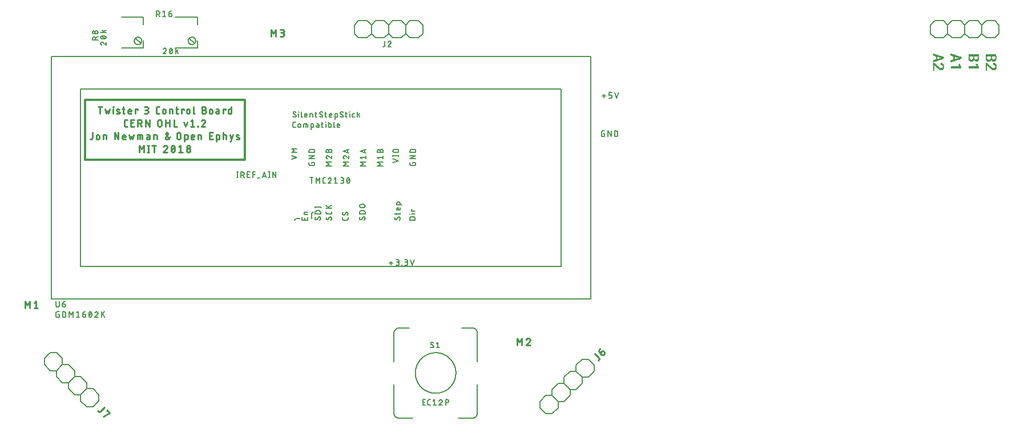
<source format=gto>
G75*
%MOIN*%
%OFA0B0*%
%FSLAX25Y25*%
%IPPOS*%
%LPD*%
%AMOC8*
5,1,8,0,0,1.08239X$1,22.5*
%
%ADD10C,0.00800*%
%ADD11C,0.00630*%
%ADD12C,0.01000*%
%ADD13C,0.01181*%
%ADD14R,0.00860X0.00143*%
%ADD15R,0.01140X0.00143*%
%ADD16R,0.01000X0.00143*%
%ADD17R,0.01860X0.00143*%
%ADD18R,0.01850X0.00143*%
%ADD19R,0.02280X0.00143*%
%ADD20R,0.02290X0.00143*%
%ADD21R,0.00860X0.00142*%
%ADD22R,0.02580X0.00142*%
%ADD23R,0.02570X0.00142*%
%ADD24R,0.02860X0.00143*%
%ADD25R,0.02850X0.00143*%
%ADD26R,0.03280X0.00143*%
%ADD27R,0.03290X0.00143*%
%ADD28R,0.03570X0.00143*%
%ADD29R,0.03430X0.00143*%
%ADD30R,0.01710X0.00143*%
%ADD31R,0.01280X0.00143*%
%ADD32R,0.06290X0.00143*%
%ADD33R,0.01720X0.00143*%
%ADD34R,0.01430X0.00143*%
%ADD35R,0.06140X0.00143*%
%ADD36R,0.01290X0.00142*%
%ADD37R,0.01000X0.00142*%
%ADD38R,0.06150X0.00142*%
%ADD39R,0.06140X0.00142*%
%ADD40R,0.01280X0.00142*%
%ADD41R,0.06150X0.00143*%
%ADD42R,0.06000X0.00143*%
%ADD43R,0.01290X0.00143*%
%ADD44R,0.01420X0.00143*%
%ADD45R,0.00850X0.00142*%
%ADD46R,0.02140X0.00143*%
%ADD47R,0.00850X0.00143*%
%ADD48R,0.02150X0.00143*%
%ADD49R,0.02000X0.00143*%
%ADD50R,0.01720X0.00143*%
%ADD51R,0.01570X0.00143*%
%ADD52R,0.01570X0.00143*%
%ADD53R,0.01430X0.00142*%
%ADD54R,0.01140X0.00143*%
%ADD55R,0.01150X0.00143*%
%ADD56R,0.00280X0.00143*%
%ADD57R,0.00290X0.00143*%
%ADD58R,0.00710X0.00143*%
%ADD59R,0.00720X0.00143*%
%ADD60R,0.01580X0.00143*%
%ADD61R,0.02430X0.00143*%
%ADD62R,0.02140X0.00143*%
%ADD63R,0.02860X0.00142*%
%ADD64R,0.02710X0.00142*%
%ADD65R,0.02290X0.00142*%
%ADD66R,0.02720X0.00142*%
%ADD67R,0.02570X0.00143*%
%ADD68R,0.05710X0.00143*%
%ADD69R,0.03000X0.00143*%
%ADD70R,0.03850X0.00143*%
%ADD71R,0.03860X0.00143*%
%ADD72R,0.03720X0.00143*%
%ADD73R,0.04000X0.00143*%
%ADD74R,0.04150X0.00143*%
%ADD75R,0.03000X0.00142*%
%ADD76R,0.02420X0.00143*%
%ADD77R,0.02850X0.00142*%
%ADD78R,0.00710X0.00142*%
%ADD79R,0.03140X0.00143*%
%ADD80R,0.03150X0.00143*%
%ADD81R,0.03140X0.00143*%
%ADD82R,0.03280X0.00142*%
%ADD83R,0.03290X0.00142*%
%ADD84R,0.06290X0.00142*%
%ADD85R,0.00140X0.00142*%
%ADD86R,0.00150X0.00142*%
%ADD87C,0.00900*%
%ADD88C,0.00600*%
%ADD89C,0.00700*%
D10*
X0285252Y0084489D02*
X0285252Y0101000D01*
X0302111Y0092135D02*
X0303534Y0092135D01*
X0302111Y0092135D02*
X0302111Y0088935D01*
X0303534Y0088935D01*
X0305081Y0089647D02*
X0305081Y0091424D01*
X0305083Y0091477D01*
X0305089Y0091530D01*
X0305099Y0091582D01*
X0305113Y0091634D01*
X0305130Y0091684D01*
X0305151Y0091732D01*
X0305176Y0091779D01*
X0305205Y0091825D01*
X0305236Y0091867D01*
X0305271Y0091908D01*
X0305308Y0091945D01*
X0305349Y0091980D01*
X0305391Y0092011D01*
X0305436Y0092040D01*
X0305484Y0092065D01*
X0305532Y0092086D01*
X0305582Y0092103D01*
X0305634Y0092117D01*
X0305686Y0092127D01*
X0305739Y0092133D01*
X0305792Y0092135D01*
X0306503Y0092135D01*
X0308099Y0091424D02*
X0308988Y0092135D01*
X0308988Y0088935D01*
X0308099Y0088935D02*
X0309877Y0088935D01*
X0311699Y0088935D02*
X0313477Y0088935D01*
X0311699Y0088935D02*
X0313210Y0090713D01*
X0312677Y0092136D02*
X0312615Y0092134D01*
X0312554Y0092129D01*
X0312493Y0092119D01*
X0312433Y0092107D01*
X0312374Y0092090D01*
X0312316Y0092070D01*
X0312259Y0092047D01*
X0312203Y0092020D01*
X0312149Y0091990D01*
X0312098Y0091957D01*
X0312048Y0091921D01*
X0312000Y0091882D01*
X0311955Y0091840D01*
X0311913Y0091795D01*
X0311873Y0091748D01*
X0311836Y0091699D01*
X0311802Y0091648D01*
X0311771Y0091594D01*
X0311744Y0091539D01*
X0311720Y0091483D01*
X0311699Y0091425D01*
X0313209Y0090713D02*
X0313250Y0090754D01*
X0313288Y0090798D01*
X0313322Y0090845D01*
X0313354Y0090893D01*
X0313382Y0090944D01*
X0313407Y0090997D01*
X0313428Y0091051D01*
X0313445Y0091106D01*
X0313458Y0091162D01*
X0313468Y0091219D01*
X0313474Y0091277D01*
X0313476Y0091335D01*
X0313477Y0091335D02*
X0313475Y0091390D01*
X0313470Y0091444D01*
X0313460Y0091498D01*
X0313447Y0091551D01*
X0313431Y0091603D01*
X0313411Y0091654D01*
X0313387Y0091703D01*
X0313361Y0091751D01*
X0313331Y0091796D01*
X0313298Y0091840D01*
X0313262Y0091881D01*
X0313223Y0091920D01*
X0313182Y0091956D01*
X0313138Y0091989D01*
X0313093Y0092019D01*
X0313045Y0092045D01*
X0312996Y0092069D01*
X0312945Y0092089D01*
X0312893Y0092105D01*
X0312840Y0092118D01*
X0312786Y0092128D01*
X0312732Y0092133D01*
X0312677Y0092135D01*
X0315512Y0092135D02*
X0316401Y0092135D01*
X0316401Y0092136D02*
X0316459Y0092134D01*
X0316517Y0092128D01*
X0316574Y0092119D01*
X0316631Y0092106D01*
X0316687Y0092089D01*
X0316741Y0092068D01*
X0316794Y0092044D01*
X0316846Y0092017D01*
X0316895Y0091986D01*
X0316942Y0091952D01*
X0316987Y0091915D01*
X0317030Y0091876D01*
X0317069Y0091833D01*
X0317106Y0091788D01*
X0317140Y0091741D01*
X0317171Y0091692D01*
X0317198Y0091640D01*
X0317222Y0091587D01*
X0317243Y0091533D01*
X0317260Y0091477D01*
X0317273Y0091420D01*
X0317282Y0091363D01*
X0317288Y0091305D01*
X0317290Y0091247D01*
X0317288Y0091189D01*
X0317282Y0091131D01*
X0317273Y0091074D01*
X0317260Y0091017D01*
X0317243Y0090961D01*
X0317222Y0090907D01*
X0317198Y0090854D01*
X0317171Y0090803D01*
X0317140Y0090753D01*
X0317106Y0090706D01*
X0317069Y0090661D01*
X0317030Y0090618D01*
X0316987Y0090579D01*
X0316942Y0090542D01*
X0316895Y0090508D01*
X0316846Y0090477D01*
X0316794Y0090450D01*
X0316741Y0090426D01*
X0316687Y0090405D01*
X0316631Y0090388D01*
X0316574Y0090375D01*
X0316517Y0090366D01*
X0316459Y0090360D01*
X0316401Y0090358D01*
X0315512Y0090358D01*
X0315512Y0088935D02*
X0315512Y0092135D01*
X0306503Y0088935D02*
X0305792Y0088935D01*
X0305792Y0088936D02*
X0305741Y0088938D01*
X0305691Y0088943D01*
X0305641Y0088952D01*
X0305592Y0088965D01*
X0305544Y0088981D01*
X0305497Y0089000D01*
X0305451Y0089023D01*
X0305408Y0089049D01*
X0305366Y0089078D01*
X0305326Y0089110D01*
X0305289Y0089144D01*
X0305255Y0089181D01*
X0305223Y0089221D01*
X0305194Y0089263D01*
X0305168Y0089306D01*
X0305145Y0089352D01*
X0305126Y0089399D01*
X0305110Y0089447D01*
X0305097Y0089496D01*
X0305088Y0089546D01*
X0305083Y0089596D01*
X0305081Y0089647D01*
X0303178Y0090713D02*
X0302111Y0090713D01*
X0288426Y0081315D02*
X0288315Y0081317D01*
X0288205Y0081323D01*
X0288094Y0081332D01*
X0287984Y0081346D01*
X0287875Y0081363D01*
X0287766Y0081384D01*
X0287658Y0081409D01*
X0287551Y0081438D01*
X0287445Y0081470D01*
X0287340Y0081506D01*
X0287237Y0081546D01*
X0287135Y0081589D01*
X0287035Y0081636D01*
X0286936Y0081687D01*
X0286839Y0081740D01*
X0286744Y0081797D01*
X0286651Y0081858D01*
X0286560Y0081921D01*
X0286472Y0081988D01*
X0286386Y0082058D01*
X0286302Y0082130D01*
X0286221Y0082206D01*
X0286143Y0082284D01*
X0286067Y0082365D01*
X0285995Y0082449D01*
X0285925Y0082535D01*
X0285858Y0082623D01*
X0285795Y0082714D01*
X0285734Y0082807D01*
X0285677Y0082902D01*
X0285624Y0082999D01*
X0285573Y0083098D01*
X0285526Y0083198D01*
X0285483Y0083300D01*
X0285443Y0083403D01*
X0285407Y0083508D01*
X0285375Y0083614D01*
X0285346Y0083721D01*
X0285321Y0083829D01*
X0285300Y0083938D01*
X0285283Y0084047D01*
X0285269Y0084157D01*
X0285260Y0084268D01*
X0285254Y0084378D01*
X0285252Y0084489D01*
X0288426Y0081315D02*
X0296276Y0081315D01*
X0323047Y0081315D02*
X0330897Y0081315D01*
X0331008Y0081317D01*
X0331118Y0081323D01*
X0331229Y0081332D01*
X0331339Y0081346D01*
X0331448Y0081363D01*
X0331557Y0081384D01*
X0331665Y0081409D01*
X0331772Y0081438D01*
X0331878Y0081470D01*
X0331983Y0081506D01*
X0332086Y0081546D01*
X0332188Y0081589D01*
X0332288Y0081636D01*
X0332387Y0081687D01*
X0332484Y0081740D01*
X0332579Y0081797D01*
X0332672Y0081858D01*
X0332763Y0081921D01*
X0332851Y0081988D01*
X0332937Y0082058D01*
X0333021Y0082130D01*
X0333102Y0082206D01*
X0333180Y0082284D01*
X0333256Y0082365D01*
X0333328Y0082449D01*
X0333398Y0082535D01*
X0333465Y0082623D01*
X0333528Y0082714D01*
X0333589Y0082807D01*
X0333646Y0082902D01*
X0333699Y0082999D01*
X0333750Y0083098D01*
X0333797Y0083198D01*
X0333840Y0083300D01*
X0333880Y0083403D01*
X0333916Y0083508D01*
X0333948Y0083614D01*
X0333977Y0083721D01*
X0334002Y0083829D01*
X0334023Y0083938D01*
X0334040Y0084047D01*
X0334054Y0084157D01*
X0334063Y0084268D01*
X0334069Y0084378D01*
X0334071Y0084489D01*
X0334071Y0101000D01*
X0297850Y0107693D02*
X0297854Y0107983D01*
X0297864Y0108273D01*
X0297882Y0108562D01*
X0297907Y0108851D01*
X0297939Y0109139D01*
X0297978Y0109426D01*
X0298024Y0109712D01*
X0298077Y0109997D01*
X0298137Y0110281D01*
X0298204Y0110563D01*
X0298278Y0110843D01*
X0298359Y0111122D01*
X0298446Y0111398D01*
X0298540Y0111672D01*
X0298641Y0111944D01*
X0298749Y0112213D01*
X0298863Y0112479D01*
X0298984Y0112743D01*
X0299111Y0113003D01*
X0299245Y0113261D01*
X0299384Y0113515D01*
X0299530Y0113765D01*
X0299682Y0114012D01*
X0299841Y0114255D01*
X0300005Y0114494D01*
X0300174Y0114729D01*
X0300350Y0114960D01*
X0300531Y0115186D01*
X0300718Y0115408D01*
X0300910Y0115625D01*
X0301107Y0115837D01*
X0301309Y0116045D01*
X0301517Y0116247D01*
X0301729Y0116444D01*
X0301946Y0116636D01*
X0302168Y0116823D01*
X0302394Y0117004D01*
X0302625Y0117180D01*
X0302860Y0117349D01*
X0303099Y0117513D01*
X0303342Y0117672D01*
X0303589Y0117824D01*
X0303839Y0117970D01*
X0304093Y0118109D01*
X0304351Y0118243D01*
X0304611Y0118370D01*
X0304875Y0118491D01*
X0305141Y0118605D01*
X0305410Y0118713D01*
X0305682Y0118814D01*
X0305956Y0118908D01*
X0306232Y0118995D01*
X0306511Y0119076D01*
X0306791Y0119150D01*
X0307073Y0119217D01*
X0307357Y0119277D01*
X0307642Y0119330D01*
X0307928Y0119376D01*
X0308215Y0119415D01*
X0308503Y0119447D01*
X0308792Y0119472D01*
X0309081Y0119490D01*
X0309371Y0119500D01*
X0309661Y0119504D01*
X0309951Y0119500D01*
X0310241Y0119490D01*
X0310530Y0119472D01*
X0310819Y0119447D01*
X0311107Y0119415D01*
X0311394Y0119376D01*
X0311680Y0119330D01*
X0311965Y0119277D01*
X0312249Y0119217D01*
X0312531Y0119150D01*
X0312811Y0119076D01*
X0313090Y0118995D01*
X0313366Y0118908D01*
X0313640Y0118814D01*
X0313912Y0118713D01*
X0314181Y0118605D01*
X0314447Y0118491D01*
X0314711Y0118370D01*
X0314971Y0118243D01*
X0315229Y0118109D01*
X0315483Y0117970D01*
X0315733Y0117824D01*
X0315980Y0117672D01*
X0316223Y0117513D01*
X0316462Y0117349D01*
X0316697Y0117180D01*
X0316928Y0117004D01*
X0317154Y0116823D01*
X0317376Y0116636D01*
X0317593Y0116444D01*
X0317805Y0116247D01*
X0318013Y0116045D01*
X0318215Y0115837D01*
X0318412Y0115625D01*
X0318604Y0115408D01*
X0318791Y0115186D01*
X0318972Y0114960D01*
X0319148Y0114729D01*
X0319317Y0114494D01*
X0319481Y0114255D01*
X0319640Y0114012D01*
X0319792Y0113765D01*
X0319938Y0113515D01*
X0320077Y0113261D01*
X0320211Y0113003D01*
X0320338Y0112743D01*
X0320459Y0112479D01*
X0320573Y0112213D01*
X0320681Y0111944D01*
X0320782Y0111672D01*
X0320876Y0111398D01*
X0320963Y0111122D01*
X0321044Y0110843D01*
X0321118Y0110563D01*
X0321185Y0110281D01*
X0321245Y0109997D01*
X0321298Y0109712D01*
X0321344Y0109426D01*
X0321383Y0109139D01*
X0321415Y0108851D01*
X0321440Y0108562D01*
X0321458Y0108273D01*
X0321468Y0107983D01*
X0321472Y0107693D01*
X0321468Y0107403D01*
X0321458Y0107113D01*
X0321440Y0106824D01*
X0321415Y0106535D01*
X0321383Y0106247D01*
X0321344Y0105960D01*
X0321298Y0105674D01*
X0321245Y0105389D01*
X0321185Y0105105D01*
X0321118Y0104823D01*
X0321044Y0104543D01*
X0320963Y0104264D01*
X0320876Y0103988D01*
X0320782Y0103714D01*
X0320681Y0103442D01*
X0320573Y0103173D01*
X0320459Y0102907D01*
X0320338Y0102643D01*
X0320211Y0102383D01*
X0320077Y0102125D01*
X0319938Y0101871D01*
X0319792Y0101621D01*
X0319640Y0101374D01*
X0319481Y0101131D01*
X0319317Y0100892D01*
X0319148Y0100657D01*
X0318972Y0100426D01*
X0318791Y0100200D01*
X0318604Y0099978D01*
X0318412Y0099761D01*
X0318215Y0099549D01*
X0318013Y0099341D01*
X0317805Y0099139D01*
X0317593Y0098942D01*
X0317376Y0098750D01*
X0317154Y0098563D01*
X0316928Y0098382D01*
X0316697Y0098206D01*
X0316462Y0098037D01*
X0316223Y0097873D01*
X0315980Y0097714D01*
X0315733Y0097562D01*
X0315483Y0097416D01*
X0315229Y0097277D01*
X0314971Y0097143D01*
X0314711Y0097016D01*
X0314447Y0096895D01*
X0314181Y0096781D01*
X0313912Y0096673D01*
X0313640Y0096572D01*
X0313366Y0096478D01*
X0313090Y0096391D01*
X0312811Y0096310D01*
X0312531Y0096236D01*
X0312249Y0096169D01*
X0311965Y0096109D01*
X0311680Y0096056D01*
X0311394Y0096010D01*
X0311107Y0095971D01*
X0310819Y0095939D01*
X0310530Y0095914D01*
X0310241Y0095896D01*
X0309951Y0095886D01*
X0309661Y0095882D01*
X0309371Y0095886D01*
X0309081Y0095896D01*
X0308792Y0095914D01*
X0308503Y0095939D01*
X0308215Y0095971D01*
X0307928Y0096010D01*
X0307642Y0096056D01*
X0307357Y0096109D01*
X0307073Y0096169D01*
X0306791Y0096236D01*
X0306511Y0096310D01*
X0306232Y0096391D01*
X0305956Y0096478D01*
X0305682Y0096572D01*
X0305410Y0096673D01*
X0305141Y0096781D01*
X0304875Y0096895D01*
X0304611Y0097016D01*
X0304351Y0097143D01*
X0304093Y0097277D01*
X0303839Y0097416D01*
X0303589Y0097562D01*
X0303342Y0097714D01*
X0303099Y0097873D01*
X0302860Y0098037D01*
X0302625Y0098206D01*
X0302394Y0098382D01*
X0302168Y0098563D01*
X0301946Y0098750D01*
X0301729Y0098942D01*
X0301517Y0099139D01*
X0301309Y0099341D01*
X0301107Y0099549D01*
X0300910Y0099761D01*
X0300718Y0099978D01*
X0300531Y0100200D01*
X0300350Y0100426D01*
X0300174Y0100657D01*
X0300005Y0100892D01*
X0299841Y0101131D01*
X0299682Y0101374D01*
X0299530Y0101621D01*
X0299384Y0101871D01*
X0299245Y0102125D01*
X0299111Y0102383D01*
X0298984Y0102643D01*
X0298863Y0102907D01*
X0298749Y0103173D01*
X0298641Y0103442D01*
X0298540Y0103714D01*
X0298446Y0103988D01*
X0298359Y0104264D01*
X0298278Y0104543D01*
X0298204Y0104823D01*
X0298137Y0105105D01*
X0298077Y0105389D01*
X0298024Y0105674D01*
X0297978Y0105960D01*
X0297939Y0106247D01*
X0297907Y0106535D01*
X0297882Y0106824D01*
X0297864Y0107113D01*
X0297854Y0107403D01*
X0297850Y0107693D01*
X0285252Y0114386D02*
X0285252Y0130897D01*
X0285254Y0131008D01*
X0285260Y0131118D01*
X0285269Y0131229D01*
X0285283Y0131339D01*
X0285300Y0131448D01*
X0285321Y0131557D01*
X0285346Y0131665D01*
X0285375Y0131772D01*
X0285407Y0131878D01*
X0285443Y0131983D01*
X0285483Y0132086D01*
X0285526Y0132188D01*
X0285573Y0132288D01*
X0285624Y0132387D01*
X0285677Y0132484D01*
X0285734Y0132579D01*
X0285795Y0132672D01*
X0285858Y0132763D01*
X0285925Y0132851D01*
X0285995Y0132937D01*
X0286067Y0133021D01*
X0286143Y0133102D01*
X0286221Y0133180D01*
X0286302Y0133256D01*
X0286386Y0133328D01*
X0286472Y0133398D01*
X0286560Y0133465D01*
X0286651Y0133528D01*
X0286744Y0133589D01*
X0286839Y0133646D01*
X0286936Y0133699D01*
X0287035Y0133750D01*
X0287135Y0133797D01*
X0287237Y0133840D01*
X0287340Y0133880D01*
X0287445Y0133916D01*
X0287551Y0133948D01*
X0287658Y0133977D01*
X0287766Y0134002D01*
X0287875Y0134023D01*
X0287984Y0134040D01*
X0288094Y0134054D01*
X0288205Y0134063D01*
X0288315Y0134069D01*
X0288426Y0134071D01*
X0294307Y0134071D01*
X0306767Y0124952D02*
X0306769Y0125003D01*
X0306774Y0125053D01*
X0306783Y0125103D01*
X0306796Y0125152D01*
X0306812Y0125200D01*
X0306831Y0125247D01*
X0306854Y0125293D01*
X0306880Y0125336D01*
X0306909Y0125378D01*
X0306941Y0125418D01*
X0306975Y0125455D01*
X0307012Y0125489D01*
X0307052Y0125521D01*
X0307094Y0125550D01*
X0307137Y0125576D01*
X0307183Y0125599D01*
X0307230Y0125618D01*
X0307278Y0125634D01*
X0307327Y0125647D01*
X0307377Y0125656D01*
X0307427Y0125661D01*
X0307478Y0125663D01*
X0306767Y0124952D02*
X0306769Y0124902D01*
X0306774Y0124852D01*
X0306783Y0124803D01*
X0306794Y0124755D01*
X0306810Y0124707D01*
X0306828Y0124661D01*
X0306850Y0124616D01*
X0306875Y0124572D01*
X0306903Y0124531D01*
X0306933Y0124491D01*
X0306966Y0124454D01*
X0307002Y0124419D01*
X0307040Y0124386D01*
X0307080Y0124357D01*
X0307122Y0124330D01*
X0307123Y0124330D02*
X0308100Y0123796D01*
X0307745Y0122463D02*
X0307671Y0122465D01*
X0307597Y0122470D01*
X0307523Y0122479D01*
X0307450Y0122492D01*
X0307378Y0122508D01*
X0307307Y0122528D01*
X0307236Y0122552D01*
X0307167Y0122579D01*
X0307100Y0122609D01*
X0307033Y0122642D01*
X0306969Y0122679D01*
X0306907Y0122719D01*
X0306846Y0122762D01*
X0306788Y0122807D01*
X0306732Y0122856D01*
X0306678Y0122907D01*
X0308101Y0123796D02*
X0308143Y0123769D01*
X0308183Y0123739D01*
X0308221Y0123707D01*
X0308257Y0123672D01*
X0308290Y0123635D01*
X0308320Y0123595D01*
X0308348Y0123554D01*
X0308373Y0123510D01*
X0308395Y0123465D01*
X0308413Y0123419D01*
X0308429Y0123371D01*
X0308440Y0123323D01*
X0308449Y0123274D01*
X0308454Y0123224D01*
X0308456Y0123174D01*
X0308454Y0123121D01*
X0308448Y0123068D01*
X0308438Y0123016D01*
X0308424Y0122964D01*
X0308407Y0122914D01*
X0308386Y0122866D01*
X0308361Y0122819D01*
X0308332Y0122773D01*
X0308301Y0122731D01*
X0308266Y0122690D01*
X0308229Y0122653D01*
X0308188Y0122618D01*
X0308146Y0122587D01*
X0308101Y0122558D01*
X0308053Y0122533D01*
X0308005Y0122512D01*
X0307955Y0122495D01*
X0307903Y0122481D01*
X0307851Y0122471D01*
X0307798Y0122465D01*
X0307745Y0122463D01*
X0308278Y0125396D02*
X0308219Y0125438D01*
X0308159Y0125476D01*
X0308097Y0125511D01*
X0308032Y0125542D01*
X0307967Y0125570D01*
X0307900Y0125595D01*
X0307831Y0125615D01*
X0307762Y0125632D01*
X0307692Y0125646D01*
X0307621Y0125655D01*
X0307549Y0125661D01*
X0307478Y0125663D01*
X0310158Y0124952D02*
X0311047Y0125663D01*
X0311047Y0122463D01*
X0310158Y0122463D02*
X0311936Y0122463D01*
X0330897Y0134071D02*
X0331008Y0134069D01*
X0331118Y0134063D01*
X0331229Y0134054D01*
X0331339Y0134040D01*
X0331448Y0134023D01*
X0331557Y0134002D01*
X0331665Y0133977D01*
X0331772Y0133948D01*
X0331878Y0133916D01*
X0331983Y0133880D01*
X0332086Y0133840D01*
X0332188Y0133797D01*
X0332288Y0133750D01*
X0332387Y0133699D01*
X0332484Y0133646D01*
X0332579Y0133589D01*
X0332672Y0133528D01*
X0332763Y0133465D01*
X0332851Y0133398D01*
X0332937Y0133328D01*
X0333021Y0133256D01*
X0333102Y0133180D01*
X0333180Y0133102D01*
X0333256Y0133021D01*
X0333328Y0132937D01*
X0333398Y0132851D01*
X0333465Y0132763D01*
X0333528Y0132672D01*
X0333589Y0132579D01*
X0333646Y0132484D01*
X0333699Y0132387D01*
X0333750Y0132288D01*
X0333797Y0132188D01*
X0333840Y0132086D01*
X0333880Y0131983D01*
X0333916Y0131878D01*
X0333948Y0131772D01*
X0333977Y0131665D01*
X0334002Y0131557D01*
X0334023Y0131448D01*
X0334040Y0131339D01*
X0334054Y0131229D01*
X0334063Y0131118D01*
X0334069Y0131008D01*
X0334071Y0130897D01*
X0334071Y0114386D01*
X0330897Y0134071D02*
X0325016Y0134071D01*
X0383087Y0170094D02*
X0102378Y0170094D01*
X0102378Y0273638D01*
X0383087Y0273638D01*
X0383087Y0170094D01*
X0400213Y0151000D02*
X0085252Y0151000D01*
X0085252Y0292732D01*
X0400213Y0292732D01*
X0400213Y0151000D01*
X0297704Y0197093D02*
X0294504Y0197093D01*
X0294504Y0197982D01*
X0294506Y0198040D01*
X0294512Y0198098D01*
X0294521Y0198155D01*
X0294534Y0198212D01*
X0294551Y0198268D01*
X0294572Y0198322D01*
X0294596Y0198375D01*
X0294623Y0198427D01*
X0294654Y0198476D01*
X0294688Y0198523D01*
X0294725Y0198568D01*
X0294764Y0198611D01*
X0294807Y0198650D01*
X0294852Y0198687D01*
X0294899Y0198721D01*
X0294949Y0198752D01*
X0295000Y0198779D01*
X0295053Y0198803D01*
X0295107Y0198824D01*
X0295163Y0198841D01*
X0295220Y0198854D01*
X0295277Y0198863D01*
X0295335Y0198869D01*
X0295393Y0198871D01*
X0296815Y0198871D01*
X0296873Y0198869D01*
X0296931Y0198863D01*
X0296988Y0198854D01*
X0297045Y0198841D01*
X0297101Y0198824D01*
X0297155Y0198803D01*
X0297208Y0198779D01*
X0297260Y0198752D01*
X0297309Y0198721D01*
X0297356Y0198687D01*
X0297401Y0198650D01*
X0297444Y0198611D01*
X0297483Y0198568D01*
X0297520Y0198523D01*
X0297554Y0198476D01*
X0297585Y0198427D01*
X0297612Y0198375D01*
X0297636Y0198322D01*
X0297657Y0198268D01*
X0297674Y0198212D01*
X0297687Y0198155D01*
X0297696Y0198098D01*
X0297702Y0198040D01*
X0297704Y0197982D01*
X0297704Y0197093D01*
X0297704Y0200622D02*
X0295571Y0200622D01*
X0294682Y0200711D02*
X0294682Y0200533D01*
X0294504Y0200533D01*
X0294504Y0200711D01*
X0294682Y0200711D01*
X0295571Y0202347D02*
X0295571Y0203414D01*
X0295927Y0203414D01*
X0295571Y0202347D02*
X0297704Y0202347D01*
X0290021Y0206063D02*
X0286821Y0206063D01*
X0286821Y0206952D01*
X0286823Y0206996D01*
X0286828Y0207040D01*
X0286837Y0207083D01*
X0286850Y0207125D01*
X0286866Y0207166D01*
X0286885Y0207206D01*
X0286908Y0207244D01*
X0286933Y0207279D01*
X0286962Y0207313D01*
X0286993Y0207344D01*
X0287027Y0207373D01*
X0287062Y0207398D01*
X0287100Y0207421D01*
X0287140Y0207440D01*
X0287181Y0207456D01*
X0287223Y0207469D01*
X0287266Y0207478D01*
X0287310Y0207483D01*
X0287354Y0207485D01*
X0288421Y0207485D01*
X0288465Y0207483D01*
X0288509Y0207478D01*
X0288552Y0207469D01*
X0288594Y0207456D01*
X0288635Y0207440D01*
X0288675Y0207421D01*
X0288713Y0207398D01*
X0288748Y0207373D01*
X0288782Y0207344D01*
X0288813Y0207313D01*
X0288842Y0207279D01*
X0288867Y0207244D01*
X0288890Y0207206D01*
X0288909Y0207166D01*
X0288925Y0207125D01*
X0288938Y0207083D01*
X0288947Y0207040D01*
X0288952Y0206996D01*
X0288954Y0206952D01*
X0288954Y0206063D01*
X0288954Y0204213D02*
X0288954Y0203324D01*
X0288952Y0203280D01*
X0288947Y0203236D01*
X0288938Y0203193D01*
X0288925Y0203151D01*
X0288909Y0203110D01*
X0288890Y0203070D01*
X0288867Y0203032D01*
X0288842Y0202997D01*
X0288813Y0202963D01*
X0288782Y0202932D01*
X0288748Y0202903D01*
X0288713Y0202878D01*
X0288675Y0202855D01*
X0288635Y0202836D01*
X0288594Y0202820D01*
X0288552Y0202807D01*
X0288509Y0202798D01*
X0288465Y0202793D01*
X0288421Y0202791D01*
X0287532Y0202791D01*
X0287888Y0202791D02*
X0287888Y0204213D01*
X0287532Y0204213D01*
X0287480Y0204211D01*
X0287428Y0204205D01*
X0287377Y0204196D01*
X0287327Y0204183D01*
X0287278Y0204166D01*
X0287230Y0204146D01*
X0287184Y0204122D01*
X0287140Y0204095D01*
X0287097Y0204065D01*
X0287058Y0204032D01*
X0287020Y0203995D01*
X0286985Y0203957D01*
X0286954Y0203916D01*
X0286925Y0203872D01*
X0286900Y0203827D01*
X0286878Y0203780D01*
X0286859Y0203732D01*
X0286844Y0203682D01*
X0286833Y0203631D01*
X0286825Y0203580D01*
X0286821Y0203528D01*
X0286821Y0203476D01*
X0286825Y0203424D01*
X0286833Y0203373D01*
X0286844Y0203322D01*
X0286859Y0203272D01*
X0286878Y0203224D01*
X0286900Y0203177D01*
X0286925Y0203132D01*
X0286954Y0203088D01*
X0286985Y0203047D01*
X0287020Y0203009D01*
X0287058Y0202972D01*
X0287097Y0202939D01*
X0287140Y0202909D01*
X0287184Y0202882D01*
X0287230Y0202858D01*
X0287278Y0202838D01*
X0287327Y0202821D01*
X0287377Y0202808D01*
X0287428Y0202799D01*
X0287480Y0202793D01*
X0287532Y0202791D01*
X0286821Y0201224D02*
X0286821Y0200158D01*
X0285754Y0200513D02*
X0288421Y0200513D01*
X0288465Y0200515D01*
X0288509Y0200520D01*
X0288552Y0200529D01*
X0288594Y0200542D01*
X0288635Y0200558D01*
X0288675Y0200577D01*
X0288713Y0200600D01*
X0288748Y0200625D01*
X0288782Y0200654D01*
X0288813Y0200685D01*
X0288842Y0200719D01*
X0288867Y0200754D01*
X0288890Y0200792D01*
X0288909Y0200832D01*
X0288925Y0200873D01*
X0288938Y0200915D01*
X0288947Y0200958D01*
X0288952Y0201002D01*
X0288954Y0201046D01*
X0288954Y0201224D01*
X0287621Y0198515D02*
X0287088Y0197537D01*
X0285755Y0197893D02*
X0285757Y0197964D01*
X0285763Y0198036D01*
X0285772Y0198107D01*
X0285786Y0198177D01*
X0285803Y0198246D01*
X0285823Y0198315D01*
X0285848Y0198382D01*
X0285876Y0198447D01*
X0285907Y0198512D01*
X0285942Y0198574D01*
X0285980Y0198635D01*
X0286022Y0198693D01*
X0287087Y0197537D02*
X0287060Y0197495D01*
X0287031Y0197455D01*
X0286998Y0197417D01*
X0286963Y0197381D01*
X0286926Y0197348D01*
X0286886Y0197318D01*
X0286845Y0197290D01*
X0286801Y0197265D01*
X0286756Y0197243D01*
X0286710Y0197225D01*
X0286662Y0197209D01*
X0286614Y0197198D01*
X0286565Y0197189D01*
X0286515Y0197184D01*
X0286465Y0197182D01*
X0286414Y0197184D01*
X0286364Y0197189D01*
X0286314Y0197198D01*
X0286265Y0197211D01*
X0286217Y0197227D01*
X0286170Y0197246D01*
X0286124Y0197269D01*
X0286081Y0197295D01*
X0286039Y0197324D01*
X0285999Y0197356D01*
X0285962Y0197390D01*
X0285928Y0197427D01*
X0285896Y0197467D01*
X0285867Y0197509D01*
X0285841Y0197552D01*
X0285818Y0197598D01*
X0285799Y0197645D01*
X0285783Y0197693D01*
X0285770Y0197742D01*
X0285761Y0197792D01*
X0285756Y0197842D01*
X0285754Y0197893D01*
X0288510Y0197093D02*
X0288561Y0197147D01*
X0288610Y0197203D01*
X0288655Y0197261D01*
X0288698Y0197322D01*
X0288738Y0197384D01*
X0288775Y0197449D01*
X0288808Y0197515D01*
X0288838Y0197582D01*
X0288865Y0197651D01*
X0288889Y0197722D01*
X0288909Y0197793D01*
X0288925Y0197865D01*
X0288938Y0197938D01*
X0288947Y0198012D01*
X0288952Y0198086D01*
X0288954Y0198160D01*
X0288952Y0198211D01*
X0288947Y0198261D01*
X0288938Y0198311D01*
X0288925Y0198360D01*
X0288909Y0198408D01*
X0288890Y0198455D01*
X0288867Y0198501D01*
X0288841Y0198544D01*
X0288812Y0198586D01*
X0288780Y0198626D01*
X0288746Y0198663D01*
X0288709Y0198697D01*
X0288669Y0198729D01*
X0288627Y0198758D01*
X0288584Y0198784D01*
X0288538Y0198807D01*
X0288491Y0198826D01*
X0288443Y0198842D01*
X0288394Y0198855D01*
X0288344Y0198864D01*
X0288294Y0198869D01*
X0288243Y0198871D01*
X0288243Y0198870D02*
X0288193Y0198868D01*
X0288143Y0198863D01*
X0288094Y0198854D01*
X0288046Y0198843D01*
X0287998Y0198827D01*
X0287952Y0198809D01*
X0287907Y0198787D01*
X0287863Y0198762D01*
X0287822Y0198734D01*
X0287782Y0198704D01*
X0287745Y0198671D01*
X0287710Y0198635D01*
X0287678Y0198597D01*
X0287648Y0198557D01*
X0287621Y0198515D01*
X0268454Y0200693D02*
X0268454Y0201582D01*
X0268452Y0201640D01*
X0268446Y0201698D01*
X0268437Y0201755D01*
X0268424Y0201812D01*
X0268407Y0201868D01*
X0268386Y0201922D01*
X0268362Y0201975D01*
X0268335Y0202027D01*
X0268304Y0202076D01*
X0268270Y0202123D01*
X0268233Y0202168D01*
X0268194Y0202211D01*
X0268151Y0202250D01*
X0268106Y0202287D01*
X0268059Y0202321D01*
X0268010Y0202352D01*
X0267958Y0202379D01*
X0267905Y0202403D01*
X0267851Y0202424D01*
X0267795Y0202441D01*
X0267738Y0202454D01*
X0267681Y0202463D01*
X0267623Y0202469D01*
X0267565Y0202471D01*
X0266143Y0202471D01*
X0266085Y0202469D01*
X0266027Y0202463D01*
X0265970Y0202454D01*
X0265913Y0202441D01*
X0265857Y0202424D01*
X0265803Y0202403D01*
X0265750Y0202379D01*
X0265699Y0202352D01*
X0265649Y0202321D01*
X0265602Y0202287D01*
X0265557Y0202250D01*
X0265514Y0202211D01*
X0265475Y0202168D01*
X0265438Y0202123D01*
X0265404Y0202076D01*
X0265373Y0202027D01*
X0265346Y0201975D01*
X0265322Y0201922D01*
X0265301Y0201868D01*
X0265284Y0201812D01*
X0265271Y0201755D01*
X0265262Y0201698D01*
X0265256Y0201640D01*
X0265254Y0201582D01*
X0265254Y0200693D01*
X0268454Y0200693D01*
X0267121Y0198515D02*
X0266588Y0197537D01*
X0265255Y0197893D02*
X0265257Y0197964D01*
X0265263Y0198036D01*
X0265272Y0198107D01*
X0265286Y0198177D01*
X0265303Y0198246D01*
X0265323Y0198315D01*
X0265348Y0198382D01*
X0265376Y0198447D01*
X0265407Y0198512D01*
X0265442Y0198574D01*
X0265480Y0198635D01*
X0265522Y0198693D01*
X0266587Y0197537D02*
X0266560Y0197495D01*
X0266531Y0197455D01*
X0266498Y0197417D01*
X0266463Y0197381D01*
X0266426Y0197348D01*
X0266386Y0197318D01*
X0266345Y0197290D01*
X0266301Y0197265D01*
X0266256Y0197243D01*
X0266210Y0197225D01*
X0266162Y0197209D01*
X0266114Y0197198D01*
X0266065Y0197189D01*
X0266015Y0197184D01*
X0265965Y0197182D01*
X0265914Y0197184D01*
X0265864Y0197189D01*
X0265814Y0197198D01*
X0265765Y0197211D01*
X0265717Y0197227D01*
X0265670Y0197246D01*
X0265624Y0197269D01*
X0265581Y0197295D01*
X0265539Y0197324D01*
X0265499Y0197356D01*
X0265462Y0197390D01*
X0265428Y0197427D01*
X0265396Y0197467D01*
X0265367Y0197509D01*
X0265341Y0197552D01*
X0265318Y0197598D01*
X0265299Y0197645D01*
X0265283Y0197693D01*
X0265270Y0197742D01*
X0265261Y0197792D01*
X0265256Y0197842D01*
X0265254Y0197893D01*
X0268010Y0197093D02*
X0268061Y0197147D01*
X0268110Y0197203D01*
X0268155Y0197261D01*
X0268198Y0197322D01*
X0268238Y0197384D01*
X0268275Y0197449D01*
X0268308Y0197515D01*
X0268338Y0197582D01*
X0268365Y0197651D01*
X0268389Y0197722D01*
X0268409Y0197793D01*
X0268425Y0197865D01*
X0268438Y0197938D01*
X0268447Y0198012D01*
X0268452Y0198086D01*
X0268454Y0198160D01*
X0268452Y0198211D01*
X0268447Y0198261D01*
X0268438Y0198311D01*
X0268425Y0198360D01*
X0268409Y0198408D01*
X0268390Y0198455D01*
X0268367Y0198501D01*
X0268341Y0198544D01*
X0268312Y0198586D01*
X0268280Y0198626D01*
X0268246Y0198663D01*
X0268209Y0198697D01*
X0268169Y0198729D01*
X0268127Y0198758D01*
X0268084Y0198784D01*
X0268038Y0198807D01*
X0267991Y0198826D01*
X0267943Y0198842D01*
X0267894Y0198855D01*
X0267844Y0198864D01*
X0267794Y0198869D01*
X0267743Y0198871D01*
X0267743Y0198870D02*
X0267693Y0198868D01*
X0267643Y0198863D01*
X0267594Y0198854D01*
X0267546Y0198843D01*
X0267498Y0198827D01*
X0267452Y0198809D01*
X0267407Y0198787D01*
X0267363Y0198762D01*
X0267322Y0198734D01*
X0267282Y0198704D01*
X0267245Y0198671D01*
X0267210Y0198635D01*
X0267178Y0198597D01*
X0267148Y0198557D01*
X0267121Y0198515D01*
X0267565Y0204413D02*
X0266143Y0204413D01*
X0266085Y0204415D01*
X0266027Y0204421D01*
X0265970Y0204430D01*
X0265913Y0204443D01*
X0265857Y0204460D01*
X0265803Y0204481D01*
X0265750Y0204505D01*
X0265699Y0204532D01*
X0265649Y0204563D01*
X0265602Y0204597D01*
X0265557Y0204634D01*
X0265514Y0204673D01*
X0265475Y0204716D01*
X0265438Y0204761D01*
X0265404Y0204808D01*
X0265373Y0204858D01*
X0265346Y0204909D01*
X0265322Y0204962D01*
X0265301Y0205016D01*
X0265284Y0205072D01*
X0265271Y0205129D01*
X0265262Y0205186D01*
X0265256Y0205244D01*
X0265254Y0205302D01*
X0265256Y0205360D01*
X0265262Y0205418D01*
X0265271Y0205475D01*
X0265284Y0205532D01*
X0265301Y0205588D01*
X0265322Y0205642D01*
X0265346Y0205695D01*
X0265373Y0205747D01*
X0265404Y0205796D01*
X0265438Y0205843D01*
X0265475Y0205888D01*
X0265514Y0205931D01*
X0265557Y0205970D01*
X0265602Y0206007D01*
X0265649Y0206041D01*
X0265699Y0206072D01*
X0265750Y0206099D01*
X0265803Y0206123D01*
X0265857Y0206144D01*
X0265913Y0206161D01*
X0265970Y0206174D01*
X0266027Y0206183D01*
X0266085Y0206189D01*
X0266143Y0206191D01*
X0267565Y0206191D01*
X0267623Y0206189D01*
X0267681Y0206183D01*
X0267738Y0206174D01*
X0267795Y0206161D01*
X0267851Y0206144D01*
X0267905Y0206123D01*
X0267958Y0206099D01*
X0268010Y0206072D01*
X0268059Y0206041D01*
X0268106Y0206007D01*
X0268151Y0205970D01*
X0268194Y0205931D01*
X0268233Y0205888D01*
X0268270Y0205843D01*
X0268304Y0205796D01*
X0268335Y0205747D01*
X0268362Y0205695D01*
X0268386Y0205642D01*
X0268407Y0205588D01*
X0268424Y0205532D01*
X0268437Y0205475D01*
X0268446Y0205418D01*
X0268452Y0205360D01*
X0268454Y0205302D01*
X0268452Y0205244D01*
X0268446Y0205186D01*
X0268437Y0205129D01*
X0268424Y0205072D01*
X0268407Y0205016D01*
X0268386Y0204962D01*
X0268362Y0204909D01*
X0268335Y0204858D01*
X0268304Y0204808D01*
X0268270Y0204761D01*
X0268233Y0204716D01*
X0268194Y0204673D01*
X0268151Y0204634D01*
X0268106Y0204597D01*
X0268059Y0204563D01*
X0268010Y0204532D01*
X0267958Y0204505D01*
X0267905Y0204481D01*
X0267851Y0204460D01*
X0267795Y0204443D01*
X0267738Y0204430D01*
X0267681Y0204421D01*
X0267623Y0204415D01*
X0267565Y0204413D01*
X0258454Y0201058D02*
X0258452Y0201109D01*
X0258447Y0201159D01*
X0258438Y0201209D01*
X0258425Y0201258D01*
X0258409Y0201306D01*
X0258390Y0201353D01*
X0258367Y0201399D01*
X0258341Y0201442D01*
X0258312Y0201484D01*
X0258280Y0201524D01*
X0258246Y0201561D01*
X0258209Y0201595D01*
X0258169Y0201627D01*
X0258127Y0201656D01*
X0258084Y0201682D01*
X0258038Y0201705D01*
X0257991Y0201724D01*
X0257943Y0201740D01*
X0257894Y0201753D01*
X0257844Y0201762D01*
X0257794Y0201767D01*
X0257743Y0201769D01*
X0257121Y0201413D02*
X0256588Y0200436D01*
X0255255Y0200791D02*
X0255257Y0200862D01*
X0255263Y0200934D01*
X0255272Y0201005D01*
X0255286Y0201075D01*
X0255303Y0201144D01*
X0255323Y0201213D01*
X0255348Y0201280D01*
X0255376Y0201345D01*
X0255407Y0201410D01*
X0255442Y0201472D01*
X0255480Y0201533D01*
X0255522Y0201591D01*
X0256587Y0200435D02*
X0256560Y0200393D01*
X0256531Y0200353D01*
X0256498Y0200315D01*
X0256463Y0200279D01*
X0256426Y0200246D01*
X0256386Y0200216D01*
X0256345Y0200188D01*
X0256301Y0200163D01*
X0256256Y0200141D01*
X0256210Y0200123D01*
X0256162Y0200107D01*
X0256114Y0200096D01*
X0256065Y0200087D01*
X0256015Y0200082D01*
X0255965Y0200080D01*
X0255914Y0200082D01*
X0255864Y0200087D01*
X0255814Y0200096D01*
X0255765Y0200109D01*
X0255717Y0200125D01*
X0255670Y0200144D01*
X0255624Y0200167D01*
X0255581Y0200193D01*
X0255539Y0200222D01*
X0255499Y0200254D01*
X0255462Y0200288D01*
X0255428Y0200325D01*
X0255396Y0200365D01*
X0255367Y0200407D01*
X0255341Y0200450D01*
X0255318Y0200496D01*
X0255299Y0200543D01*
X0255283Y0200591D01*
X0255270Y0200640D01*
X0255261Y0200690D01*
X0255256Y0200740D01*
X0255254Y0200791D01*
X0258010Y0199991D02*
X0258061Y0200045D01*
X0258110Y0200101D01*
X0258155Y0200159D01*
X0258198Y0200220D01*
X0258238Y0200282D01*
X0258275Y0200347D01*
X0258308Y0200413D01*
X0258338Y0200480D01*
X0258365Y0200549D01*
X0258389Y0200620D01*
X0258409Y0200691D01*
X0258425Y0200763D01*
X0258438Y0200836D01*
X0258447Y0200910D01*
X0258452Y0200984D01*
X0258454Y0201058D01*
X0257743Y0201769D02*
X0257693Y0201767D01*
X0257643Y0201762D01*
X0257594Y0201753D01*
X0257546Y0201742D01*
X0257498Y0201726D01*
X0257452Y0201708D01*
X0257407Y0201686D01*
X0257363Y0201661D01*
X0257322Y0201633D01*
X0257282Y0201603D01*
X0257245Y0201570D01*
X0257210Y0201534D01*
X0257178Y0201496D01*
X0257148Y0201456D01*
X0257121Y0201414D01*
X0258454Y0198515D02*
X0258454Y0197804D01*
X0258452Y0197751D01*
X0258446Y0197698D01*
X0258436Y0197646D01*
X0258422Y0197594D01*
X0258405Y0197544D01*
X0258384Y0197496D01*
X0258359Y0197449D01*
X0258330Y0197403D01*
X0258299Y0197361D01*
X0258264Y0197320D01*
X0258227Y0197283D01*
X0258186Y0197248D01*
X0258144Y0197217D01*
X0258099Y0197188D01*
X0258051Y0197163D01*
X0258003Y0197142D01*
X0257953Y0197125D01*
X0257901Y0197111D01*
X0257849Y0197101D01*
X0257796Y0197095D01*
X0257743Y0197093D01*
X0255965Y0197093D01*
X0255912Y0197095D01*
X0255859Y0197101D01*
X0255807Y0197111D01*
X0255755Y0197125D01*
X0255705Y0197142D01*
X0255657Y0197163D01*
X0255610Y0197188D01*
X0255564Y0197217D01*
X0255522Y0197248D01*
X0255481Y0197283D01*
X0255444Y0197320D01*
X0255409Y0197361D01*
X0255378Y0197403D01*
X0255349Y0197448D01*
X0255324Y0197496D01*
X0255303Y0197544D01*
X0255286Y0197594D01*
X0255272Y0197646D01*
X0255262Y0197698D01*
X0255256Y0197751D01*
X0255254Y0197804D01*
X0255254Y0198515D01*
X0248954Y0201266D02*
X0248954Y0201977D01*
X0248954Y0201266D02*
X0248952Y0201213D01*
X0248946Y0201160D01*
X0248936Y0201108D01*
X0248922Y0201056D01*
X0248905Y0201006D01*
X0248884Y0200958D01*
X0248859Y0200911D01*
X0248830Y0200865D01*
X0248799Y0200823D01*
X0248764Y0200782D01*
X0248727Y0200745D01*
X0248686Y0200710D01*
X0248644Y0200679D01*
X0248599Y0200650D01*
X0248551Y0200625D01*
X0248503Y0200604D01*
X0248453Y0200587D01*
X0248401Y0200573D01*
X0248349Y0200563D01*
X0248296Y0200557D01*
X0248243Y0200555D01*
X0246465Y0200555D01*
X0246412Y0200557D01*
X0246359Y0200563D01*
X0246307Y0200573D01*
X0246255Y0200587D01*
X0246205Y0200604D01*
X0246157Y0200625D01*
X0246110Y0200650D01*
X0246064Y0200679D01*
X0246022Y0200710D01*
X0245981Y0200745D01*
X0245944Y0200782D01*
X0245909Y0200823D01*
X0245878Y0200865D01*
X0245849Y0200910D01*
X0245824Y0200958D01*
X0245803Y0201006D01*
X0245786Y0201056D01*
X0245772Y0201108D01*
X0245762Y0201160D01*
X0245756Y0201213D01*
X0245754Y0201266D01*
X0245754Y0201977D01*
X0245754Y0203786D02*
X0248954Y0203786D01*
X0247710Y0203786D02*
X0245754Y0205564D01*
X0246999Y0204497D02*
X0248954Y0205564D01*
X0242454Y0204937D02*
X0242454Y0204226D01*
X0242454Y0204582D02*
X0239254Y0204582D01*
X0239254Y0204937D02*
X0239254Y0204226D01*
X0240143Y0202471D02*
X0241565Y0202471D01*
X0241623Y0202469D01*
X0241681Y0202463D01*
X0241738Y0202454D01*
X0241795Y0202441D01*
X0241851Y0202424D01*
X0241905Y0202403D01*
X0241958Y0202379D01*
X0242010Y0202352D01*
X0242059Y0202321D01*
X0242106Y0202287D01*
X0242151Y0202250D01*
X0242194Y0202211D01*
X0242233Y0202168D01*
X0242270Y0202123D01*
X0242304Y0202076D01*
X0242335Y0202027D01*
X0242362Y0201975D01*
X0242386Y0201922D01*
X0242407Y0201868D01*
X0242424Y0201812D01*
X0242437Y0201755D01*
X0242446Y0201698D01*
X0242452Y0201640D01*
X0242454Y0201582D01*
X0242454Y0200693D01*
X0239254Y0200693D01*
X0239254Y0201582D01*
X0239256Y0201640D01*
X0239262Y0201698D01*
X0239271Y0201755D01*
X0239284Y0201812D01*
X0239301Y0201868D01*
X0239322Y0201922D01*
X0239346Y0201975D01*
X0239373Y0202027D01*
X0239404Y0202076D01*
X0239438Y0202123D01*
X0239475Y0202168D01*
X0239514Y0202211D01*
X0239557Y0202250D01*
X0239602Y0202287D01*
X0239649Y0202321D01*
X0239699Y0202352D01*
X0239750Y0202379D01*
X0239803Y0202403D01*
X0239857Y0202424D01*
X0239913Y0202441D01*
X0239970Y0202454D01*
X0240027Y0202463D01*
X0240085Y0202469D01*
X0240143Y0202471D01*
X0241121Y0198515D02*
X0240588Y0197537D01*
X0239255Y0197893D02*
X0239257Y0197964D01*
X0239263Y0198036D01*
X0239272Y0198107D01*
X0239286Y0198177D01*
X0239303Y0198246D01*
X0239323Y0198315D01*
X0239348Y0198382D01*
X0239376Y0198447D01*
X0239407Y0198512D01*
X0239442Y0198574D01*
X0239480Y0198635D01*
X0239522Y0198693D01*
X0240587Y0197537D02*
X0240560Y0197495D01*
X0240531Y0197455D01*
X0240498Y0197417D01*
X0240463Y0197381D01*
X0240426Y0197348D01*
X0240386Y0197318D01*
X0240345Y0197290D01*
X0240301Y0197265D01*
X0240256Y0197243D01*
X0240210Y0197225D01*
X0240162Y0197209D01*
X0240114Y0197198D01*
X0240065Y0197189D01*
X0240015Y0197184D01*
X0239965Y0197182D01*
X0239914Y0197184D01*
X0239864Y0197189D01*
X0239814Y0197198D01*
X0239765Y0197211D01*
X0239717Y0197227D01*
X0239670Y0197246D01*
X0239624Y0197269D01*
X0239581Y0197295D01*
X0239539Y0197324D01*
X0239499Y0197356D01*
X0239462Y0197390D01*
X0239428Y0197427D01*
X0239396Y0197467D01*
X0239367Y0197509D01*
X0239341Y0197552D01*
X0239318Y0197598D01*
X0239299Y0197645D01*
X0239283Y0197693D01*
X0239270Y0197742D01*
X0239261Y0197792D01*
X0239256Y0197842D01*
X0239254Y0197893D01*
X0242010Y0197093D02*
X0242061Y0197147D01*
X0242110Y0197203D01*
X0242155Y0197261D01*
X0242198Y0197322D01*
X0242238Y0197384D01*
X0242275Y0197449D01*
X0242308Y0197515D01*
X0242338Y0197582D01*
X0242365Y0197651D01*
X0242389Y0197722D01*
X0242409Y0197793D01*
X0242425Y0197865D01*
X0242438Y0197938D01*
X0242447Y0198012D01*
X0242452Y0198086D01*
X0242454Y0198160D01*
X0242452Y0198211D01*
X0242447Y0198261D01*
X0242438Y0198311D01*
X0242425Y0198360D01*
X0242409Y0198408D01*
X0242390Y0198455D01*
X0242367Y0198501D01*
X0242341Y0198544D01*
X0242312Y0198586D01*
X0242280Y0198626D01*
X0242246Y0198663D01*
X0242209Y0198697D01*
X0242169Y0198729D01*
X0242127Y0198758D01*
X0242084Y0198784D01*
X0242038Y0198807D01*
X0241991Y0198826D01*
X0241943Y0198842D01*
X0241894Y0198855D01*
X0241844Y0198864D01*
X0241794Y0198869D01*
X0241743Y0198871D01*
X0241743Y0198870D02*
X0241693Y0198868D01*
X0241643Y0198863D01*
X0241594Y0198854D01*
X0241546Y0198843D01*
X0241498Y0198827D01*
X0241452Y0198809D01*
X0241407Y0198787D01*
X0241363Y0198762D01*
X0241322Y0198734D01*
X0241282Y0198704D01*
X0241245Y0198671D01*
X0241210Y0198635D01*
X0241178Y0198597D01*
X0241148Y0198557D01*
X0241121Y0198515D01*
X0246465Y0197182D02*
X0246515Y0197184D01*
X0246565Y0197189D01*
X0246614Y0197198D01*
X0246662Y0197209D01*
X0246710Y0197225D01*
X0246756Y0197243D01*
X0246801Y0197265D01*
X0246845Y0197290D01*
X0246886Y0197318D01*
X0246926Y0197348D01*
X0246963Y0197381D01*
X0246998Y0197417D01*
X0247031Y0197455D01*
X0247060Y0197495D01*
X0247087Y0197537D01*
X0247088Y0197537D02*
X0247621Y0198515D01*
X0248954Y0198160D02*
X0248952Y0198086D01*
X0248947Y0198012D01*
X0248938Y0197938D01*
X0248925Y0197865D01*
X0248909Y0197793D01*
X0248889Y0197722D01*
X0248865Y0197651D01*
X0248838Y0197582D01*
X0248808Y0197515D01*
X0248775Y0197449D01*
X0248738Y0197384D01*
X0248698Y0197322D01*
X0248655Y0197261D01*
X0248610Y0197203D01*
X0248561Y0197147D01*
X0248510Y0197093D01*
X0247621Y0198515D02*
X0247648Y0198557D01*
X0247678Y0198597D01*
X0247710Y0198635D01*
X0247745Y0198671D01*
X0247782Y0198704D01*
X0247822Y0198734D01*
X0247863Y0198762D01*
X0247907Y0198787D01*
X0247952Y0198809D01*
X0247998Y0198827D01*
X0248046Y0198843D01*
X0248094Y0198854D01*
X0248143Y0198863D01*
X0248193Y0198868D01*
X0248243Y0198870D01*
X0248243Y0198871D02*
X0248294Y0198869D01*
X0248344Y0198864D01*
X0248394Y0198855D01*
X0248443Y0198842D01*
X0248491Y0198826D01*
X0248538Y0198807D01*
X0248584Y0198784D01*
X0248627Y0198758D01*
X0248669Y0198729D01*
X0248709Y0198697D01*
X0248746Y0198663D01*
X0248780Y0198626D01*
X0248812Y0198586D01*
X0248841Y0198544D01*
X0248867Y0198501D01*
X0248890Y0198455D01*
X0248909Y0198408D01*
X0248925Y0198360D01*
X0248938Y0198311D01*
X0248947Y0198261D01*
X0248952Y0198211D01*
X0248954Y0198160D01*
X0246022Y0198693D02*
X0245980Y0198635D01*
X0245942Y0198574D01*
X0245907Y0198512D01*
X0245876Y0198447D01*
X0245848Y0198382D01*
X0245823Y0198315D01*
X0245803Y0198246D01*
X0245786Y0198177D01*
X0245772Y0198107D01*
X0245763Y0198036D01*
X0245757Y0197964D01*
X0245755Y0197893D01*
X0245754Y0197893D02*
X0245756Y0197842D01*
X0245761Y0197792D01*
X0245770Y0197742D01*
X0245783Y0197693D01*
X0245799Y0197645D01*
X0245818Y0197598D01*
X0245841Y0197552D01*
X0245867Y0197509D01*
X0245896Y0197467D01*
X0245928Y0197427D01*
X0245962Y0197390D01*
X0245999Y0197356D01*
X0246039Y0197324D01*
X0246081Y0197295D01*
X0246124Y0197269D01*
X0246170Y0197246D01*
X0246217Y0197227D01*
X0246265Y0197211D01*
X0246314Y0197198D01*
X0246364Y0197189D01*
X0246414Y0197184D01*
X0246465Y0197182D01*
X0234954Y0197093D02*
X0231754Y0197093D01*
X0231754Y0198515D01*
X0233177Y0198160D02*
X0233177Y0197093D01*
X0234954Y0197093D02*
X0234954Y0198515D01*
X0234954Y0200138D02*
X0232821Y0200138D01*
X0232821Y0201027D01*
X0232823Y0201071D01*
X0232828Y0201115D01*
X0232837Y0201158D01*
X0232850Y0201200D01*
X0232866Y0201241D01*
X0232885Y0201281D01*
X0232908Y0201319D01*
X0232933Y0201354D01*
X0232962Y0201388D01*
X0232993Y0201419D01*
X0233027Y0201448D01*
X0233062Y0201473D01*
X0233100Y0201496D01*
X0233140Y0201515D01*
X0233181Y0201531D01*
X0233223Y0201544D01*
X0233266Y0201553D01*
X0233310Y0201558D01*
X0233354Y0201560D01*
X0234954Y0201560D01*
X0237143Y0218609D02*
X0237143Y0221809D01*
X0236254Y0221809D02*
X0238032Y0221809D01*
X0239797Y0221809D02*
X0240863Y0220031D01*
X0241930Y0221809D01*
X0241930Y0218609D01*
X0243916Y0219320D02*
X0243916Y0221098D01*
X0243918Y0221151D01*
X0243924Y0221204D01*
X0243934Y0221256D01*
X0243948Y0221308D01*
X0243965Y0221358D01*
X0243986Y0221406D01*
X0244011Y0221453D01*
X0244040Y0221499D01*
X0244071Y0221541D01*
X0244106Y0221582D01*
X0244143Y0221619D01*
X0244184Y0221654D01*
X0244226Y0221685D01*
X0244271Y0221714D01*
X0244319Y0221739D01*
X0244367Y0221760D01*
X0244417Y0221777D01*
X0244469Y0221791D01*
X0244521Y0221801D01*
X0244574Y0221807D01*
X0244627Y0221809D01*
X0245338Y0221809D01*
X0243916Y0219320D02*
X0243918Y0219269D01*
X0243923Y0219219D01*
X0243932Y0219169D01*
X0243945Y0219120D01*
X0243961Y0219072D01*
X0243980Y0219025D01*
X0244003Y0218979D01*
X0244029Y0218936D01*
X0244058Y0218894D01*
X0244090Y0218854D01*
X0244124Y0218817D01*
X0244161Y0218783D01*
X0244201Y0218751D01*
X0244243Y0218722D01*
X0244286Y0218696D01*
X0244332Y0218673D01*
X0244379Y0218654D01*
X0244427Y0218638D01*
X0244476Y0218625D01*
X0244526Y0218616D01*
X0244576Y0218611D01*
X0244627Y0218609D01*
X0245338Y0218609D01*
X0246934Y0218609D02*
X0248712Y0218609D01*
X0246934Y0218609D02*
X0248445Y0220386D01*
X0247912Y0221809D02*
X0247850Y0221807D01*
X0247789Y0221802D01*
X0247728Y0221792D01*
X0247668Y0221780D01*
X0247609Y0221763D01*
X0247551Y0221743D01*
X0247494Y0221720D01*
X0247438Y0221693D01*
X0247384Y0221663D01*
X0247333Y0221630D01*
X0247283Y0221594D01*
X0247235Y0221555D01*
X0247190Y0221513D01*
X0247148Y0221468D01*
X0247108Y0221421D01*
X0247071Y0221372D01*
X0247037Y0221321D01*
X0247006Y0221267D01*
X0246979Y0221212D01*
X0246955Y0221156D01*
X0246934Y0221098D01*
X0248445Y0220387D02*
X0248486Y0220428D01*
X0248524Y0220472D01*
X0248558Y0220519D01*
X0248590Y0220567D01*
X0248618Y0220618D01*
X0248643Y0220671D01*
X0248664Y0220725D01*
X0248681Y0220780D01*
X0248694Y0220836D01*
X0248704Y0220893D01*
X0248710Y0220951D01*
X0248712Y0221009D01*
X0248710Y0221064D01*
X0248705Y0221118D01*
X0248695Y0221172D01*
X0248682Y0221225D01*
X0248666Y0221277D01*
X0248646Y0221328D01*
X0248622Y0221377D01*
X0248596Y0221425D01*
X0248566Y0221470D01*
X0248533Y0221514D01*
X0248497Y0221555D01*
X0248458Y0221594D01*
X0248417Y0221630D01*
X0248373Y0221663D01*
X0248328Y0221693D01*
X0248280Y0221719D01*
X0248231Y0221743D01*
X0248180Y0221763D01*
X0248128Y0221779D01*
X0248075Y0221792D01*
X0248021Y0221802D01*
X0247967Y0221807D01*
X0247912Y0221809D01*
X0250534Y0221098D02*
X0251423Y0221809D01*
X0251423Y0218609D01*
X0250534Y0218609D02*
X0252312Y0218609D01*
X0254134Y0218609D02*
X0255023Y0218609D01*
X0255081Y0218611D01*
X0255139Y0218617D01*
X0255196Y0218626D01*
X0255253Y0218639D01*
X0255309Y0218656D01*
X0255363Y0218677D01*
X0255416Y0218701D01*
X0255468Y0218728D01*
X0255517Y0218759D01*
X0255564Y0218793D01*
X0255609Y0218830D01*
X0255652Y0218869D01*
X0255691Y0218912D01*
X0255728Y0218957D01*
X0255762Y0219004D01*
X0255793Y0219054D01*
X0255820Y0219105D01*
X0255844Y0219158D01*
X0255865Y0219212D01*
X0255882Y0219268D01*
X0255895Y0219325D01*
X0255904Y0219382D01*
X0255910Y0219440D01*
X0255912Y0219498D01*
X0255910Y0219556D01*
X0255904Y0219614D01*
X0255895Y0219671D01*
X0255882Y0219728D01*
X0255865Y0219784D01*
X0255844Y0219838D01*
X0255820Y0219891D01*
X0255793Y0219943D01*
X0255762Y0219992D01*
X0255728Y0220039D01*
X0255691Y0220084D01*
X0255652Y0220127D01*
X0255609Y0220166D01*
X0255564Y0220203D01*
X0255517Y0220237D01*
X0255468Y0220268D01*
X0255416Y0220295D01*
X0255363Y0220319D01*
X0255309Y0220340D01*
X0255253Y0220357D01*
X0255196Y0220370D01*
X0255139Y0220379D01*
X0255081Y0220385D01*
X0255023Y0220387D01*
X0255201Y0220386D02*
X0254490Y0220386D01*
X0255201Y0220387D02*
X0255253Y0220389D01*
X0255305Y0220395D01*
X0255356Y0220404D01*
X0255406Y0220417D01*
X0255455Y0220434D01*
X0255503Y0220454D01*
X0255549Y0220478D01*
X0255593Y0220505D01*
X0255636Y0220535D01*
X0255675Y0220568D01*
X0255713Y0220605D01*
X0255748Y0220643D01*
X0255779Y0220684D01*
X0255808Y0220728D01*
X0255833Y0220773D01*
X0255855Y0220820D01*
X0255874Y0220868D01*
X0255889Y0220918D01*
X0255900Y0220969D01*
X0255908Y0221020D01*
X0255912Y0221072D01*
X0255912Y0221124D01*
X0255908Y0221176D01*
X0255900Y0221227D01*
X0255889Y0221278D01*
X0255874Y0221328D01*
X0255855Y0221376D01*
X0255833Y0221423D01*
X0255808Y0221468D01*
X0255779Y0221512D01*
X0255748Y0221553D01*
X0255713Y0221591D01*
X0255675Y0221628D01*
X0255636Y0221661D01*
X0255593Y0221691D01*
X0255549Y0221718D01*
X0255503Y0221742D01*
X0255455Y0221762D01*
X0255406Y0221779D01*
X0255356Y0221792D01*
X0255305Y0221801D01*
X0255253Y0221807D01*
X0255201Y0221809D01*
X0254134Y0221809D01*
X0259512Y0220209D02*
X0259510Y0220109D01*
X0259504Y0220010D01*
X0259495Y0219911D01*
X0259482Y0219812D01*
X0259465Y0219714D01*
X0259444Y0219616D01*
X0259420Y0219519D01*
X0259392Y0219424D01*
X0259361Y0219329D01*
X0259326Y0219236D01*
X0259287Y0219144D01*
X0259245Y0219053D01*
X0259227Y0219005D01*
X0259205Y0218959D01*
X0259179Y0218915D01*
X0259151Y0218873D01*
X0259119Y0218833D01*
X0259084Y0218796D01*
X0259046Y0218762D01*
X0259005Y0218731D01*
X0258963Y0218703D01*
X0258918Y0218678D01*
X0258872Y0218657D01*
X0258824Y0218639D01*
X0258775Y0218626D01*
X0258725Y0218616D01*
X0258674Y0218610D01*
X0258623Y0218608D01*
X0258572Y0218610D01*
X0258521Y0218616D01*
X0258471Y0218626D01*
X0258422Y0218639D01*
X0258374Y0218657D01*
X0258328Y0218678D01*
X0258283Y0218703D01*
X0258241Y0218731D01*
X0258200Y0218762D01*
X0258162Y0218796D01*
X0258127Y0218833D01*
X0258095Y0218873D01*
X0258067Y0218915D01*
X0258041Y0218959D01*
X0258019Y0219005D01*
X0258001Y0219053D01*
X0257912Y0219320D02*
X0259334Y0221098D01*
X0259245Y0221364D02*
X0259227Y0221412D01*
X0259205Y0221458D01*
X0259179Y0221502D01*
X0259151Y0221544D01*
X0259119Y0221584D01*
X0259084Y0221621D01*
X0259046Y0221655D01*
X0259005Y0221686D01*
X0258963Y0221714D01*
X0258918Y0221739D01*
X0258872Y0221760D01*
X0258824Y0221778D01*
X0258775Y0221791D01*
X0258725Y0221801D01*
X0258674Y0221807D01*
X0258623Y0221809D01*
X0258572Y0221807D01*
X0258521Y0221801D01*
X0258471Y0221791D01*
X0258422Y0221778D01*
X0258374Y0221760D01*
X0258328Y0221739D01*
X0258283Y0221714D01*
X0258241Y0221686D01*
X0258200Y0221655D01*
X0258162Y0221621D01*
X0258127Y0221584D01*
X0258095Y0221544D01*
X0258067Y0221502D01*
X0258041Y0221458D01*
X0258019Y0221412D01*
X0258001Y0221364D01*
X0259245Y0221365D02*
X0259287Y0221274D01*
X0259326Y0221182D01*
X0259361Y0221089D01*
X0259392Y0220994D01*
X0259420Y0220899D01*
X0259444Y0220802D01*
X0259465Y0220704D01*
X0259482Y0220606D01*
X0259495Y0220507D01*
X0259504Y0220408D01*
X0259510Y0220309D01*
X0259512Y0220209D01*
X0257734Y0220209D02*
X0257736Y0220309D01*
X0257742Y0220408D01*
X0257751Y0220507D01*
X0257764Y0220606D01*
X0257781Y0220704D01*
X0257802Y0220802D01*
X0257826Y0220899D01*
X0257854Y0220994D01*
X0257885Y0221089D01*
X0257920Y0221182D01*
X0257959Y0221274D01*
X0258001Y0221365D01*
X0257734Y0220209D02*
X0257736Y0220109D01*
X0257742Y0220010D01*
X0257751Y0219911D01*
X0257764Y0219812D01*
X0257781Y0219714D01*
X0257802Y0219616D01*
X0257826Y0219519D01*
X0257854Y0219424D01*
X0257885Y0219329D01*
X0257920Y0219236D01*
X0257959Y0219144D01*
X0258001Y0219053D01*
X0258954Y0228726D02*
X0255754Y0228726D01*
X0257532Y0229792D01*
X0255754Y0230859D01*
X0258954Y0230859D01*
X0258954Y0232863D02*
X0258954Y0234641D01*
X0258954Y0236286D02*
X0255754Y0237352D01*
X0258954Y0238419D01*
X0258154Y0238152D02*
X0258154Y0236552D01*
X0257177Y0234374D02*
X0258954Y0232863D01*
X0256465Y0232863D02*
X0256407Y0232884D01*
X0256351Y0232908D01*
X0256296Y0232935D01*
X0256242Y0232966D01*
X0256191Y0233000D01*
X0256142Y0233037D01*
X0256095Y0233077D01*
X0256050Y0233119D01*
X0256008Y0233164D01*
X0255969Y0233212D01*
X0255933Y0233262D01*
X0255900Y0233313D01*
X0255870Y0233367D01*
X0255843Y0233423D01*
X0255820Y0233480D01*
X0255800Y0233538D01*
X0255783Y0233597D01*
X0255771Y0233657D01*
X0255761Y0233718D01*
X0255756Y0233779D01*
X0255754Y0233841D01*
X0255756Y0233896D01*
X0255761Y0233950D01*
X0255771Y0234004D01*
X0255784Y0234057D01*
X0255800Y0234109D01*
X0255820Y0234160D01*
X0255844Y0234209D01*
X0255870Y0234257D01*
X0255900Y0234302D01*
X0255933Y0234346D01*
X0255969Y0234387D01*
X0256008Y0234426D01*
X0256049Y0234462D01*
X0256093Y0234495D01*
X0256138Y0234525D01*
X0256186Y0234551D01*
X0256235Y0234575D01*
X0256286Y0234595D01*
X0256338Y0234611D01*
X0256391Y0234624D01*
X0256445Y0234634D01*
X0256499Y0234639D01*
X0256554Y0234641D01*
X0256612Y0234639D01*
X0256670Y0234633D01*
X0256727Y0234623D01*
X0256783Y0234610D01*
X0256838Y0234593D01*
X0256892Y0234572D01*
X0256945Y0234547D01*
X0256996Y0234519D01*
X0257044Y0234487D01*
X0257091Y0234453D01*
X0257135Y0234415D01*
X0257176Y0234374D01*
X0248954Y0234606D02*
X0248954Y0232828D01*
X0247177Y0234339D01*
X0245754Y0233806D02*
X0245756Y0233744D01*
X0245761Y0233683D01*
X0245771Y0233622D01*
X0245783Y0233562D01*
X0245800Y0233503D01*
X0245820Y0233445D01*
X0245843Y0233388D01*
X0245870Y0233332D01*
X0245900Y0233278D01*
X0245933Y0233227D01*
X0245969Y0233177D01*
X0246008Y0233129D01*
X0246050Y0233084D01*
X0246095Y0233042D01*
X0246142Y0233002D01*
X0246191Y0232965D01*
X0246242Y0232931D01*
X0246296Y0232900D01*
X0246351Y0232873D01*
X0246407Y0232849D01*
X0246465Y0232828D01*
X0247176Y0234338D02*
X0247135Y0234379D01*
X0247091Y0234417D01*
X0247044Y0234451D01*
X0246996Y0234483D01*
X0246945Y0234511D01*
X0246892Y0234536D01*
X0246838Y0234557D01*
X0246783Y0234574D01*
X0246727Y0234587D01*
X0246670Y0234597D01*
X0246612Y0234603D01*
X0246554Y0234605D01*
X0246554Y0234606D02*
X0246499Y0234604D01*
X0246445Y0234599D01*
X0246391Y0234589D01*
X0246338Y0234576D01*
X0246286Y0234560D01*
X0246235Y0234540D01*
X0246186Y0234516D01*
X0246138Y0234490D01*
X0246093Y0234460D01*
X0246049Y0234427D01*
X0246008Y0234391D01*
X0245969Y0234352D01*
X0245933Y0234311D01*
X0245900Y0234267D01*
X0245870Y0234222D01*
X0245844Y0234174D01*
X0245820Y0234125D01*
X0245800Y0234074D01*
X0245784Y0234022D01*
X0245771Y0233969D01*
X0245761Y0233915D01*
X0245756Y0233861D01*
X0245754Y0233806D01*
X0245754Y0236641D02*
X0245754Y0237530D01*
X0245756Y0237582D01*
X0245762Y0237634D01*
X0245771Y0237685D01*
X0245784Y0237735D01*
X0245801Y0237784D01*
X0245821Y0237832D01*
X0245845Y0237878D01*
X0245872Y0237922D01*
X0245902Y0237965D01*
X0245935Y0238004D01*
X0245972Y0238042D01*
X0246010Y0238077D01*
X0246051Y0238108D01*
X0246095Y0238137D01*
X0246140Y0238162D01*
X0246187Y0238184D01*
X0246235Y0238203D01*
X0246285Y0238218D01*
X0246336Y0238229D01*
X0246387Y0238237D01*
X0246439Y0238241D01*
X0246491Y0238241D01*
X0246543Y0238237D01*
X0246594Y0238229D01*
X0246645Y0238218D01*
X0246695Y0238203D01*
X0246743Y0238184D01*
X0246790Y0238162D01*
X0246835Y0238137D01*
X0246879Y0238108D01*
X0246920Y0238077D01*
X0246958Y0238042D01*
X0246995Y0238004D01*
X0247028Y0237965D01*
X0247058Y0237922D01*
X0247085Y0237878D01*
X0247109Y0237832D01*
X0247129Y0237784D01*
X0247146Y0237735D01*
X0247159Y0237685D01*
X0247168Y0237634D01*
X0247174Y0237582D01*
X0247176Y0237530D01*
X0247177Y0237530D02*
X0247177Y0236641D01*
X0247176Y0237530D02*
X0247178Y0237588D01*
X0247184Y0237646D01*
X0247193Y0237703D01*
X0247206Y0237760D01*
X0247223Y0237816D01*
X0247244Y0237870D01*
X0247268Y0237923D01*
X0247295Y0237975D01*
X0247326Y0238024D01*
X0247360Y0238071D01*
X0247397Y0238116D01*
X0247436Y0238159D01*
X0247479Y0238198D01*
X0247524Y0238235D01*
X0247571Y0238269D01*
X0247621Y0238300D01*
X0247672Y0238327D01*
X0247725Y0238351D01*
X0247779Y0238372D01*
X0247835Y0238389D01*
X0247892Y0238402D01*
X0247949Y0238411D01*
X0248007Y0238417D01*
X0248065Y0238419D01*
X0248123Y0238417D01*
X0248181Y0238411D01*
X0248238Y0238402D01*
X0248295Y0238389D01*
X0248351Y0238372D01*
X0248405Y0238351D01*
X0248458Y0238327D01*
X0248510Y0238300D01*
X0248559Y0238269D01*
X0248606Y0238235D01*
X0248651Y0238198D01*
X0248694Y0238159D01*
X0248733Y0238116D01*
X0248770Y0238071D01*
X0248804Y0238024D01*
X0248835Y0237975D01*
X0248862Y0237923D01*
X0248886Y0237870D01*
X0248907Y0237816D01*
X0248924Y0237760D01*
X0248937Y0237703D01*
X0248946Y0237646D01*
X0248952Y0237588D01*
X0248954Y0237530D01*
X0248954Y0236641D01*
X0245754Y0236641D01*
X0238954Y0236641D02*
X0238954Y0237530D01*
X0238952Y0237588D01*
X0238946Y0237646D01*
X0238937Y0237703D01*
X0238924Y0237760D01*
X0238907Y0237816D01*
X0238886Y0237870D01*
X0238862Y0237923D01*
X0238835Y0237975D01*
X0238804Y0238024D01*
X0238770Y0238071D01*
X0238733Y0238116D01*
X0238694Y0238159D01*
X0238651Y0238198D01*
X0238606Y0238235D01*
X0238559Y0238269D01*
X0238510Y0238300D01*
X0238458Y0238327D01*
X0238405Y0238351D01*
X0238351Y0238372D01*
X0238295Y0238389D01*
X0238238Y0238402D01*
X0238181Y0238411D01*
X0238123Y0238417D01*
X0238065Y0238419D01*
X0236643Y0238419D01*
X0236585Y0238417D01*
X0236527Y0238411D01*
X0236470Y0238402D01*
X0236413Y0238389D01*
X0236357Y0238372D01*
X0236303Y0238351D01*
X0236250Y0238327D01*
X0236199Y0238300D01*
X0236149Y0238269D01*
X0236102Y0238235D01*
X0236057Y0238198D01*
X0236014Y0238159D01*
X0235975Y0238116D01*
X0235938Y0238071D01*
X0235904Y0238024D01*
X0235873Y0237975D01*
X0235846Y0237923D01*
X0235822Y0237870D01*
X0235801Y0237816D01*
X0235784Y0237760D01*
X0235771Y0237703D01*
X0235762Y0237646D01*
X0235756Y0237588D01*
X0235754Y0237530D01*
X0235754Y0236641D01*
X0238954Y0236641D01*
X0238954Y0234579D02*
X0235754Y0234579D01*
X0235754Y0232801D02*
X0238954Y0234579D01*
X0238954Y0232801D02*
X0235754Y0232801D01*
X0235754Y0230739D02*
X0235754Y0229672D01*
X0235756Y0229619D01*
X0235762Y0229566D01*
X0235772Y0229514D01*
X0235786Y0229462D01*
X0235803Y0229412D01*
X0235824Y0229364D01*
X0235849Y0229316D01*
X0235878Y0229271D01*
X0235909Y0229229D01*
X0235944Y0229188D01*
X0235981Y0229151D01*
X0236022Y0229116D01*
X0236064Y0229085D01*
X0236110Y0229056D01*
X0236157Y0229031D01*
X0236205Y0229010D01*
X0236255Y0228993D01*
X0236307Y0228979D01*
X0236359Y0228969D01*
X0236412Y0228963D01*
X0236465Y0228961D01*
X0238243Y0228961D01*
X0238296Y0228963D01*
X0238349Y0228969D01*
X0238401Y0228979D01*
X0238453Y0228993D01*
X0238503Y0229010D01*
X0238551Y0229031D01*
X0238599Y0229056D01*
X0238644Y0229085D01*
X0238686Y0229116D01*
X0238727Y0229151D01*
X0238764Y0229188D01*
X0238799Y0229229D01*
X0238830Y0229271D01*
X0238859Y0229317D01*
X0238884Y0229364D01*
X0238905Y0229412D01*
X0238922Y0229462D01*
X0238936Y0229514D01*
X0238946Y0229566D01*
X0238952Y0229619D01*
X0238954Y0229672D01*
X0238954Y0230739D01*
X0237177Y0230739D01*
X0237177Y0230206D01*
X0245754Y0230823D02*
X0248954Y0230823D01*
X0247532Y0229757D02*
X0245754Y0230823D01*
X0247532Y0229757D02*
X0245754Y0228690D01*
X0248954Y0228690D01*
X0265754Y0228726D02*
X0267532Y0229792D01*
X0265754Y0230859D01*
X0268954Y0230859D01*
X0268954Y0232863D02*
X0268954Y0234641D01*
X0268954Y0233752D02*
X0265754Y0233752D01*
X0266465Y0232863D01*
X0268154Y0236552D02*
X0268154Y0238152D01*
X0268954Y0238419D02*
X0265754Y0237352D01*
X0268954Y0236286D01*
X0275754Y0236641D02*
X0275754Y0237530D01*
X0275756Y0237582D01*
X0275762Y0237634D01*
X0275771Y0237685D01*
X0275784Y0237735D01*
X0275801Y0237784D01*
X0275821Y0237832D01*
X0275845Y0237878D01*
X0275872Y0237922D01*
X0275902Y0237965D01*
X0275935Y0238004D01*
X0275972Y0238042D01*
X0276010Y0238077D01*
X0276051Y0238108D01*
X0276095Y0238137D01*
X0276140Y0238162D01*
X0276187Y0238184D01*
X0276235Y0238203D01*
X0276285Y0238218D01*
X0276336Y0238229D01*
X0276387Y0238237D01*
X0276439Y0238241D01*
X0276491Y0238241D01*
X0276543Y0238237D01*
X0276594Y0238229D01*
X0276645Y0238218D01*
X0276695Y0238203D01*
X0276743Y0238184D01*
X0276790Y0238162D01*
X0276835Y0238137D01*
X0276879Y0238108D01*
X0276920Y0238077D01*
X0276958Y0238042D01*
X0276995Y0238004D01*
X0277028Y0237965D01*
X0277058Y0237922D01*
X0277085Y0237878D01*
X0277109Y0237832D01*
X0277129Y0237784D01*
X0277146Y0237735D01*
X0277159Y0237685D01*
X0277168Y0237634D01*
X0277174Y0237582D01*
X0277176Y0237530D01*
X0277177Y0237530D02*
X0277177Y0236641D01*
X0277176Y0237530D02*
X0277178Y0237588D01*
X0277184Y0237646D01*
X0277193Y0237703D01*
X0277206Y0237760D01*
X0277223Y0237816D01*
X0277244Y0237870D01*
X0277268Y0237923D01*
X0277295Y0237975D01*
X0277326Y0238024D01*
X0277360Y0238071D01*
X0277397Y0238116D01*
X0277436Y0238159D01*
X0277479Y0238198D01*
X0277524Y0238235D01*
X0277571Y0238269D01*
X0277621Y0238300D01*
X0277672Y0238327D01*
X0277725Y0238351D01*
X0277779Y0238372D01*
X0277835Y0238389D01*
X0277892Y0238402D01*
X0277949Y0238411D01*
X0278007Y0238417D01*
X0278065Y0238419D01*
X0278123Y0238417D01*
X0278181Y0238411D01*
X0278238Y0238402D01*
X0278295Y0238389D01*
X0278351Y0238372D01*
X0278405Y0238351D01*
X0278458Y0238327D01*
X0278510Y0238300D01*
X0278559Y0238269D01*
X0278606Y0238235D01*
X0278651Y0238198D01*
X0278694Y0238159D01*
X0278733Y0238116D01*
X0278770Y0238071D01*
X0278804Y0238024D01*
X0278835Y0237975D01*
X0278862Y0237923D01*
X0278886Y0237870D01*
X0278907Y0237816D01*
X0278924Y0237760D01*
X0278937Y0237703D01*
X0278946Y0237646D01*
X0278952Y0237588D01*
X0278954Y0237530D01*
X0278954Y0236641D01*
X0275754Y0236641D01*
X0275754Y0233717D02*
X0278954Y0233717D01*
X0278954Y0232828D02*
X0278954Y0234606D01*
X0276465Y0232828D02*
X0275754Y0233717D01*
X0275754Y0230823D02*
X0278954Y0230823D01*
X0277532Y0229757D02*
X0275754Y0230823D01*
X0277532Y0229757D02*
X0275754Y0228690D01*
X0278954Y0228690D01*
X0284754Y0230703D02*
X0287954Y0231770D01*
X0284754Y0232837D01*
X0284754Y0234294D02*
X0284754Y0235006D01*
X0284754Y0234650D02*
X0287954Y0234650D01*
X0287954Y0234294D02*
X0287954Y0235006D01*
X0287065Y0236641D02*
X0285643Y0236641D01*
X0285585Y0236643D01*
X0285527Y0236649D01*
X0285470Y0236658D01*
X0285413Y0236671D01*
X0285357Y0236688D01*
X0285303Y0236709D01*
X0285250Y0236733D01*
X0285199Y0236760D01*
X0285149Y0236791D01*
X0285102Y0236825D01*
X0285057Y0236862D01*
X0285014Y0236901D01*
X0284975Y0236944D01*
X0284938Y0236989D01*
X0284904Y0237036D01*
X0284873Y0237086D01*
X0284846Y0237137D01*
X0284822Y0237190D01*
X0284801Y0237244D01*
X0284784Y0237300D01*
X0284771Y0237357D01*
X0284762Y0237414D01*
X0284756Y0237472D01*
X0284754Y0237530D01*
X0284756Y0237588D01*
X0284762Y0237646D01*
X0284771Y0237703D01*
X0284784Y0237760D01*
X0284801Y0237816D01*
X0284822Y0237870D01*
X0284846Y0237923D01*
X0284873Y0237975D01*
X0284904Y0238024D01*
X0284938Y0238071D01*
X0284975Y0238116D01*
X0285014Y0238159D01*
X0285057Y0238198D01*
X0285102Y0238235D01*
X0285149Y0238269D01*
X0285199Y0238300D01*
X0285250Y0238327D01*
X0285303Y0238351D01*
X0285357Y0238372D01*
X0285413Y0238389D01*
X0285470Y0238402D01*
X0285527Y0238411D01*
X0285585Y0238417D01*
X0285643Y0238419D01*
X0287065Y0238419D01*
X0287123Y0238417D01*
X0287181Y0238411D01*
X0287238Y0238402D01*
X0287295Y0238389D01*
X0287351Y0238372D01*
X0287405Y0238351D01*
X0287458Y0238327D01*
X0287510Y0238300D01*
X0287559Y0238269D01*
X0287606Y0238235D01*
X0287651Y0238198D01*
X0287694Y0238159D01*
X0287733Y0238116D01*
X0287770Y0238071D01*
X0287804Y0238024D01*
X0287835Y0237975D01*
X0287862Y0237923D01*
X0287886Y0237870D01*
X0287907Y0237816D01*
X0287924Y0237760D01*
X0287937Y0237703D01*
X0287946Y0237646D01*
X0287952Y0237588D01*
X0287954Y0237530D01*
X0287952Y0237472D01*
X0287946Y0237414D01*
X0287937Y0237357D01*
X0287924Y0237300D01*
X0287907Y0237244D01*
X0287886Y0237190D01*
X0287862Y0237137D01*
X0287835Y0237086D01*
X0287804Y0237036D01*
X0287770Y0236989D01*
X0287733Y0236944D01*
X0287694Y0236901D01*
X0287651Y0236862D01*
X0287606Y0236825D01*
X0287559Y0236791D01*
X0287510Y0236760D01*
X0287458Y0236733D01*
X0287405Y0236709D01*
X0287351Y0236688D01*
X0287295Y0236671D01*
X0287238Y0236658D01*
X0287181Y0236649D01*
X0287123Y0236643D01*
X0287065Y0236641D01*
X0294754Y0236641D02*
X0294754Y0237530D01*
X0294754Y0236641D02*
X0297954Y0236641D01*
X0297954Y0237530D01*
X0297952Y0237588D01*
X0297946Y0237646D01*
X0297937Y0237703D01*
X0297924Y0237760D01*
X0297907Y0237816D01*
X0297886Y0237870D01*
X0297862Y0237923D01*
X0297835Y0237975D01*
X0297804Y0238024D01*
X0297770Y0238071D01*
X0297733Y0238116D01*
X0297694Y0238159D01*
X0297651Y0238198D01*
X0297606Y0238235D01*
X0297559Y0238269D01*
X0297510Y0238300D01*
X0297458Y0238327D01*
X0297405Y0238351D01*
X0297351Y0238372D01*
X0297295Y0238389D01*
X0297238Y0238402D01*
X0297181Y0238411D01*
X0297123Y0238417D01*
X0297065Y0238419D01*
X0295643Y0238419D01*
X0295585Y0238417D01*
X0295527Y0238411D01*
X0295470Y0238402D01*
X0295413Y0238389D01*
X0295357Y0238372D01*
X0295303Y0238351D01*
X0295250Y0238327D01*
X0295199Y0238300D01*
X0295149Y0238269D01*
X0295102Y0238235D01*
X0295057Y0238198D01*
X0295014Y0238159D01*
X0294975Y0238116D01*
X0294938Y0238071D01*
X0294904Y0238024D01*
X0294873Y0237975D01*
X0294846Y0237923D01*
X0294822Y0237870D01*
X0294801Y0237816D01*
X0294784Y0237760D01*
X0294771Y0237703D01*
X0294762Y0237646D01*
X0294756Y0237588D01*
X0294754Y0237530D01*
X0294754Y0234579D02*
X0297954Y0234579D01*
X0294754Y0232801D01*
X0297954Y0232801D01*
X0297954Y0230739D02*
X0296177Y0230739D01*
X0296177Y0230206D01*
X0295465Y0228961D02*
X0295412Y0228963D01*
X0295359Y0228969D01*
X0295307Y0228979D01*
X0295255Y0228993D01*
X0295205Y0229010D01*
X0295157Y0229031D01*
X0295110Y0229056D01*
X0295064Y0229085D01*
X0295022Y0229116D01*
X0294981Y0229151D01*
X0294944Y0229188D01*
X0294909Y0229229D01*
X0294878Y0229271D01*
X0294849Y0229316D01*
X0294824Y0229364D01*
X0294803Y0229412D01*
X0294786Y0229462D01*
X0294772Y0229514D01*
X0294762Y0229566D01*
X0294756Y0229619D01*
X0294754Y0229672D01*
X0294754Y0230739D01*
X0295465Y0228961D02*
X0297243Y0228961D01*
X0297296Y0228963D01*
X0297349Y0228969D01*
X0297401Y0228979D01*
X0297453Y0228993D01*
X0297503Y0229010D01*
X0297551Y0229031D01*
X0297599Y0229056D01*
X0297644Y0229085D01*
X0297686Y0229116D01*
X0297727Y0229151D01*
X0297764Y0229188D01*
X0297799Y0229229D01*
X0297830Y0229271D01*
X0297859Y0229317D01*
X0297884Y0229364D01*
X0297905Y0229412D01*
X0297922Y0229462D01*
X0297936Y0229514D01*
X0297946Y0229566D01*
X0297952Y0229619D01*
X0297954Y0229672D01*
X0297954Y0230739D01*
X0268954Y0228726D02*
X0265754Y0228726D01*
X0239797Y0221809D02*
X0239797Y0218609D01*
X0228667Y0233636D02*
X0225467Y0234703D01*
X0225467Y0236530D02*
X0227245Y0237596D01*
X0225467Y0238663D01*
X0228667Y0238663D01*
X0228667Y0236530D02*
X0225467Y0236530D01*
X0225467Y0232570D02*
X0228667Y0233636D01*
X0227834Y0251168D02*
X0227123Y0251168D01*
X0227072Y0251170D01*
X0227022Y0251175D01*
X0226972Y0251184D01*
X0226923Y0251197D01*
X0226875Y0251213D01*
X0226828Y0251232D01*
X0226782Y0251255D01*
X0226739Y0251281D01*
X0226697Y0251310D01*
X0226657Y0251342D01*
X0226620Y0251376D01*
X0226586Y0251413D01*
X0226554Y0251453D01*
X0226525Y0251495D01*
X0226499Y0251538D01*
X0226476Y0251584D01*
X0226457Y0251631D01*
X0226441Y0251679D01*
X0226428Y0251728D01*
X0226419Y0251778D01*
X0226414Y0251828D01*
X0226412Y0251879D01*
X0226412Y0253657D01*
X0226414Y0253710D01*
X0226420Y0253763D01*
X0226430Y0253815D01*
X0226444Y0253867D01*
X0226461Y0253917D01*
X0226482Y0253965D01*
X0226507Y0254012D01*
X0226536Y0254058D01*
X0226567Y0254100D01*
X0226602Y0254141D01*
X0226639Y0254178D01*
X0226680Y0254213D01*
X0226722Y0254244D01*
X0226767Y0254273D01*
X0226815Y0254298D01*
X0226863Y0254319D01*
X0226913Y0254336D01*
X0226965Y0254350D01*
X0227017Y0254360D01*
X0227070Y0254366D01*
X0227123Y0254368D01*
X0227834Y0254368D01*
X0229368Y0252590D02*
X0229368Y0251879D01*
X0229370Y0251827D01*
X0229376Y0251775D01*
X0229385Y0251724D01*
X0229398Y0251674D01*
X0229415Y0251625D01*
X0229435Y0251577D01*
X0229459Y0251531D01*
X0229486Y0251487D01*
X0229516Y0251444D01*
X0229549Y0251405D01*
X0229586Y0251367D01*
X0229624Y0251332D01*
X0229665Y0251301D01*
X0229709Y0251272D01*
X0229754Y0251247D01*
X0229801Y0251225D01*
X0229849Y0251206D01*
X0229899Y0251191D01*
X0229950Y0251180D01*
X0230001Y0251172D01*
X0230053Y0251168D01*
X0230105Y0251168D01*
X0230157Y0251172D01*
X0230208Y0251180D01*
X0230259Y0251191D01*
X0230309Y0251206D01*
X0230357Y0251225D01*
X0230404Y0251247D01*
X0230449Y0251272D01*
X0230493Y0251301D01*
X0230534Y0251332D01*
X0230572Y0251367D01*
X0230609Y0251405D01*
X0230642Y0251444D01*
X0230672Y0251487D01*
X0230699Y0251531D01*
X0230723Y0251577D01*
X0230743Y0251625D01*
X0230760Y0251674D01*
X0230773Y0251724D01*
X0230782Y0251775D01*
X0230788Y0251827D01*
X0230790Y0251879D01*
X0230790Y0252590D01*
X0230788Y0252642D01*
X0230782Y0252694D01*
X0230773Y0252745D01*
X0230760Y0252795D01*
X0230743Y0252844D01*
X0230723Y0252892D01*
X0230699Y0252938D01*
X0230672Y0252982D01*
X0230642Y0253025D01*
X0230609Y0253064D01*
X0230572Y0253102D01*
X0230534Y0253137D01*
X0230493Y0253168D01*
X0230449Y0253197D01*
X0230404Y0253222D01*
X0230357Y0253244D01*
X0230309Y0253263D01*
X0230259Y0253278D01*
X0230208Y0253289D01*
X0230157Y0253297D01*
X0230105Y0253301D01*
X0230053Y0253301D01*
X0230001Y0253297D01*
X0229950Y0253289D01*
X0229899Y0253278D01*
X0229849Y0253263D01*
X0229801Y0253244D01*
X0229754Y0253222D01*
X0229709Y0253197D01*
X0229665Y0253168D01*
X0229624Y0253137D01*
X0229586Y0253102D01*
X0229549Y0253064D01*
X0229516Y0253025D01*
X0229486Y0252982D01*
X0229459Y0252938D01*
X0229435Y0252892D01*
X0229415Y0252844D01*
X0229398Y0252795D01*
X0229385Y0252745D01*
X0229376Y0252694D01*
X0229370Y0252642D01*
X0229368Y0252590D01*
X0232732Y0253301D02*
X0234332Y0253301D01*
X0233799Y0253301D02*
X0233799Y0251168D01*
X0234866Y0251168D02*
X0234866Y0252768D01*
X0234865Y0252768D02*
X0234863Y0252812D01*
X0234858Y0252856D01*
X0234849Y0252899D01*
X0234836Y0252941D01*
X0234820Y0252982D01*
X0234801Y0253022D01*
X0234778Y0253060D01*
X0234753Y0253095D01*
X0234724Y0253129D01*
X0234693Y0253160D01*
X0234659Y0253189D01*
X0234624Y0253214D01*
X0234586Y0253237D01*
X0234546Y0253256D01*
X0234505Y0253272D01*
X0234463Y0253285D01*
X0234420Y0253294D01*
X0234376Y0253299D01*
X0234332Y0253301D01*
X0232732Y0253301D02*
X0232732Y0251168D01*
X0236960Y0251168D02*
X0237849Y0251168D01*
X0237893Y0251170D01*
X0237937Y0251175D01*
X0237980Y0251184D01*
X0238022Y0251197D01*
X0238063Y0251213D01*
X0238103Y0251232D01*
X0238141Y0251255D01*
X0238176Y0251280D01*
X0238210Y0251309D01*
X0238241Y0251340D01*
X0238270Y0251374D01*
X0238295Y0251409D01*
X0238318Y0251447D01*
X0238337Y0251487D01*
X0238353Y0251528D01*
X0238366Y0251570D01*
X0238375Y0251613D01*
X0238380Y0251657D01*
X0238382Y0251701D01*
X0238383Y0251701D02*
X0238383Y0252768D01*
X0238382Y0252768D02*
X0238380Y0252812D01*
X0238375Y0252856D01*
X0238366Y0252899D01*
X0238353Y0252941D01*
X0238337Y0252982D01*
X0238318Y0253022D01*
X0238295Y0253060D01*
X0238270Y0253095D01*
X0238241Y0253129D01*
X0238210Y0253160D01*
X0238176Y0253189D01*
X0238141Y0253214D01*
X0238103Y0253237D01*
X0238063Y0253256D01*
X0238022Y0253272D01*
X0237980Y0253285D01*
X0237937Y0253294D01*
X0237893Y0253299D01*
X0237849Y0253301D01*
X0236960Y0253301D01*
X0236960Y0250101D01*
X0240638Y0251168D02*
X0241438Y0251168D01*
X0241438Y0252768D01*
X0241438Y0252412D02*
X0240638Y0252412D01*
X0241437Y0252768D02*
X0241435Y0252812D01*
X0241430Y0252856D01*
X0241421Y0252899D01*
X0241408Y0252941D01*
X0241392Y0252982D01*
X0241373Y0253022D01*
X0241350Y0253060D01*
X0241325Y0253095D01*
X0241296Y0253129D01*
X0241265Y0253160D01*
X0241231Y0253189D01*
X0241196Y0253214D01*
X0241158Y0253237D01*
X0241118Y0253256D01*
X0241077Y0253272D01*
X0241035Y0253285D01*
X0240992Y0253294D01*
X0240948Y0253299D01*
X0240904Y0253301D01*
X0240193Y0253301D01*
X0240638Y0252412D02*
X0240589Y0252410D01*
X0240541Y0252404D01*
X0240493Y0252395D01*
X0240446Y0252382D01*
X0240400Y0252365D01*
X0240356Y0252344D01*
X0240313Y0252320D01*
X0240272Y0252293D01*
X0240234Y0252263D01*
X0240198Y0252230D01*
X0240165Y0252194D01*
X0240135Y0252156D01*
X0240108Y0252115D01*
X0240084Y0252072D01*
X0240063Y0252028D01*
X0240046Y0251982D01*
X0240033Y0251935D01*
X0240024Y0251887D01*
X0240018Y0251839D01*
X0240016Y0251790D01*
X0240018Y0251741D01*
X0240024Y0251693D01*
X0240033Y0251645D01*
X0240046Y0251598D01*
X0240063Y0251552D01*
X0240084Y0251508D01*
X0240108Y0251465D01*
X0240135Y0251424D01*
X0240165Y0251386D01*
X0240198Y0251350D01*
X0240234Y0251317D01*
X0240272Y0251287D01*
X0240313Y0251260D01*
X0240356Y0251236D01*
X0240400Y0251215D01*
X0240446Y0251198D01*
X0240493Y0251185D01*
X0240541Y0251176D01*
X0240589Y0251170D01*
X0240638Y0251168D01*
X0243290Y0251701D02*
X0243290Y0254368D01*
X0242935Y0253301D02*
X0244001Y0253301D01*
X0245439Y0253301D02*
X0245439Y0251168D01*
X0244001Y0251168D02*
X0243824Y0251168D01*
X0243780Y0251170D01*
X0243736Y0251175D01*
X0243693Y0251184D01*
X0243651Y0251197D01*
X0243610Y0251213D01*
X0243570Y0251232D01*
X0243532Y0251255D01*
X0243497Y0251280D01*
X0243463Y0251309D01*
X0243432Y0251340D01*
X0243403Y0251374D01*
X0243378Y0251409D01*
X0243355Y0251447D01*
X0243336Y0251487D01*
X0243320Y0251528D01*
X0243307Y0251570D01*
X0243298Y0251613D01*
X0243293Y0251657D01*
X0243291Y0251701D01*
X0245350Y0254190D02*
X0245528Y0254190D01*
X0245528Y0254368D01*
X0245350Y0254368D01*
X0245350Y0254190D01*
X0247160Y0254368D02*
X0247160Y0251168D01*
X0248049Y0251168D01*
X0248093Y0251170D01*
X0248137Y0251175D01*
X0248180Y0251184D01*
X0248222Y0251197D01*
X0248263Y0251213D01*
X0248303Y0251232D01*
X0248341Y0251255D01*
X0248376Y0251280D01*
X0248410Y0251309D01*
X0248441Y0251340D01*
X0248470Y0251374D01*
X0248495Y0251409D01*
X0248518Y0251447D01*
X0248537Y0251487D01*
X0248553Y0251528D01*
X0248566Y0251570D01*
X0248575Y0251613D01*
X0248580Y0251657D01*
X0248582Y0251701D01*
X0248582Y0252768D01*
X0248580Y0252812D01*
X0248575Y0252856D01*
X0248566Y0252899D01*
X0248553Y0252941D01*
X0248537Y0252982D01*
X0248518Y0253022D01*
X0248495Y0253060D01*
X0248470Y0253095D01*
X0248441Y0253129D01*
X0248410Y0253160D01*
X0248376Y0253189D01*
X0248341Y0253214D01*
X0248303Y0253237D01*
X0248263Y0253256D01*
X0248222Y0253272D01*
X0248180Y0253285D01*
X0248137Y0253294D01*
X0248093Y0253299D01*
X0248049Y0253301D01*
X0247160Y0253301D01*
X0250240Y0254368D02*
X0250240Y0251701D01*
X0250241Y0251701D02*
X0250243Y0251657D01*
X0250248Y0251613D01*
X0250257Y0251570D01*
X0250270Y0251528D01*
X0250286Y0251487D01*
X0250305Y0251447D01*
X0250328Y0251409D01*
X0250353Y0251374D01*
X0250382Y0251340D01*
X0250413Y0251309D01*
X0250447Y0251280D01*
X0250482Y0251255D01*
X0250520Y0251232D01*
X0250560Y0251213D01*
X0250601Y0251197D01*
X0250643Y0251184D01*
X0250686Y0251175D01*
X0250730Y0251170D01*
X0250774Y0251168D01*
X0252168Y0251701D02*
X0252168Y0252590D01*
X0252168Y0252234D02*
X0253590Y0252234D01*
X0253590Y0252590D01*
X0253588Y0252642D01*
X0253582Y0252694D01*
X0253573Y0252745D01*
X0253560Y0252795D01*
X0253543Y0252844D01*
X0253523Y0252892D01*
X0253499Y0252938D01*
X0253472Y0252982D01*
X0253442Y0253025D01*
X0253409Y0253064D01*
X0253372Y0253102D01*
X0253334Y0253137D01*
X0253293Y0253168D01*
X0253249Y0253197D01*
X0253204Y0253222D01*
X0253157Y0253244D01*
X0253109Y0253263D01*
X0253059Y0253278D01*
X0253008Y0253289D01*
X0252957Y0253297D01*
X0252905Y0253301D01*
X0252853Y0253301D01*
X0252801Y0253297D01*
X0252750Y0253289D01*
X0252699Y0253278D01*
X0252649Y0253263D01*
X0252601Y0253244D01*
X0252554Y0253222D01*
X0252509Y0253197D01*
X0252465Y0253168D01*
X0252424Y0253137D01*
X0252386Y0253102D01*
X0252349Y0253064D01*
X0252316Y0253025D01*
X0252286Y0252982D01*
X0252259Y0252938D01*
X0252235Y0252892D01*
X0252215Y0252844D01*
X0252198Y0252795D01*
X0252185Y0252745D01*
X0252176Y0252694D01*
X0252170Y0252642D01*
X0252168Y0252590D01*
X0252168Y0251701D02*
X0252170Y0251657D01*
X0252175Y0251613D01*
X0252184Y0251570D01*
X0252197Y0251528D01*
X0252213Y0251487D01*
X0252232Y0251447D01*
X0252255Y0251409D01*
X0252280Y0251374D01*
X0252309Y0251340D01*
X0252340Y0251309D01*
X0252374Y0251280D01*
X0252409Y0251255D01*
X0252447Y0251232D01*
X0252487Y0251213D01*
X0252528Y0251197D01*
X0252570Y0251184D01*
X0252613Y0251175D01*
X0252657Y0251170D01*
X0252701Y0251168D01*
X0253590Y0251168D01*
X0250862Y0256101D02*
X0250862Y0259301D01*
X0251751Y0259301D01*
X0251795Y0259299D01*
X0251839Y0259294D01*
X0251882Y0259285D01*
X0251924Y0259272D01*
X0251965Y0259256D01*
X0252005Y0259237D01*
X0252043Y0259214D01*
X0252078Y0259189D01*
X0252112Y0259160D01*
X0252143Y0259129D01*
X0252172Y0259095D01*
X0252197Y0259060D01*
X0252220Y0259022D01*
X0252239Y0258982D01*
X0252255Y0258941D01*
X0252268Y0258899D01*
X0252277Y0258856D01*
X0252282Y0258812D01*
X0252284Y0258768D01*
X0252284Y0257701D01*
X0252282Y0257657D01*
X0252277Y0257613D01*
X0252268Y0257570D01*
X0252255Y0257528D01*
X0252239Y0257487D01*
X0252220Y0257447D01*
X0252197Y0257409D01*
X0252172Y0257374D01*
X0252143Y0257340D01*
X0252112Y0257309D01*
X0252078Y0257280D01*
X0252043Y0257255D01*
X0252005Y0257232D01*
X0251965Y0257213D01*
X0251924Y0257197D01*
X0251882Y0257184D01*
X0251839Y0257175D01*
X0251795Y0257170D01*
X0251751Y0257168D01*
X0250862Y0257168D01*
X0249012Y0257168D02*
X0248123Y0257168D01*
X0248079Y0257170D01*
X0248035Y0257175D01*
X0247992Y0257184D01*
X0247950Y0257197D01*
X0247909Y0257213D01*
X0247869Y0257232D01*
X0247831Y0257255D01*
X0247796Y0257280D01*
X0247762Y0257309D01*
X0247731Y0257340D01*
X0247702Y0257374D01*
X0247677Y0257409D01*
X0247654Y0257447D01*
X0247635Y0257487D01*
X0247619Y0257528D01*
X0247606Y0257570D01*
X0247597Y0257613D01*
X0247592Y0257657D01*
X0247590Y0257701D01*
X0247589Y0257701D02*
X0247589Y0258590D01*
X0247589Y0258234D02*
X0249012Y0258234D01*
X0249012Y0258590D01*
X0249010Y0258642D01*
X0249004Y0258694D01*
X0248995Y0258745D01*
X0248982Y0258795D01*
X0248965Y0258844D01*
X0248945Y0258892D01*
X0248921Y0258938D01*
X0248894Y0258982D01*
X0248864Y0259025D01*
X0248831Y0259064D01*
X0248794Y0259102D01*
X0248756Y0259137D01*
X0248715Y0259168D01*
X0248671Y0259197D01*
X0248626Y0259222D01*
X0248579Y0259244D01*
X0248531Y0259263D01*
X0248481Y0259278D01*
X0248430Y0259289D01*
X0248379Y0259297D01*
X0248327Y0259301D01*
X0248275Y0259301D01*
X0248223Y0259297D01*
X0248172Y0259289D01*
X0248121Y0259278D01*
X0248071Y0259263D01*
X0248023Y0259244D01*
X0247976Y0259222D01*
X0247931Y0259197D01*
X0247887Y0259168D01*
X0247846Y0259137D01*
X0247808Y0259102D01*
X0247771Y0259064D01*
X0247738Y0259025D01*
X0247708Y0258982D01*
X0247681Y0258938D01*
X0247657Y0258892D01*
X0247637Y0258844D01*
X0247620Y0258795D01*
X0247607Y0258745D01*
X0247598Y0258694D01*
X0247592Y0258642D01*
X0247590Y0258590D01*
X0246023Y0259301D02*
X0244956Y0259301D01*
X0245312Y0260368D02*
X0245312Y0257701D01*
X0245314Y0257657D01*
X0245319Y0257613D01*
X0245328Y0257570D01*
X0245341Y0257528D01*
X0245357Y0257487D01*
X0245376Y0257447D01*
X0245399Y0257409D01*
X0245424Y0257374D01*
X0245453Y0257340D01*
X0245484Y0257309D01*
X0245518Y0257280D01*
X0245553Y0257255D01*
X0245591Y0257232D01*
X0245631Y0257213D01*
X0245672Y0257197D01*
X0245714Y0257184D01*
X0245757Y0257175D01*
X0245801Y0257170D01*
X0245845Y0257168D01*
X0246023Y0257168D01*
X0243314Y0258501D02*
X0242336Y0259034D01*
X0242692Y0260367D02*
X0242763Y0260365D01*
X0242835Y0260359D01*
X0242906Y0260350D01*
X0242976Y0260336D01*
X0243045Y0260319D01*
X0243114Y0260299D01*
X0243181Y0260274D01*
X0243246Y0260246D01*
X0243311Y0260215D01*
X0243373Y0260180D01*
X0243433Y0260142D01*
X0243492Y0260100D01*
X0242336Y0259035D02*
X0242294Y0259062D01*
X0242254Y0259091D01*
X0242216Y0259124D01*
X0242180Y0259159D01*
X0242147Y0259196D01*
X0242117Y0259236D01*
X0242089Y0259277D01*
X0242064Y0259321D01*
X0242042Y0259366D01*
X0242024Y0259412D01*
X0242008Y0259460D01*
X0241997Y0259508D01*
X0241988Y0259557D01*
X0241983Y0259607D01*
X0241981Y0259657D01*
X0241983Y0259708D01*
X0241988Y0259758D01*
X0241997Y0259808D01*
X0242010Y0259857D01*
X0242026Y0259905D01*
X0242045Y0259952D01*
X0242068Y0259998D01*
X0242094Y0260041D01*
X0242123Y0260083D01*
X0242155Y0260123D01*
X0242189Y0260160D01*
X0242226Y0260194D01*
X0242266Y0260226D01*
X0242308Y0260255D01*
X0242351Y0260281D01*
X0242397Y0260304D01*
X0242444Y0260323D01*
X0242492Y0260339D01*
X0242541Y0260352D01*
X0242591Y0260361D01*
X0242641Y0260366D01*
X0242692Y0260368D01*
X0241891Y0257612D02*
X0241945Y0257561D01*
X0242001Y0257512D01*
X0242059Y0257467D01*
X0242120Y0257424D01*
X0242182Y0257384D01*
X0242246Y0257347D01*
X0242313Y0257314D01*
X0242380Y0257284D01*
X0242449Y0257257D01*
X0242520Y0257233D01*
X0242591Y0257213D01*
X0242663Y0257197D01*
X0242736Y0257184D01*
X0242810Y0257175D01*
X0242884Y0257170D01*
X0242958Y0257168D01*
X0243011Y0257170D01*
X0243064Y0257176D01*
X0243116Y0257186D01*
X0243168Y0257200D01*
X0243218Y0257217D01*
X0243266Y0257238D01*
X0243314Y0257263D01*
X0243359Y0257292D01*
X0243401Y0257323D01*
X0243442Y0257358D01*
X0243479Y0257395D01*
X0243514Y0257436D01*
X0243545Y0257478D01*
X0243574Y0257524D01*
X0243599Y0257571D01*
X0243620Y0257619D01*
X0243637Y0257669D01*
X0243651Y0257721D01*
X0243661Y0257773D01*
X0243667Y0257826D01*
X0243669Y0257879D01*
X0243667Y0257929D01*
X0243662Y0257979D01*
X0243653Y0258028D01*
X0243642Y0258076D01*
X0243626Y0258124D01*
X0243608Y0258170D01*
X0243586Y0258215D01*
X0243561Y0258259D01*
X0243533Y0258300D01*
X0243503Y0258340D01*
X0243470Y0258377D01*
X0243434Y0258412D01*
X0243396Y0258444D01*
X0243356Y0258474D01*
X0243314Y0258501D01*
X0240383Y0259301D02*
X0239316Y0259301D01*
X0239672Y0260368D02*
X0239672Y0257701D01*
X0239674Y0257657D01*
X0239679Y0257613D01*
X0239688Y0257570D01*
X0239701Y0257528D01*
X0239717Y0257487D01*
X0239736Y0257447D01*
X0239759Y0257409D01*
X0239784Y0257374D01*
X0239813Y0257340D01*
X0239844Y0257309D01*
X0239878Y0257280D01*
X0239913Y0257255D01*
X0239951Y0257232D01*
X0239991Y0257213D01*
X0240032Y0257197D01*
X0240074Y0257184D01*
X0240117Y0257175D01*
X0240161Y0257170D01*
X0240205Y0257168D01*
X0240383Y0257168D01*
X0237852Y0257168D02*
X0237852Y0258768D01*
X0237851Y0258768D02*
X0237849Y0258812D01*
X0237844Y0258856D01*
X0237835Y0258899D01*
X0237822Y0258941D01*
X0237806Y0258982D01*
X0237787Y0259022D01*
X0237764Y0259060D01*
X0237739Y0259095D01*
X0237710Y0259129D01*
X0237679Y0259160D01*
X0237645Y0259189D01*
X0237610Y0259214D01*
X0237572Y0259237D01*
X0237532Y0259256D01*
X0237491Y0259272D01*
X0237449Y0259285D01*
X0237406Y0259294D01*
X0237362Y0259299D01*
X0237318Y0259301D01*
X0236430Y0259301D01*
X0236430Y0257168D01*
X0234612Y0257168D02*
X0233723Y0257168D01*
X0233679Y0257170D01*
X0233635Y0257175D01*
X0233592Y0257184D01*
X0233550Y0257197D01*
X0233509Y0257213D01*
X0233469Y0257232D01*
X0233431Y0257255D01*
X0233396Y0257280D01*
X0233362Y0257309D01*
X0233331Y0257340D01*
X0233302Y0257374D01*
X0233277Y0257409D01*
X0233254Y0257447D01*
X0233235Y0257487D01*
X0233219Y0257528D01*
X0233206Y0257570D01*
X0233197Y0257613D01*
X0233192Y0257657D01*
X0233190Y0257701D01*
X0233190Y0258590D01*
X0233190Y0258234D02*
X0234612Y0258234D01*
X0234612Y0258590D01*
X0234610Y0258642D01*
X0234604Y0258694D01*
X0234595Y0258745D01*
X0234582Y0258795D01*
X0234565Y0258844D01*
X0234545Y0258892D01*
X0234521Y0258938D01*
X0234494Y0258982D01*
X0234464Y0259025D01*
X0234431Y0259064D01*
X0234394Y0259102D01*
X0234356Y0259137D01*
X0234315Y0259168D01*
X0234271Y0259197D01*
X0234226Y0259222D01*
X0234179Y0259244D01*
X0234131Y0259263D01*
X0234081Y0259278D01*
X0234030Y0259289D01*
X0233979Y0259297D01*
X0233927Y0259301D01*
X0233875Y0259301D01*
X0233823Y0259297D01*
X0233772Y0259289D01*
X0233721Y0259278D01*
X0233671Y0259263D01*
X0233623Y0259244D01*
X0233576Y0259222D01*
X0233531Y0259197D01*
X0233487Y0259168D01*
X0233446Y0259137D01*
X0233408Y0259102D01*
X0233371Y0259064D01*
X0233338Y0259025D01*
X0233308Y0258982D01*
X0233281Y0258938D01*
X0233257Y0258892D01*
X0233237Y0258844D01*
X0233220Y0258795D01*
X0233207Y0258745D01*
X0233198Y0258694D01*
X0233192Y0258642D01*
X0233190Y0258590D01*
X0231795Y0257168D02*
X0231751Y0257170D01*
X0231707Y0257175D01*
X0231664Y0257184D01*
X0231622Y0257197D01*
X0231581Y0257213D01*
X0231541Y0257232D01*
X0231503Y0257255D01*
X0231468Y0257280D01*
X0231434Y0257309D01*
X0231403Y0257340D01*
X0231374Y0257374D01*
X0231349Y0257409D01*
X0231326Y0257447D01*
X0231307Y0257487D01*
X0231291Y0257528D01*
X0231278Y0257570D01*
X0231269Y0257613D01*
X0231264Y0257657D01*
X0231262Y0257701D01*
X0231262Y0260368D01*
X0229790Y0260368D02*
X0229790Y0260190D01*
X0229612Y0260190D01*
X0229612Y0260368D01*
X0229790Y0260368D01*
X0229701Y0259301D02*
X0229701Y0257168D01*
X0227834Y0258501D02*
X0226856Y0259034D01*
X0227212Y0260367D02*
X0227283Y0260365D01*
X0227355Y0260359D01*
X0227426Y0260350D01*
X0227496Y0260336D01*
X0227565Y0260319D01*
X0227634Y0260299D01*
X0227701Y0260274D01*
X0227766Y0260246D01*
X0227831Y0260215D01*
X0227893Y0260180D01*
X0227953Y0260142D01*
X0228012Y0260100D01*
X0226856Y0259035D02*
X0226814Y0259062D01*
X0226774Y0259091D01*
X0226736Y0259124D01*
X0226700Y0259159D01*
X0226667Y0259196D01*
X0226637Y0259236D01*
X0226609Y0259277D01*
X0226584Y0259321D01*
X0226562Y0259366D01*
X0226544Y0259412D01*
X0226528Y0259460D01*
X0226517Y0259508D01*
X0226508Y0259557D01*
X0226503Y0259607D01*
X0226501Y0259657D01*
X0226503Y0259708D01*
X0226508Y0259758D01*
X0226517Y0259808D01*
X0226530Y0259857D01*
X0226546Y0259905D01*
X0226565Y0259952D01*
X0226588Y0259998D01*
X0226614Y0260041D01*
X0226643Y0260083D01*
X0226675Y0260123D01*
X0226709Y0260160D01*
X0226746Y0260194D01*
X0226786Y0260226D01*
X0226828Y0260255D01*
X0226871Y0260281D01*
X0226917Y0260304D01*
X0226964Y0260323D01*
X0227012Y0260339D01*
X0227061Y0260352D01*
X0227111Y0260361D01*
X0227161Y0260366D01*
X0227212Y0260368D01*
X0226411Y0257612D02*
X0226465Y0257561D01*
X0226521Y0257512D01*
X0226579Y0257467D01*
X0226640Y0257424D01*
X0226702Y0257384D01*
X0226766Y0257347D01*
X0226833Y0257314D01*
X0226900Y0257284D01*
X0226969Y0257257D01*
X0227040Y0257233D01*
X0227111Y0257213D01*
X0227183Y0257197D01*
X0227256Y0257184D01*
X0227330Y0257175D01*
X0227404Y0257170D01*
X0227478Y0257168D01*
X0227531Y0257170D01*
X0227584Y0257176D01*
X0227636Y0257186D01*
X0227688Y0257200D01*
X0227738Y0257217D01*
X0227786Y0257238D01*
X0227834Y0257263D01*
X0227879Y0257292D01*
X0227921Y0257323D01*
X0227962Y0257358D01*
X0227999Y0257395D01*
X0228034Y0257436D01*
X0228065Y0257478D01*
X0228094Y0257524D01*
X0228119Y0257571D01*
X0228140Y0257619D01*
X0228157Y0257669D01*
X0228171Y0257721D01*
X0228181Y0257773D01*
X0228187Y0257826D01*
X0228189Y0257879D01*
X0228187Y0257929D01*
X0228182Y0257979D01*
X0228173Y0258028D01*
X0228162Y0258076D01*
X0228146Y0258124D01*
X0228128Y0258170D01*
X0228106Y0258215D01*
X0228081Y0258259D01*
X0228053Y0258300D01*
X0228023Y0258340D01*
X0227990Y0258377D01*
X0227954Y0258412D01*
X0227916Y0258444D01*
X0227876Y0258474D01*
X0227834Y0258501D01*
X0254336Y0259034D02*
X0255314Y0258501D01*
X0254958Y0257168D02*
X0254884Y0257170D01*
X0254810Y0257175D01*
X0254736Y0257184D01*
X0254663Y0257197D01*
X0254591Y0257213D01*
X0254520Y0257233D01*
X0254449Y0257257D01*
X0254380Y0257284D01*
X0254313Y0257314D01*
X0254246Y0257347D01*
X0254182Y0257384D01*
X0254120Y0257424D01*
X0254059Y0257467D01*
X0254001Y0257512D01*
X0253945Y0257561D01*
X0253891Y0257612D01*
X0255314Y0258501D02*
X0255356Y0258474D01*
X0255396Y0258444D01*
X0255434Y0258412D01*
X0255470Y0258377D01*
X0255503Y0258340D01*
X0255533Y0258300D01*
X0255561Y0258259D01*
X0255586Y0258215D01*
X0255608Y0258170D01*
X0255626Y0258124D01*
X0255642Y0258076D01*
X0255653Y0258028D01*
X0255662Y0257979D01*
X0255667Y0257929D01*
X0255669Y0257879D01*
X0255667Y0257826D01*
X0255661Y0257773D01*
X0255651Y0257721D01*
X0255637Y0257669D01*
X0255620Y0257619D01*
X0255599Y0257571D01*
X0255574Y0257524D01*
X0255545Y0257478D01*
X0255514Y0257436D01*
X0255479Y0257395D01*
X0255442Y0257358D01*
X0255401Y0257323D01*
X0255359Y0257292D01*
X0255314Y0257263D01*
X0255266Y0257238D01*
X0255218Y0257217D01*
X0255168Y0257200D01*
X0255116Y0257186D01*
X0255064Y0257176D01*
X0255011Y0257170D01*
X0254958Y0257168D01*
X0255492Y0260100D02*
X0255433Y0260142D01*
X0255373Y0260180D01*
X0255311Y0260215D01*
X0255246Y0260246D01*
X0255181Y0260274D01*
X0255114Y0260299D01*
X0255045Y0260319D01*
X0254976Y0260336D01*
X0254906Y0260350D01*
X0254835Y0260359D01*
X0254763Y0260365D01*
X0254692Y0260367D01*
X0254692Y0260368D02*
X0254641Y0260366D01*
X0254591Y0260361D01*
X0254541Y0260352D01*
X0254492Y0260339D01*
X0254444Y0260323D01*
X0254397Y0260304D01*
X0254351Y0260281D01*
X0254308Y0260255D01*
X0254266Y0260226D01*
X0254226Y0260194D01*
X0254189Y0260160D01*
X0254155Y0260123D01*
X0254123Y0260083D01*
X0254094Y0260041D01*
X0254068Y0259998D01*
X0254045Y0259952D01*
X0254026Y0259905D01*
X0254010Y0259857D01*
X0253997Y0259808D01*
X0253988Y0259758D01*
X0253983Y0259708D01*
X0253981Y0259657D01*
X0253983Y0259607D01*
X0253988Y0259557D01*
X0253997Y0259508D01*
X0254008Y0259460D01*
X0254024Y0259412D01*
X0254042Y0259366D01*
X0254064Y0259321D01*
X0254089Y0259277D01*
X0254117Y0259236D01*
X0254147Y0259196D01*
X0254180Y0259159D01*
X0254216Y0259124D01*
X0254254Y0259091D01*
X0254294Y0259062D01*
X0254336Y0259035D01*
X0256956Y0259301D02*
X0258023Y0259301D01*
X0257312Y0260368D02*
X0257312Y0257701D01*
X0257314Y0257657D01*
X0257319Y0257613D01*
X0257328Y0257570D01*
X0257341Y0257528D01*
X0257357Y0257487D01*
X0257376Y0257447D01*
X0257399Y0257409D01*
X0257424Y0257374D01*
X0257453Y0257340D01*
X0257484Y0257309D01*
X0257518Y0257280D01*
X0257553Y0257255D01*
X0257591Y0257232D01*
X0257631Y0257213D01*
X0257672Y0257197D01*
X0257714Y0257184D01*
X0257757Y0257175D01*
X0257801Y0257170D01*
X0257845Y0257168D01*
X0258023Y0257168D01*
X0259461Y0257168D02*
X0259461Y0259301D01*
X0259549Y0260190D02*
X0259372Y0260190D01*
X0259372Y0260368D01*
X0259549Y0260368D01*
X0259549Y0260190D01*
X0261037Y0258768D02*
X0261037Y0257701D01*
X0261039Y0257657D01*
X0261044Y0257613D01*
X0261053Y0257570D01*
X0261066Y0257528D01*
X0261082Y0257487D01*
X0261101Y0257447D01*
X0261124Y0257409D01*
X0261149Y0257374D01*
X0261178Y0257340D01*
X0261209Y0257309D01*
X0261243Y0257280D01*
X0261278Y0257255D01*
X0261316Y0257232D01*
X0261356Y0257213D01*
X0261397Y0257197D01*
X0261439Y0257184D01*
X0261482Y0257175D01*
X0261526Y0257170D01*
X0261570Y0257168D01*
X0262281Y0257168D01*
X0263984Y0257168D02*
X0263984Y0260368D01*
X0265406Y0259301D02*
X0263984Y0258234D01*
X0264606Y0258679D02*
X0265406Y0257168D01*
X0262281Y0259301D02*
X0261570Y0259301D01*
X0261526Y0259299D01*
X0261482Y0259294D01*
X0261439Y0259285D01*
X0261397Y0259272D01*
X0261356Y0259256D01*
X0261316Y0259237D01*
X0261278Y0259214D01*
X0261243Y0259189D01*
X0261209Y0259160D01*
X0261178Y0259129D01*
X0261149Y0259095D01*
X0261124Y0259060D01*
X0261101Y0259022D01*
X0261082Y0258982D01*
X0261066Y0258941D01*
X0261053Y0258899D01*
X0261044Y0258856D01*
X0261039Y0258812D01*
X0261037Y0258768D01*
X0278831Y0298424D02*
X0279187Y0298424D01*
X0279240Y0298426D01*
X0279293Y0298432D01*
X0279345Y0298442D01*
X0279397Y0298456D01*
X0279447Y0298473D01*
X0279495Y0298494D01*
X0279543Y0298519D01*
X0279588Y0298548D01*
X0279630Y0298579D01*
X0279671Y0298614D01*
X0279708Y0298651D01*
X0279743Y0298692D01*
X0279774Y0298734D01*
X0279803Y0298780D01*
X0279828Y0298827D01*
X0279849Y0298875D01*
X0279866Y0298925D01*
X0279880Y0298977D01*
X0279890Y0299029D01*
X0279896Y0299082D01*
X0279898Y0299135D01*
X0279898Y0301624D01*
X0283325Y0300202D02*
X0283366Y0300243D01*
X0283404Y0300287D01*
X0283438Y0300334D01*
X0283470Y0300382D01*
X0283498Y0300433D01*
X0283523Y0300486D01*
X0283544Y0300540D01*
X0283561Y0300595D01*
X0283574Y0300651D01*
X0283584Y0300708D01*
X0283590Y0300766D01*
X0283592Y0300824D01*
X0283325Y0300201D02*
X0281814Y0298424D01*
X0283592Y0298424D01*
X0281814Y0300913D02*
X0281835Y0300971D01*
X0281859Y0301027D01*
X0281886Y0301082D01*
X0281917Y0301136D01*
X0281951Y0301187D01*
X0281988Y0301236D01*
X0282028Y0301283D01*
X0282070Y0301328D01*
X0282115Y0301370D01*
X0282163Y0301409D01*
X0282213Y0301445D01*
X0282264Y0301478D01*
X0282318Y0301508D01*
X0282374Y0301535D01*
X0282431Y0301558D01*
X0282489Y0301578D01*
X0282548Y0301595D01*
X0282608Y0301607D01*
X0282669Y0301617D01*
X0282730Y0301622D01*
X0282792Y0301624D01*
X0282847Y0301622D01*
X0282901Y0301617D01*
X0282955Y0301607D01*
X0283008Y0301594D01*
X0283060Y0301578D01*
X0283111Y0301558D01*
X0283160Y0301534D01*
X0283208Y0301508D01*
X0283253Y0301478D01*
X0283297Y0301445D01*
X0283338Y0301409D01*
X0283377Y0301370D01*
X0283413Y0301329D01*
X0283446Y0301285D01*
X0283476Y0301240D01*
X0283502Y0301192D01*
X0283526Y0301143D01*
X0283546Y0301092D01*
X0283562Y0301040D01*
X0283575Y0300987D01*
X0283585Y0300933D01*
X0283590Y0300879D01*
X0283592Y0300824D01*
X0170488Y0301787D02*
X0170488Y0297457D01*
X0157594Y0297457D01*
X0157945Y0297513D02*
X0157945Y0294313D01*
X0157945Y0295380D02*
X0159367Y0296447D01*
X0158567Y0295824D02*
X0159367Y0294313D01*
X0154480Y0294757D02*
X0154438Y0294848D01*
X0154399Y0294940D01*
X0154364Y0295033D01*
X0154333Y0295128D01*
X0154305Y0295223D01*
X0154281Y0295320D01*
X0154260Y0295418D01*
X0154243Y0295516D01*
X0154230Y0295615D01*
X0154221Y0295714D01*
X0154215Y0295813D01*
X0154213Y0295913D01*
X0155990Y0295913D02*
X0155988Y0296013D01*
X0155982Y0296112D01*
X0155973Y0296211D01*
X0155960Y0296310D01*
X0155943Y0296408D01*
X0155922Y0296506D01*
X0155898Y0296603D01*
X0155870Y0296698D01*
X0155839Y0296793D01*
X0155804Y0296886D01*
X0155765Y0296978D01*
X0155723Y0297069D01*
X0155813Y0296802D02*
X0154390Y0295024D01*
X0155101Y0294313D02*
X0155152Y0294315D01*
X0155203Y0294321D01*
X0155253Y0294331D01*
X0155302Y0294344D01*
X0155350Y0294362D01*
X0155396Y0294383D01*
X0155441Y0294408D01*
X0155483Y0294436D01*
X0155524Y0294467D01*
X0155562Y0294501D01*
X0155597Y0294538D01*
X0155629Y0294578D01*
X0155657Y0294620D01*
X0155683Y0294664D01*
X0155705Y0294710D01*
X0155723Y0294758D01*
X0155101Y0294313D02*
X0155050Y0294315D01*
X0154999Y0294321D01*
X0154949Y0294331D01*
X0154900Y0294344D01*
X0154852Y0294362D01*
X0154806Y0294383D01*
X0154761Y0294408D01*
X0154719Y0294436D01*
X0154678Y0294467D01*
X0154640Y0294501D01*
X0154605Y0294538D01*
X0154573Y0294578D01*
X0154545Y0294620D01*
X0154519Y0294664D01*
X0154497Y0294710D01*
X0154479Y0294758D01*
X0155723Y0294757D02*
X0155765Y0294848D01*
X0155804Y0294940D01*
X0155839Y0295033D01*
X0155870Y0295128D01*
X0155898Y0295223D01*
X0155922Y0295320D01*
X0155943Y0295418D01*
X0155960Y0295516D01*
X0155973Y0295615D01*
X0155982Y0295714D01*
X0155988Y0295813D01*
X0155990Y0295913D01*
X0154213Y0295913D02*
X0154215Y0296013D01*
X0154221Y0296112D01*
X0154230Y0296211D01*
X0154243Y0296310D01*
X0154260Y0296408D01*
X0154281Y0296506D01*
X0154305Y0296603D01*
X0154333Y0296698D01*
X0154364Y0296793D01*
X0154399Y0296886D01*
X0154438Y0296978D01*
X0154480Y0297069D01*
X0155101Y0297514D02*
X0155152Y0297512D01*
X0155203Y0297506D01*
X0155253Y0297496D01*
X0155302Y0297483D01*
X0155350Y0297465D01*
X0155396Y0297444D01*
X0155441Y0297419D01*
X0155483Y0297391D01*
X0155524Y0297360D01*
X0155562Y0297326D01*
X0155597Y0297289D01*
X0155629Y0297249D01*
X0155657Y0297207D01*
X0155683Y0297163D01*
X0155705Y0297117D01*
X0155723Y0297069D01*
X0155101Y0297514D02*
X0155050Y0297512D01*
X0154999Y0297506D01*
X0154949Y0297496D01*
X0154900Y0297483D01*
X0154852Y0297465D01*
X0154806Y0297444D01*
X0154761Y0297419D01*
X0154719Y0297391D01*
X0154678Y0297360D01*
X0154640Y0297326D01*
X0154605Y0297289D01*
X0154573Y0297249D01*
X0154545Y0297207D01*
X0154519Y0297163D01*
X0154497Y0297117D01*
X0154479Y0297069D01*
X0152124Y0296091D02*
X0150613Y0294313D01*
X0152390Y0294313D01*
X0150612Y0296803D02*
X0150633Y0296861D01*
X0150657Y0296917D01*
X0150684Y0296972D01*
X0150715Y0297026D01*
X0150749Y0297077D01*
X0150786Y0297126D01*
X0150826Y0297173D01*
X0150868Y0297218D01*
X0150913Y0297260D01*
X0150961Y0297299D01*
X0151011Y0297335D01*
X0151062Y0297368D01*
X0151116Y0297398D01*
X0151172Y0297425D01*
X0151229Y0297448D01*
X0151287Y0297468D01*
X0151346Y0297485D01*
X0151406Y0297497D01*
X0151467Y0297507D01*
X0151528Y0297512D01*
X0151590Y0297514D01*
X0151590Y0297513D02*
X0151645Y0297511D01*
X0151699Y0297506D01*
X0151753Y0297496D01*
X0151806Y0297483D01*
X0151858Y0297467D01*
X0151909Y0297447D01*
X0151958Y0297423D01*
X0152006Y0297397D01*
X0152051Y0297367D01*
X0152095Y0297334D01*
X0152136Y0297298D01*
X0152175Y0297259D01*
X0152211Y0297218D01*
X0152244Y0297174D01*
X0152274Y0297129D01*
X0152300Y0297081D01*
X0152324Y0297032D01*
X0152344Y0296981D01*
X0152360Y0296929D01*
X0152373Y0296876D01*
X0152383Y0296822D01*
X0152388Y0296768D01*
X0152390Y0296713D01*
X0152388Y0296655D01*
X0152382Y0296597D01*
X0152372Y0296540D01*
X0152359Y0296484D01*
X0152342Y0296429D01*
X0152321Y0296375D01*
X0152296Y0296322D01*
X0152268Y0296271D01*
X0152236Y0296223D01*
X0152202Y0296176D01*
X0152164Y0296132D01*
X0152123Y0296091D01*
X0138992Y0297457D02*
X0138992Y0301787D01*
X0137122Y0300508D02*
X0134563Y0303067D01*
X0133676Y0301787D02*
X0133678Y0301880D01*
X0133684Y0301972D01*
X0133694Y0302064D01*
X0133708Y0302156D01*
X0133725Y0302247D01*
X0133747Y0302337D01*
X0133772Y0302426D01*
X0133801Y0302514D01*
X0133834Y0302600D01*
X0133871Y0302685D01*
X0133911Y0302769D01*
X0133955Y0302850D01*
X0134002Y0302930D01*
X0134053Y0303008D01*
X0134106Y0303083D01*
X0134163Y0303156D01*
X0134223Y0303227D01*
X0134286Y0303295D01*
X0134352Y0303360D01*
X0134421Y0303422D01*
X0134492Y0303481D01*
X0134566Y0303537D01*
X0134641Y0303590D01*
X0134720Y0303640D01*
X0134800Y0303686D01*
X0134882Y0303729D01*
X0134966Y0303769D01*
X0135051Y0303804D01*
X0135138Y0303836D01*
X0135226Y0303864D01*
X0135316Y0303889D01*
X0135406Y0303909D01*
X0135497Y0303926D01*
X0135589Y0303939D01*
X0135681Y0303948D01*
X0135774Y0303953D01*
X0135866Y0303954D01*
X0135959Y0303951D01*
X0136051Y0303944D01*
X0136143Y0303933D01*
X0136234Y0303918D01*
X0136325Y0303900D01*
X0136415Y0303877D01*
X0136504Y0303851D01*
X0136591Y0303821D01*
X0136678Y0303787D01*
X0136762Y0303749D01*
X0136845Y0303708D01*
X0136926Y0303664D01*
X0137006Y0303616D01*
X0137083Y0303564D01*
X0137158Y0303510D01*
X0137230Y0303452D01*
X0137300Y0303391D01*
X0137367Y0303327D01*
X0137432Y0303261D01*
X0137493Y0303192D01*
X0137552Y0303120D01*
X0137607Y0303046D01*
X0137659Y0302969D01*
X0137708Y0302890D01*
X0137753Y0302810D01*
X0137795Y0302727D01*
X0137834Y0302643D01*
X0137869Y0302557D01*
X0137900Y0302470D01*
X0137927Y0302381D01*
X0137950Y0302292D01*
X0137970Y0302201D01*
X0137986Y0302110D01*
X0137998Y0302018D01*
X0138006Y0301926D01*
X0138010Y0301833D01*
X0138010Y0301741D01*
X0138006Y0301648D01*
X0137998Y0301556D01*
X0137986Y0301464D01*
X0137970Y0301373D01*
X0137950Y0301282D01*
X0137927Y0301193D01*
X0137900Y0301104D01*
X0137869Y0301017D01*
X0137834Y0300931D01*
X0137795Y0300847D01*
X0137753Y0300764D01*
X0137708Y0300684D01*
X0137659Y0300605D01*
X0137607Y0300528D01*
X0137552Y0300454D01*
X0137493Y0300382D01*
X0137432Y0300313D01*
X0137367Y0300247D01*
X0137300Y0300183D01*
X0137230Y0300122D01*
X0137158Y0300064D01*
X0137083Y0300010D01*
X0137006Y0299958D01*
X0136927Y0299910D01*
X0136845Y0299866D01*
X0136762Y0299825D01*
X0136678Y0299787D01*
X0136591Y0299753D01*
X0136504Y0299723D01*
X0136415Y0299697D01*
X0136325Y0299674D01*
X0136234Y0299656D01*
X0136143Y0299641D01*
X0136051Y0299630D01*
X0135959Y0299623D01*
X0135866Y0299620D01*
X0135774Y0299621D01*
X0135681Y0299626D01*
X0135589Y0299635D01*
X0135497Y0299648D01*
X0135406Y0299665D01*
X0135316Y0299685D01*
X0135226Y0299710D01*
X0135138Y0299738D01*
X0135051Y0299770D01*
X0134966Y0299805D01*
X0134882Y0299845D01*
X0134800Y0299888D01*
X0134720Y0299934D01*
X0134641Y0299984D01*
X0134566Y0300037D01*
X0134492Y0300093D01*
X0134421Y0300152D01*
X0134352Y0300214D01*
X0134286Y0300279D01*
X0134223Y0300347D01*
X0134163Y0300418D01*
X0134106Y0300491D01*
X0134053Y0300566D01*
X0134002Y0300644D01*
X0133955Y0300724D01*
X0133911Y0300805D01*
X0133871Y0300889D01*
X0133834Y0300974D01*
X0133801Y0301060D01*
X0133772Y0301148D01*
X0133747Y0301237D01*
X0133725Y0301327D01*
X0133708Y0301418D01*
X0133694Y0301510D01*
X0133684Y0301602D01*
X0133678Y0301694D01*
X0133676Y0301787D01*
X0138992Y0297457D02*
X0126098Y0297457D01*
X0117198Y0299326D02*
X0117198Y0301103D01*
X0117198Y0299326D02*
X0115421Y0300837D01*
X0113998Y0300303D02*
X0114000Y0300241D01*
X0114005Y0300180D01*
X0114015Y0300119D01*
X0114027Y0300059D01*
X0114044Y0300000D01*
X0114064Y0299942D01*
X0114087Y0299885D01*
X0114114Y0299829D01*
X0114144Y0299775D01*
X0114177Y0299724D01*
X0114213Y0299674D01*
X0114252Y0299626D01*
X0114294Y0299581D01*
X0114339Y0299539D01*
X0114386Y0299499D01*
X0114435Y0299462D01*
X0114486Y0299428D01*
X0114540Y0299397D01*
X0114595Y0299370D01*
X0114651Y0299346D01*
X0114709Y0299325D01*
X0115420Y0300836D02*
X0115379Y0300877D01*
X0115335Y0300915D01*
X0115288Y0300949D01*
X0115240Y0300981D01*
X0115189Y0301009D01*
X0115136Y0301034D01*
X0115082Y0301055D01*
X0115027Y0301072D01*
X0114971Y0301085D01*
X0114914Y0301095D01*
X0114856Y0301101D01*
X0114798Y0301103D01*
X0114743Y0301101D01*
X0114689Y0301096D01*
X0114635Y0301086D01*
X0114582Y0301073D01*
X0114530Y0301057D01*
X0114479Y0301037D01*
X0114430Y0301013D01*
X0114382Y0300987D01*
X0114337Y0300957D01*
X0114293Y0300924D01*
X0114252Y0300888D01*
X0114213Y0300849D01*
X0114177Y0300808D01*
X0114144Y0300764D01*
X0114114Y0300719D01*
X0114088Y0300671D01*
X0114064Y0300622D01*
X0114044Y0300571D01*
X0114028Y0300519D01*
X0114015Y0300466D01*
X0114005Y0300412D01*
X0114000Y0300358D01*
X0113998Y0300303D01*
X0115598Y0304703D02*
X0115698Y0304701D01*
X0115797Y0304695D01*
X0115896Y0304686D01*
X0115995Y0304673D01*
X0116093Y0304656D01*
X0116191Y0304635D01*
X0116288Y0304611D01*
X0116383Y0304583D01*
X0116478Y0304552D01*
X0116571Y0304517D01*
X0116663Y0304478D01*
X0116754Y0304436D01*
X0117199Y0303815D02*
X0117197Y0303764D01*
X0117191Y0303713D01*
X0117181Y0303663D01*
X0117168Y0303614D01*
X0117150Y0303566D01*
X0117129Y0303520D01*
X0117104Y0303475D01*
X0117076Y0303433D01*
X0117045Y0303392D01*
X0117011Y0303354D01*
X0116974Y0303319D01*
X0116934Y0303287D01*
X0116892Y0303259D01*
X0116848Y0303233D01*
X0116802Y0303211D01*
X0116754Y0303193D01*
X0116487Y0303103D02*
X0114710Y0304526D01*
X0114443Y0304437D02*
X0114395Y0304419D01*
X0114349Y0304397D01*
X0114305Y0304371D01*
X0114263Y0304343D01*
X0114223Y0304311D01*
X0114186Y0304276D01*
X0114152Y0304238D01*
X0114121Y0304197D01*
X0114093Y0304155D01*
X0114068Y0304110D01*
X0114047Y0304064D01*
X0114029Y0304016D01*
X0114016Y0303967D01*
X0114006Y0303917D01*
X0114000Y0303866D01*
X0113998Y0303815D01*
X0114000Y0303764D01*
X0114006Y0303713D01*
X0114016Y0303663D01*
X0114029Y0303614D01*
X0114047Y0303566D01*
X0114068Y0303520D01*
X0114093Y0303475D01*
X0114121Y0303433D01*
X0114152Y0303392D01*
X0114186Y0303354D01*
X0114223Y0303319D01*
X0114263Y0303287D01*
X0114305Y0303259D01*
X0114349Y0303233D01*
X0114395Y0303211D01*
X0114443Y0303193D01*
X0114442Y0304436D02*
X0114533Y0304478D01*
X0114625Y0304517D01*
X0114718Y0304552D01*
X0114813Y0304583D01*
X0114908Y0304611D01*
X0115005Y0304635D01*
X0115103Y0304656D01*
X0115201Y0304673D01*
X0115300Y0304686D01*
X0115399Y0304695D01*
X0115498Y0304701D01*
X0115598Y0304703D01*
X0115598Y0302926D02*
X0115498Y0302928D01*
X0115399Y0302934D01*
X0115300Y0302943D01*
X0115201Y0302956D01*
X0115103Y0302973D01*
X0115005Y0302994D01*
X0114908Y0303018D01*
X0114813Y0303046D01*
X0114718Y0303077D01*
X0114625Y0303112D01*
X0114533Y0303151D01*
X0114442Y0303193D01*
X0112474Y0302349D02*
X0109274Y0302349D01*
X0109274Y0303238D01*
X0109276Y0303296D01*
X0109282Y0303354D01*
X0109291Y0303411D01*
X0109304Y0303468D01*
X0109321Y0303524D01*
X0109342Y0303578D01*
X0109366Y0303631D01*
X0109393Y0303683D01*
X0109424Y0303732D01*
X0109458Y0303779D01*
X0109495Y0303824D01*
X0109534Y0303867D01*
X0109577Y0303906D01*
X0109622Y0303943D01*
X0109669Y0303977D01*
X0109719Y0304008D01*
X0109770Y0304035D01*
X0109823Y0304059D01*
X0109877Y0304080D01*
X0109933Y0304097D01*
X0109990Y0304110D01*
X0110047Y0304119D01*
X0110105Y0304125D01*
X0110163Y0304127D01*
X0110221Y0304125D01*
X0110279Y0304119D01*
X0110336Y0304110D01*
X0110393Y0304097D01*
X0110449Y0304080D01*
X0110503Y0304059D01*
X0110556Y0304035D01*
X0110608Y0304008D01*
X0110657Y0303977D01*
X0110704Y0303943D01*
X0110749Y0303906D01*
X0110792Y0303867D01*
X0110831Y0303824D01*
X0110868Y0303779D01*
X0110902Y0303732D01*
X0110933Y0303683D01*
X0110960Y0303631D01*
X0110984Y0303578D01*
X0111005Y0303524D01*
X0111022Y0303468D01*
X0111035Y0303411D01*
X0111044Y0303354D01*
X0111050Y0303296D01*
X0111052Y0303238D01*
X0111052Y0302349D01*
X0111052Y0303416D02*
X0112474Y0304127D01*
X0111585Y0305909D02*
X0111643Y0305911D01*
X0111701Y0305917D01*
X0111758Y0305926D01*
X0111815Y0305939D01*
X0111871Y0305956D01*
X0111925Y0305977D01*
X0111978Y0306001D01*
X0112030Y0306028D01*
X0112079Y0306059D01*
X0112126Y0306093D01*
X0112171Y0306130D01*
X0112214Y0306169D01*
X0112253Y0306212D01*
X0112290Y0306257D01*
X0112324Y0306304D01*
X0112355Y0306354D01*
X0112382Y0306405D01*
X0112406Y0306458D01*
X0112427Y0306512D01*
X0112444Y0306568D01*
X0112457Y0306625D01*
X0112466Y0306682D01*
X0112472Y0306740D01*
X0112474Y0306798D01*
X0112472Y0306856D01*
X0112466Y0306914D01*
X0112457Y0306971D01*
X0112444Y0307028D01*
X0112427Y0307084D01*
X0112406Y0307138D01*
X0112382Y0307191D01*
X0112355Y0307243D01*
X0112324Y0307292D01*
X0112290Y0307339D01*
X0112253Y0307384D01*
X0112214Y0307427D01*
X0112171Y0307466D01*
X0112126Y0307503D01*
X0112079Y0307537D01*
X0112029Y0307568D01*
X0111978Y0307595D01*
X0111925Y0307619D01*
X0111871Y0307640D01*
X0111815Y0307657D01*
X0111758Y0307670D01*
X0111701Y0307679D01*
X0111643Y0307685D01*
X0111585Y0307687D01*
X0111527Y0307685D01*
X0111469Y0307679D01*
X0111412Y0307670D01*
X0111355Y0307657D01*
X0111299Y0307640D01*
X0111245Y0307619D01*
X0111192Y0307595D01*
X0111141Y0307568D01*
X0111091Y0307537D01*
X0111044Y0307503D01*
X0110999Y0307466D01*
X0110956Y0307427D01*
X0110917Y0307384D01*
X0110880Y0307339D01*
X0110846Y0307292D01*
X0110815Y0307243D01*
X0110788Y0307191D01*
X0110764Y0307138D01*
X0110743Y0307084D01*
X0110726Y0307028D01*
X0110713Y0306971D01*
X0110704Y0306914D01*
X0110698Y0306856D01*
X0110696Y0306798D01*
X0110698Y0306740D01*
X0110704Y0306682D01*
X0110713Y0306625D01*
X0110726Y0306568D01*
X0110743Y0306512D01*
X0110764Y0306458D01*
X0110788Y0306405D01*
X0110815Y0306354D01*
X0110846Y0306304D01*
X0110880Y0306257D01*
X0110917Y0306212D01*
X0110956Y0306169D01*
X0110999Y0306130D01*
X0111044Y0306093D01*
X0111091Y0306059D01*
X0111141Y0306028D01*
X0111192Y0306001D01*
X0111245Y0305977D01*
X0111299Y0305956D01*
X0111355Y0305939D01*
X0111412Y0305926D01*
X0111469Y0305917D01*
X0111527Y0305911D01*
X0111585Y0305909D01*
X0109985Y0306087D02*
X0110037Y0306089D01*
X0110089Y0306095D01*
X0110140Y0306104D01*
X0110190Y0306117D01*
X0110239Y0306134D01*
X0110287Y0306154D01*
X0110333Y0306178D01*
X0110377Y0306205D01*
X0110420Y0306235D01*
X0110459Y0306268D01*
X0110497Y0306305D01*
X0110532Y0306343D01*
X0110563Y0306384D01*
X0110592Y0306428D01*
X0110617Y0306473D01*
X0110639Y0306520D01*
X0110658Y0306568D01*
X0110673Y0306618D01*
X0110684Y0306669D01*
X0110692Y0306720D01*
X0110696Y0306772D01*
X0110696Y0306824D01*
X0110692Y0306876D01*
X0110684Y0306927D01*
X0110673Y0306978D01*
X0110658Y0307028D01*
X0110639Y0307076D01*
X0110617Y0307123D01*
X0110592Y0307168D01*
X0110563Y0307212D01*
X0110532Y0307253D01*
X0110497Y0307291D01*
X0110459Y0307328D01*
X0110420Y0307361D01*
X0110377Y0307391D01*
X0110333Y0307418D01*
X0110287Y0307442D01*
X0110239Y0307462D01*
X0110190Y0307479D01*
X0110140Y0307492D01*
X0110089Y0307501D01*
X0110037Y0307507D01*
X0109985Y0307509D01*
X0109933Y0307507D01*
X0109881Y0307501D01*
X0109830Y0307492D01*
X0109780Y0307479D01*
X0109731Y0307462D01*
X0109683Y0307442D01*
X0109637Y0307418D01*
X0109593Y0307391D01*
X0109550Y0307361D01*
X0109511Y0307328D01*
X0109473Y0307291D01*
X0109438Y0307253D01*
X0109407Y0307212D01*
X0109378Y0307168D01*
X0109353Y0307123D01*
X0109331Y0307076D01*
X0109312Y0307028D01*
X0109297Y0306978D01*
X0109286Y0306927D01*
X0109278Y0306876D01*
X0109274Y0306824D01*
X0109274Y0306772D01*
X0109278Y0306720D01*
X0109286Y0306669D01*
X0109297Y0306618D01*
X0109312Y0306568D01*
X0109331Y0306520D01*
X0109353Y0306473D01*
X0109378Y0306428D01*
X0109407Y0306384D01*
X0109438Y0306343D01*
X0109473Y0306305D01*
X0109511Y0306268D01*
X0109550Y0306235D01*
X0109593Y0306205D01*
X0109637Y0306178D01*
X0109683Y0306154D01*
X0109731Y0306134D01*
X0109780Y0306117D01*
X0109830Y0306104D01*
X0109881Y0306095D01*
X0109933Y0306089D01*
X0109985Y0306087D01*
X0113998Y0306658D02*
X0117198Y0306658D01*
X0116132Y0306658D02*
X0115065Y0308080D01*
X0115687Y0307280D02*
X0117198Y0308080D01*
X0116754Y0303193D02*
X0116663Y0303151D01*
X0116571Y0303112D01*
X0116478Y0303077D01*
X0116383Y0303046D01*
X0116288Y0303018D01*
X0116191Y0302994D01*
X0116093Y0302973D01*
X0115995Y0302956D01*
X0115896Y0302943D01*
X0115797Y0302934D01*
X0115698Y0302928D01*
X0115598Y0302926D01*
X0117199Y0303815D02*
X0117197Y0303866D01*
X0117191Y0303917D01*
X0117181Y0303967D01*
X0117168Y0304016D01*
X0117150Y0304064D01*
X0117129Y0304110D01*
X0117104Y0304155D01*
X0117076Y0304197D01*
X0117045Y0304238D01*
X0117011Y0304276D01*
X0116974Y0304311D01*
X0116934Y0304343D01*
X0116892Y0304371D01*
X0116848Y0304397D01*
X0116802Y0304419D01*
X0116754Y0304437D01*
X0126098Y0315567D02*
X0138992Y0315567D01*
X0138992Y0311236D01*
X0146676Y0315967D02*
X0146676Y0319167D01*
X0147564Y0319167D01*
X0147622Y0319165D01*
X0147680Y0319159D01*
X0147737Y0319150D01*
X0147794Y0319137D01*
X0147850Y0319120D01*
X0147904Y0319099D01*
X0147957Y0319075D01*
X0148009Y0319048D01*
X0148058Y0319017D01*
X0148105Y0318983D01*
X0148150Y0318946D01*
X0148193Y0318907D01*
X0148232Y0318864D01*
X0148269Y0318819D01*
X0148303Y0318772D01*
X0148334Y0318723D01*
X0148361Y0318671D01*
X0148385Y0318618D01*
X0148406Y0318564D01*
X0148423Y0318508D01*
X0148436Y0318451D01*
X0148445Y0318394D01*
X0148451Y0318336D01*
X0148453Y0318278D01*
X0148451Y0318220D01*
X0148445Y0318162D01*
X0148436Y0318105D01*
X0148423Y0318048D01*
X0148406Y0317992D01*
X0148385Y0317938D01*
X0148361Y0317885D01*
X0148334Y0317834D01*
X0148303Y0317784D01*
X0148269Y0317737D01*
X0148232Y0317692D01*
X0148193Y0317649D01*
X0148150Y0317610D01*
X0148105Y0317573D01*
X0148058Y0317539D01*
X0148009Y0317508D01*
X0147957Y0317481D01*
X0147904Y0317457D01*
X0147850Y0317436D01*
X0147794Y0317419D01*
X0147737Y0317406D01*
X0147680Y0317397D01*
X0147622Y0317391D01*
X0147564Y0317389D01*
X0146676Y0317389D01*
X0147742Y0317389D02*
X0148453Y0315967D01*
X0150235Y0315967D02*
X0152013Y0315967D01*
X0151124Y0315967D02*
X0151124Y0319167D01*
X0150235Y0318456D01*
X0153835Y0317745D02*
X0153835Y0316856D01*
X0153835Y0317745D02*
X0154902Y0317745D01*
X0153835Y0317745D02*
X0153837Y0317819D01*
X0153843Y0317894D01*
X0153853Y0317967D01*
X0153866Y0318041D01*
X0153883Y0318113D01*
X0153905Y0318184D01*
X0153929Y0318255D01*
X0153958Y0318323D01*
X0153990Y0318391D01*
X0154026Y0318456D01*
X0154064Y0318519D01*
X0154107Y0318581D01*
X0154152Y0318640D01*
X0154200Y0318696D01*
X0154251Y0318751D01*
X0154305Y0318802D01*
X0154362Y0318850D01*
X0154421Y0318895D01*
X0154483Y0318938D01*
X0154546Y0318976D01*
X0154611Y0319012D01*
X0154679Y0319044D01*
X0154747Y0319073D01*
X0154818Y0319097D01*
X0154889Y0319119D01*
X0154961Y0319136D01*
X0155035Y0319149D01*
X0155108Y0319159D01*
X0155183Y0319165D01*
X0155257Y0319167D01*
X0154902Y0317745D02*
X0154953Y0317743D01*
X0155003Y0317738D01*
X0155053Y0317729D01*
X0155102Y0317716D01*
X0155150Y0317700D01*
X0155197Y0317681D01*
X0155243Y0317658D01*
X0155286Y0317632D01*
X0155328Y0317603D01*
X0155368Y0317571D01*
X0155405Y0317537D01*
X0155439Y0317500D01*
X0155471Y0317460D01*
X0155500Y0317418D01*
X0155526Y0317375D01*
X0155549Y0317329D01*
X0155568Y0317282D01*
X0155584Y0317234D01*
X0155597Y0317185D01*
X0155606Y0317135D01*
X0155611Y0317085D01*
X0155613Y0317034D01*
X0155613Y0316856D01*
X0155611Y0316798D01*
X0155605Y0316740D01*
X0155596Y0316683D01*
X0155583Y0316626D01*
X0155566Y0316570D01*
X0155545Y0316516D01*
X0155521Y0316463D01*
X0155494Y0316412D01*
X0155463Y0316362D01*
X0155429Y0316315D01*
X0155392Y0316270D01*
X0155353Y0316227D01*
X0155310Y0316188D01*
X0155265Y0316151D01*
X0155218Y0316117D01*
X0155169Y0316086D01*
X0155117Y0316059D01*
X0155064Y0316035D01*
X0155010Y0316014D01*
X0154954Y0315997D01*
X0154897Y0315984D01*
X0154840Y0315975D01*
X0154782Y0315969D01*
X0154724Y0315967D01*
X0154666Y0315969D01*
X0154608Y0315975D01*
X0154551Y0315984D01*
X0154494Y0315997D01*
X0154438Y0316014D01*
X0154384Y0316035D01*
X0154331Y0316059D01*
X0154280Y0316086D01*
X0154230Y0316117D01*
X0154183Y0316151D01*
X0154138Y0316188D01*
X0154095Y0316227D01*
X0154056Y0316270D01*
X0154019Y0316315D01*
X0153985Y0316362D01*
X0153954Y0316412D01*
X0153927Y0316463D01*
X0153903Y0316516D01*
X0153882Y0316570D01*
X0153865Y0316626D01*
X0153852Y0316683D01*
X0153843Y0316740D01*
X0153837Y0316798D01*
X0153835Y0316856D01*
X0157594Y0315567D02*
X0170488Y0315567D01*
X0170488Y0311236D01*
X0166059Y0303067D02*
X0168618Y0300508D01*
X0165172Y0301787D02*
X0165174Y0301880D01*
X0165180Y0301972D01*
X0165190Y0302064D01*
X0165204Y0302156D01*
X0165221Y0302247D01*
X0165243Y0302337D01*
X0165268Y0302426D01*
X0165297Y0302514D01*
X0165330Y0302600D01*
X0165367Y0302685D01*
X0165407Y0302769D01*
X0165451Y0302850D01*
X0165498Y0302930D01*
X0165549Y0303008D01*
X0165602Y0303083D01*
X0165659Y0303156D01*
X0165719Y0303227D01*
X0165782Y0303295D01*
X0165848Y0303360D01*
X0165917Y0303422D01*
X0165988Y0303481D01*
X0166062Y0303537D01*
X0166137Y0303590D01*
X0166216Y0303640D01*
X0166296Y0303686D01*
X0166378Y0303729D01*
X0166462Y0303769D01*
X0166547Y0303804D01*
X0166634Y0303836D01*
X0166722Y0303864D01*
X0166812Y0303889D01*
X0166902Y0303909D01*
X0166993Y0303926D01*
X0167085Y0303939D01*
X0167177Y0303948D01*
X0167270Y0303953D01*
X0167362Y0303954D01*
X0167455Y0303951D01*
X0167547Y0303944D01*
X0167639Y0303933D01*
X0167730Y0303918D01*
X0167821Y0303900D01*
X0167911Y0303877D01*
X0168000Y0303851D01*
X0168087Y0303821D01*
X0168174Y0303787D01*
X0168258Y0303749D01*
X0168341Y0303708D01*
X0168422Y0303664D01*
X0168502Y0303616D01*
X0168579Y0303564D01*
X0168654Y0303510D01*
X0168726Y0303452D01*
X0168796Y0303391D01*
X0168863Y0303327D01*
X0168928Y0303261D01*
X0168989Y0303192D01*
X0169048Y0303120D01*
X0169103Y0303046D01*
X0169155Y0302969D01*
X0169204Y0302890D01*
X0169249Y0302810D01*
X0169291Y0302727D01*
X0169330Y0302643D01*
X0169365Y0302557D01*
X0169396Y0302470D01*
X0169423Y0302381D01*
X0169446Y0302292D01*
X0169466Y0302201D01*
X0169482Y0302110D01*
X0169494Y0302018D01*
X0169502Y0301926D01*
X0169506Y0301833D01*
X0169506Y0301741D01*
X0169502Y0301648D01*
X0169494Y0301556D01*
X0169482Y0301464D01*
X0169466Y0301373D01*
X0169446Y0301282D01*
X0169423Y0301193D01*
X0169396Y0301104D01*
X0169365Y0301017D01*
X0169330Y0300931D01*
X0169291Y0300847D01*
X0169249Y0300764D01*
X0169204Y0300684D01*
X0169155Y0300605D01*
X0169103Y0300528D01*
X0169048Y0300454D01*
X0168989Y0300382D01*
X0168928Y0300313D01*
X0168863Y0300247D01*
X0168796Y0300183D01*
X0168726Y0300122D01*
X0168654Y0300064D01*
X0168579Y0300010D01*
X0168502Y0299958D01*
X0168423Y0299910D01*
X0168341Y0299866D01*
X0168258Y0299825D01*
X0168174Y0299787D01*
X0168087Y0299753D01*
X0168000Y0299723D01*
X0167911Y0299697D01*
X0167821Y0299674D01*
X0167730Y0299656D01*
X0167639Y0299641D01*
X0167547Y0299630D01*
X0167455Y0299623D01*
X0167362Y0299620D01*
X0167270Y0299621D01*
X0167177Y0299626D01*
X0167085Y0299635D01*
X0166993Y0299648D01*
X0166902Y0299665D01*
X0166812Y0299685D01*
X0166722Y0299710D01*
X0166634Y0299738D01*
X0166547Y0299770D01*
X0166462Y0299805D01*
X0166378Y0299845D01*
X0166296Y0299888D01*
X0166216Y0299934D01*
X0166137Y0299984D01*
X0166062Y0300037D01*
X0165988Y0300093D01*
X0165917Y0300152D01*
X0165848Y0300214D01*
X0165782Y0300279D01*
X0165719Y0300347D01*
X0165659Y0300418D01*
X0165602Y0300491D01*
X0165549Y0300566D01*
X0165498Y0300644D01*
X0165451Y0300724D01*
X0165407Y0300805D01*
X0165367Y0300889D01*
X0165330Y0300974D01*
X0165297Y0301060D01*
X0165268Y0301148D01*
X0165243Y0301237D01*
X0165221Y0301327D01*
X0165204Y0301418D01*
X0165190Y0301510D01*
X0165180Y0301602D01*
X0165174Y0301694D01*
X0165172Y0301787D01*
X0089792Y0149482D02*
X0089792Y0147171D01*
X0089790Y0147113D01*
X0089784Y0147055D01*
X0089775Y0146998D01*
X0089762Y0146941D01*
X0089745Y0146885D01*
X0089724Y0146831D01*
X0089700Y0146778D01*
X0089673Y0146727D01*
X0089642Y0146677D01*
X0089608Y0146630D01*
X0089571Y0146585D01*
X0089532Y0146542D01*
X0089489Y0146503D01*
X0089444Y0146466D01*
X0089397Y0146432D01*
X0089348Y0146401D01*
X0089296Y0146374D01*
X0089243Y0146350D01*
X0089189Y0146329D01*
X0089133Y0146312D01*
X0089076Y0146299D01*
X0089019Y0146290D01*
X0088961Y0146284D01*
X0088903Y0146282D01*
X0088845Y0146284D01*
X0088787Y0146290D01*
X0088730Y0146299D01*
X0088673Y0146312D01*
X0088617Y0146329D01*
X0088563Y0146350D01*
X0088510Y0146374D01*
X0088459Y0146401D01*
X0088409Y0146432D01*
X0088362Y0146466D01*
X0088317Y0146503D01*
X0088274Y0146542D01*
X0088235Y0146585D01*
X0088198Y0146630D01*
X0088164Y0146677D01*
X0088133Y0146727D01*
X0088106Y0146778D01*
X0088082Y0146831D01*
X0088061Y0146885D01*
X0088044Y0146941D01*
X0088031Y0146998D01*
X0088022Y0147055D01*
X0088016Y0147113D01*
X0088014Y0147171D01*
X0088014Y0149482D01*
X0091734Y0148060D02*
X0091734Y0147171D01*
X0091734Y0148060D02*
X0092801Y0148060D01*
X0091734Y0148060D02*
X0091736Y0148134D01*
X0091742Y0148209D01*
X0091752Y0148282D01*
X0091765Y0148356D01*
X0091782Y0148428D01*
X0091804Y0148499D01*
X0091828Y0148570D01*
X0091857Y0148638D01*
X0091889Y0148706D01*
X0091925Y0148771D01*
X0091963Y0148834D01*
X0092006Y0148896D01*
X0092051Y0148955D01*
X0092099Y0149011D01*
X0092150Y0149066D01*
X0092204Y0149117D01*
X0092261Y0149165D01*
X0092320Y0149210D01*
X0092382Y0149253D01*
X0092445Y0149291D01*
X0092510Y0149327D01*
X0092578Y0149359D01*
X0092646Y0149388D01*
X0092717Y0149412D01*
X0092788Y0149434D01*
X0092860Y0149451D01*
X0092934Y0149464D01*
X0093007Y0149474D01*
X0093082Y0149480D01*
X0093156Y0149482D01*
X0092801Y0148060D02*
X0092852Y0148058D01*
X0092902Y0148053D01*
X0092952Y0148044D01*
X0093001Y0148031D01*
X0093049Y0148015D01*
X0093096Y0147996D01*
X0093142Y0147973D01*
X0093185Y0147947D01*
X0093227Y0147918D01*
X0093267Y0147886D01*
X0093304Y0147852D01*
X0093338Y0147815D01*
X0093370Y0147775D01*
X0093399Y0147733D01*
X0093425Y0147690D01*
X0093448Y0147644D01*
X0093467Y0147597D01*
X0093483Y0147549D01*
X0093496Y0147500D01*
X0093505Y0147450D01*
X0093510Y0147400D01*
X0093512Y0147349D01*
X0093512Y0147171D01*
X0093510Y0147113D01*
X0093504Y0147055D01*
X0093495Y0146998D01*
X0093482Y0146941D01*
X0093465Y0146885D01*
X0093444Y0146831D01*
X0093420Y0146778D01*
X0093393Y0146727D01*
X0093362Y0146677D01*
X0093328Y0146630D01*
X0093291Y0146585D01*
X0093252Y0146542D01*
X0093209Y0146503D01*
X0093164Y0146466D01*
X0093117Y0146432D01*
X0093068Y0146401D01*
X0093016Y0146374D01*
X0092963Y0146350D01*
X0092909Y0146329D01*
X0092853Y0146312D01*
X0092796Y0146299D01*
X0092739Y0146290D01*
X0092681Y0146284D01*
X0092623Y0146282D01*
X0092565Y0146284D01*
X0092507Y0146290D01*
X0092450Y0146299D01*
X0092393Y0146312D01*
X0092337Y0146329D01*
X0092283Y0146350D01*
X0092230Y0146374D01*
X0092179Y0146401D01*
X0092129Y0146432D01*
X0092082Y0146466D01*
X0092037Y0146503D01*
X0091994Y0146542D01*
X0091955Y0146585D01*
X0091918Y0146630D01*
X0091884Y0146677D01*
X0091853Y0146727D01*
X0091826Y0146778D01*
X0091802Y0146831D01*
X0091781Y0146885D01*
X0091764Y0146941D01*
X0091751Y0146998D01*
X0091742Y0147055D01*
X0091736Y0147113D01*
X0091734Y0147171D01*
X0091854Y0143513D02*
X0092743Y0143513D01*
X0092801Y0143511D01*
X0092859Y0143505D01*
X0092916Y0143496D01*
X0092973Y0143483D01*
X0093029Y0143466D01*
X0093083Y0143445D01*
X0093136Y0143421D01*
X0093188Y0143394D01*
X0093237Y0143363D01*
X0093284Y0143329D01*
X0093329Y0143292D01*
X0093372Y0143253D01*
X0093411Y0143210D01*
X0093448Y0143165D01*
X0093482Y0143118D01*
X0093513Y0143069D01*
X0093540Y0143017D01*
X0093564Y0142964D01*
X0093585Y0142910D01*
X0093602Y0142854D01*
X0093615Y0142797D01*
X0093624Y0142740D01*
X0093630Y0142682D01*
X0093632Y0142624D01*
X0093632Y0141202D01*
X0093630Y0141144D01*
X0093624Y0141086D01*
X0093615Y0141029D01*
X0093602Y0140972D01*
X0093585Y0140916D01*
X0093564Y0140862D01*
X0093540Y0140809D01*
X0093513Y0140758D01*
X0093482Y0140708D01*
X0093448Y0140661D01*
X0093411Y0140616D01*
X0093372Y0140573D01*
X0093329Y0140534D01*
X0093284Y0140497D01*
X0093237Y0140463D01*
X0093188Y0140432D01*
X0093136Y0140405D01*
X0093083Y0140381D01*
X0093029Y0140360D01*
X0092973Y0140343D01*
X0092916Y0140330D01*
X0092859Y0140321D01*
X0092801Y0140315D01*
X0092743Y0140313D01*
X0091854Y0140313D01*
X0091854Y0143513D01*
X0089792Y0143513D02*
X0088725Y0143513D01*
X0088672Y0143511D01*
X0088619Y0143505D01*
X0088567Y0143495D01*
X0088515Y0143481D01*
X0088465Y0143464D01*
X0088417Y0143443D01*
X0088369Y0143418D01*
X0088324Y0143389D01*
X0088282Y0143358D01*
X0088241Y0143323D01*
X0088204Y0143286D01*
X0088169Y0143245D01*
X0088138Y0143203D01*
X0088109Y0143157D01*
X0088084Y0143110D01*
X0088063Y0143062D01*
X0088046Y0143012D01*
X0088032Y0142960D01*
X0088022Y0142908D01*
X0088016Y0142855D01*
X0088014Y0142802D01*
X0088014Y0141024D01*
X0088016Y0140973D01*
X0088021Y0140923D01*
X0088030Y0140873D01*
X0088043Y0140824D01*
X0088059Y0140776D01*
X0088078Y0140729D01*
X0088101Y0140683D01*
X0088127Y0140640D01*
X0088156Y0140598D01*
X0088188Y0140558D01*
X0088222Y0140521D01*
X0088259Y0140487D01*
X0088299Y0140455D01*
X0088341Y0140426D01*
X0088384Y0140400D01*
X0088430Y0140377D01*
X0088477Y0140358D01*
X0088525Y0140342D01*
X0088574Y0140329D01*
X0088624Y0140320D01*
X0088674Y0140315D01*
X0088725Y0140313D01*
X0089792Y0140313D01*
X0089792Y0142091D01*
X0089259Y0142091D01*
X0095756Y0143513D02*
X0096823Y0141736D01*
X0097890Y0143513D01*
X0097890Y0140313D01*
X0099894Y0140313D02*
X0101672Y0140313D01*
X0100783Y0140313D02*
X0100783Y0143513D01*
X0099894Y0142802D01*
X0103494Y0142091D02*
X0103494Y0141202D01*
X0103496Y0141144D01*
X0103502Y0141086D01*
X0103511Y0141029D01*
X0103524Y0140972D01*
X0103541Y0140916D01*
X0103562Y0140862D01*
X0103586Y0140809D01*
X0103613Y0140758D01*
X0103644Y0140708D01*
X0103678Y0140661D01*
X0103715Y0140616D01*
X0103754Y0140573D01*
X0103797Y0140534D01*
X0103842Y0140497D01*
X0103889Y0140463D01*
X0103939Y0140432D01*
X0103990Y0140405D01*
X0104043Y0140381D01*
X0104097Y0140360D01*
X0104153Y0140343D01*
X0104210Y0140330D01*
X0104267Y0140321D01*
X0104325Y0140315D01*
X0104383Y0140313D01*
X0104441Y0140315D01*
X0104499Y0140321D01*
X0104556Y0140330D01*
X0104613Y0140343D01*
X0104669Y0140360D01*
X0104723Y0140381D01*
X0104776Y0140405D01*
X0104828Y0140432D01*
X0104877Y0140463D01*
X0104924Y0140497D01*
X0104969Y0140534D01*
X0105012Y0140573D01*
X0105051Y0140616D01*
X0105088Y0140661D01*
X0105122Y0140708D01*
X0105153Y0140758D01*
X0105180Y0140809D01*
X0105204Y0140862D01*
X0105225Y0140916D01*
X0105242Y0140972D01*
X0105255Y0141029D01*
X0105264Y0141086D01*
X0105270Y0141144D01*
X0105272Y0141202D01*
X0105272Y0141380D01*
X0105270Y0141431D01*
X0105265Y0141481D01*
X0105256Y0141531D01*
X0105243Y0141580D01*
X0105227Y0141628D01*
X0105208Y0141675D01*
X0105185Y0141721D01*
X0105159Y0141764D01*
X0105130Y0141806D01*
X0105098Y0141846D01*
X0105064Y0141883D01*
X0105027Y0141917D01*
X0104987Y0141949D01*
X0104945Y0141978D01*
X0104902Y0142004D01*
X0104856Y0142027D01*
X0104809Y0142046D01*
X0104761Y0142062D01*
X0104712Y0142075D01*
X0104662Y0142084D01*
X0104612Y0142089D01*
X0104561Y0142091D01*
X0103494Y0142091D01*
X0103496Y0142165D01*
X0103502Y0142240D01*
X0103512Y0142313D01*
X0103525Y0142387D01*
X0103542Y0142459D01*
X0103564Y0142530D01*
X0103588Y0142601D01*
X0103617Y0142669D01*
X0103649Y0142737D01*
X0103685Y0142802D01*
X0103723Y0142865D01*
X0103766Y0142927D01*
X0103811Y0142986D01*
X0103859Y0143042D01*
X0103910Y0143097D01*
X0103964Y0143148D01*
X0104021Y0143196D01*
X0104080Y0143241D01*
X0104142Y0143284D01*
X0104205Y0143322D01*
X0104270Y0143358D01*
X0104338Y0143390D01*
X0104406Y0143419D01*
X0104477Y0143443D01*
X0104548Y0143465D01*
X0104620Y0143482D01*
X0104694Y0143495D01*
X0104767Y0143505D01*
X0104842Y0143511D01*
X0104916Y0143513D01*
X0108872Y0141913D02*
X0108870Y0141813D01*
X0108864Y0141714D01*
X0108855Y0141615D01*
X0108842Y0141516D01*
X0108825Y0141418D01*
X0108804Y0141320D01*
X0108780Y0141223D01*
X0108752Y0141128D01*
X0108721Y0141033D01*
X0108686Y0140940D01*
X0108647Y0140848D01*
X0108605Y0140757D01*
X0107983Y0140313D02*
X0107932Y0140315D01*
X0107881Y0140321D01*
X0107831Y0140331D01*
X0107782Y0140344D01*
X0107734Y0140362D01*
X0107688Y0140383D01*
X0107643Y0140408D01*
X0107601Y0140436D01*
X0107560Y0140467D01*
X0107522Y0140501D01*
X0107487Y0140538D01*
X0107455Y0140578D01*
X0107427Y0140620D01*
X0107401Y0140664D01*
X0107379Y0140710D01*
X0107361Y0140758D01*
X0107272Y0141024D02*
X0108694Y0142802D01*
X0108605Y0143069D02*
X0108587Y0143117D01*
X0108565Y0143163D01*
X0108539Y0143207D01*
X0108511Y0143249D01*
X0108479Y0143289D01*
X0108444Y0143326D01*
X0108406Y0143360D01*
X0108365Y0143391D01*
X0108323Y0143419D01*
X0108278Y0143444D01*
X0108232Y0143465D01*
X0108184Y0143483D01*
X0108135Y0143496D01*
X0108085Y0143506D01*
X0108034Y0143512D01*
X0107983Y0143514D01*
X0107932Y0143512D01*
X0107881Y0143506D01*
X0107831Y0143496D01*
X0107782Y0143483D01*
X0107734Y0143465D01*
X0107688Y0143444D01*
X0107643Y0143419D01*
X0107601Y0143391D01*
X0107560Y0143360D01*
X0107522Y0143326D01*
X0107487Y0143289D01*
X0107455Y0143249D01*
X0107427Y0143207D01*
X0107401Y0143163D01*
X0107379Y0143117D01*
X0107361Y0143069D01*
X0108605Y0143069D02*
X0108647Y0142978D01*
X0108686Y0142886D01*
X0108721Y0142793D01*
X0108752Y0142698D01*
X0108780Y0142603D01*
X0108804Y0142506D01*
X0108825Y0142408D01*
X0108842Y0142310D01*
X0108855Y0142211D01*
X0108864Y0142112D01*
X0108870Y0142013D01*
X0108872Y0141913D01*
X0107094Y0141913D02*
X0107096Y0142013D01*
X0107102Y0142112D01*
X0107111Y0142211D01*
X0107124Y0142310D01*
X0107141Y0142408D01*
X0107162Y0142506D01*
X0107186Y0142603D01*
X0107214Y0142698D01*
X0107245Y0142793D01*
X0107280Y0142886D01*
X0107319Y0142978D01*
X0107361Y0143069D01*
X0108605Y0140758D02*
X0108587Y0140710D01*
X0108565Y0140664D01*
X0108539Y0140620D01*
X0108511Y0140578D01*
X0108479Y0140538D01*
X0108444Y0140501D01*
X0108406Y0140467D01*
X0108365Y0140436D01*
X0108323Y0140408D01*
X0108278Y0140383D01*
X0108232Y0140362D01*
X0108184Y0140344D01*
X0108135Y0140331D01*
X0108085Y0140321D01*
X0108034Y0140315D01*
X0107983Y0140313D01*
X0107361Y0140757D02*
X0107319Y0140848D01*
X0107280Y0140940D01*
X0107245Y0141033D01*
X0107214Y0141128D01*
X0107186Y0141223D01*
X0107162Y0141320D01*
X0107141Y0141418D01*
X0107124Y0141516D01*
X0107111Y0141615D01*
X0107102Y0141714D01*
X0107096Y0141813D01*
X0107094Y0141913D01*
X0110694Y0140313D02*
X0112472Y0140313D01*
X0110694Y0140313D02*
X0112205Y0142091D01*
X0111672Y0143514D02*
X0111610Y0143512D01*
X0111549Y0143507D01*
X0111488Y0143497D01*
X0111428Y0143485D01*
X0111369Y0143468D01*
X0111311Y0143448D01*
X0111254Y0143425D01*
X0111198Y0143398D01*
X0111144Y0143368D01*
X0111093Y0143335D01*
X0111043Y0143299D01*
X0110995Y0143260D01*
X0110950Y0143218D01*
X0110908Y0143173D01*
X0110868Y0143126D01*
X0110831Y0143077D01*
X0110797Y0143026D01*
X0110766Y0142972D01*
X0110739Y0142917D01*
X0110715Y0142861D01*
X0110694Y0142803D01*
X0112205Y0142091D02*
X0112246Y0142132D01*
X0112284Y0142176D01*
X0112318Y0142223D01*
X0112350Y0142271D01*
X0112378Y0142322D01*
X0112403Y0142375D01*
X0112424Y0142429D01*
X0112441Y0142484D01*
X0112454Y0142540D01*
X0112464Y0142597D01*
X0112470Y0142655D01*
X0112472Y0142713D01*
X0112470Y0142768D01*
X0112465Y0142822D01*
X0112455Y0142876D01*
X0112442Y0142929D01*
X0112426Y0142981D01*
X0112406Y0143032D01*
X0112382Y0143081D01*
X0112356Y0143129D01*
X0112326Y0143174D01*
X0112293Y0143218D01*
X0112257Y0143259D01*
X0112218Y0143298D01*
X0112177Y0143334D01*
X0112133Y0143367D01*
X0112088Y0143397D01*
X0112040Y0143423D01*
X0111991Y0143447D01*
X0111940Y0143467D01*
X0111888Y0143483D01*
X0111835Y0143496D01*
X0111781Y0143506D01*
X0111727Y0143511D01*
X0111672Y0143513D01*
X0114507Y0143513D02*
X0114507Y0140313D01*
X0114507Y0141558D02*
X0116285Y0143513D01*
X0115219Y0142269D02*
X0116285Y0140313D01*
X0095756Y0140313D02*
X0095756Y0143513D01*
D11*
X0227354Y0197031D02*
X0228354Y0198031D01*
X0230354Y0198031D01*
X0237354Y0198031D02*
X0237354Y0201031D01*
X0238354Y0202031D01*
D12*
X0166372Y0237802D02*
X0166370Y0237736D01*
X0166364Y0237671D01*
X0166354Y0237605D01*
X0166341Y0237541D01*
X0166324Y0237478D01*
X0166302Y0237415D01*
X0166278Y0237354D01*
X0166249Y0237295D01*
X0166218Y0237237D01*
X0166182Y0237181D01*
X0166144Y0237128D01*
X0166103Y0237077D01*
X0166058Y0237028D01*
X0166011Y0236982D01*
X0165961Y0236939D01*
X0165909Y0236899D01*
X0165854Y0236863D01*
X0165797Y0236829D01*
X0165739Y0236799D01*
X0165679Y0236772D01*
X0165617Y0236750D01*
X0165554Y0236730D01*
X0165490Y0236715D01*
X0165425Y0236703D01*
X0165360Y0236695D01*
X0165294Y0236691D01*
X0165228Y0236691D01*
X0165162Y0236695D01*
X0165097Y0236703D01*
X0165032Y0236715D01*
X0164968Y0236730D01*
X0164905Y0236750D01*
X0164843Y0236772D01*
X0164783Y0236799D01*
X0164725Y0236829D01*
X0164668Y0236863D01*
X0164613Y0236899D01*
X0164561Y0236939D01*
X0164511Y0236982D01*
X0164464Y0237028D01*
X0164419Y0237077D01*
X0164378Y0237128D01*
X0164340Y0237181D01*
X0164304Y0237237D01*
X0164273Y0237295D01*
X0164244Y0237354D01*
X0164220Y0237415D01*
X0164198Y0237478D01*
X0164181Y0237541D01*
X0164168Y0237605D01*
X0164158Y0237671D01*
X0164152Y0237736D01*
X0164150Y0237802D01*
X0164152Y0237868D01*
X0164158Y0237933D01*
X0164168Y0237999D01*
X0164181Y0238063D01*
X0164198Y0238126D01*
X0164220Y0238189D01*
X0164244Y0238250D01*
X0164273Y0238309D01*
X0164304Y0238367D01*
X0164340Y0238423D01*
X0164378Y0238476D01*
X0164419Y0238527D01*
X0164464Y0238576D01*
X0164511Y0238622D01*
X0164561Y0238665D01*
X0164613Y0238705D01*
X0164668Y0238741D01*
X0164725Y0238775D01*
X0164783Y0238805D01*
X0164843Y0238832D01*
X0164905Y0238854D01*
X0164968Y0238874D01*
X0165032Y0238889D01*
X0165097Y0238901D01*
X0165162Y0238909D01*
X0165228Y0238913D01*
X0165294Y0238913D01*
X0165360Y0238909D01*
X0165425Y0238901D01*
X0165490Y0238889D01*
X0165554Y0238874D01*
X0165617Y0238854D01*
X0165679Y0238832D01*
X0165739Y0238805D01*
X0165797Y0238775D01*
X0165854Y0238741D01*
X0165909Y0238705D01*
X0165961Y0238665D01*
X0166011Y0238622D01*
X0166058Y0238576D01*
X0166103Y0238527D01*
X0166144Y0238476D01*
X0166182Y0238423D01*
X0166218Y0238367D01*
X0166249Y0238309D01*
X0166278Y0238250D01*
X0166302Y0238189D01*
X0166324Y0238126D01*
X0166341Y0238063D01*
X0166354Y0237999D01*
X0166364Y0237933D01*
X0166370Y0237868D01*
X0166372Y0237802D01*
X0166150Y0239802D02*
X0166148Y0239744D01*
X0166142Y0239686D01*
X0166133Y0239629D01*
X0166120Y0239572D01*
X0166103Y0239516D01*
X0166082Y0239462D01*
X0166058Y0239409D01*
X0166031Y0239358D01*
X0166000Y0239308D01*
X0165966Y0239261D01*
X0165929Y0239216D01*
X0165890Y0239173D01*
X0165847Y0239134D01*
X0165802Y0239097D01*
X0165755Y0239063D01*
X0165706Y0239032D01*
X0165654Y0239005D01*
X0165601Y0238981D01*
X0165547Y0238960D01*
X0165491Y0238943D01*
X0165434Y0238930D01*
X0165377Y0238921D01*
X0165319Y0238915D01*
X0165261Y0238913D01*
X0165203Y0238915D01*
X0165145Y0238921D01*
X0165088Y0238930D01*
X0165031Y0238943D01*
X0164975Y0238960D01*
X0164921Y0238981D01*
X0164868Y0239005D01*
X0164817Y0239032D01*
X0164767Y0239063D01*
X0164720Y0239097D01*
X0164675Y0239134D01*
X0164632Y0239173D01*
X0164593Y0239216D01*
X0164556Y0239261D01*
X0164522Y0239308D01*
X0164491Y0239358D01*
X0164464Y0239409D01*
X0164440Y0239462D01*
X0164419Y0239516D01*
X0164402Y0239572D01*
X0164389Y0239629D01*
X0164380Y0239686D01*
X0164374Y0239744D01*
X0164372Y0239802D01*
X0164374Y0239860D01*
X0164380Y0239918D01*
X0164389Y0239975D01*
X0164402Y0240032D01*
X0164419Y0240088D01*
X0164440Y0240142D01*
X0164464Y0240195D01*
X0164491Y0240247D01*
X0164522Y0240296D01*
X0164556Y0240343D01*
X0164593Y0240388D01*
X0164632Y0240431D01*
X0164675Y0240470D01*
X0164720Y0240507D01*
X0164767Y0240541D01*
X0164817Y0240572D01*
X0164868Y0240599D01*
X0164921Y0240623D01*
X0164975Y0240644D01*
X0165031Y0240661D01*
X0165088Y0240674D01*
X0165145Y0240683D01*
X0165203Y0240689D01*
X0165261Y0240691D01*
X0165319Y0240689D01*
X0165377Y0240683D01*
X0165434Y0240674D01*
X0165491Y0240661D01*
X0165547Y0240644D01*
X0165601Y0240623D01*
X0165654Y0240599D01*
X0165706Y0240572D01*
X0165755Y0240541D01*
X0165802Y0240507D01*
X0165847Y0240470D01*
X0165890Y0240431D01*
X0165929Y0240388D01*
X0165966Y0240343D01*
X0166000Y0240296D01*
X0166031Y0240247D01*
X0166058Y0240195D01*
X0166082Y0240142D01*
X0166103Y0240088D01*
X0166120Y0240032D01*
X0166133Y0239975D01*
X0166142Y0239918D01*
X0166148Y0239860D01*
X0166150Y0239802D01*
X0163072Y0242858D02*
X0163072Y0246858D01*
X0164183Y0246858D01*
X0164233Y0246856D01*
X0164282Y0246851D01*
X0164331Y0246841D01*
X0164380Y0246828D01*
X0164427Y0246812D01*
X0164472Y0246792D01*
X0164517Y0246769D01*
X0164559Y0246742D01*
X0164599Y0246712D01*
X0164637Y0246680D01*
X0164672Y0246645D01*
X0164704Y0246607D01*
X0164734Y0246567D01*
X0164761Y0246525D01*
X0164784Y0246480D01*
X0164804Y0246435D01*
X0164820Y0246388D01*
X0164833Y0246339D01*
X0164843Y0246290D01*
X0164848Y0246241D01*
X0164850Y0246191D01*
X0164850Y0244858D01*
X0164848Y0244808D01*
X0164843Y0244759D01*
X0164833Y0244710D01*
X0164820Y0244661D01*
X0164804Y0244614D01*
X0164784Y0244569D01*
X0164761Y0244525D01*
X0164734Y0244482D01*
X0164704Y0244442D01*
X0164672Y0244404D01*
X0164637Y0244369D01*
X0164599Y0244337D01*
X0164559Y0244307D01*
X0164517Y0244280D01*
X0164472Y0244257D01*
X0164427Y0244237D01*
X0164380Y0244221D01*
X0164331Y0244208D01*
X0164282Y0244198D01*
X0164233Y0244193D01*
X0164183Y0244191D01*
X0163072Y0244191D01*
X0160681Y0245302D02*
X0160681Y0247080D01*
X0160679Y0247146D01*
X0160673Y0247211D01*
X0160663Y0247277D01*
X0160650Y0247341D01*
X0160633Y0247404D01*
X0160611Y0247467D01*
X0160587Y0247528D01*
X0160558Y0247587D01*
X0160527Y0247645D01*
X0160491Y0247701D01*
X0160453Y0247754D01*
X0160412Y0247805D01*
X0160367Y0247854D01*
X0160320Y0247900D01*
X0160270Y0247943D01*
X0160218Y0247983D01*
X0160163Y0248019D01*
X0160106Y0248053D01*
X0160048Y0248083D01*
X0159988Y0248110D01*
X0159926Y0248132D01*
X0159863Y0248152D01*
X0159799Y0248167D01*
X0159734Y0248179D01*
X0159669Y0248187D01*
X0159603Y0248191D01*
X0159537Y0248191D01*
X0159471Y0248187D01*
X0159406Y0248179D01*
X0159341Y0248167D01*
X0159277Y0248152D01*
X0159214Y0248132D01*
X0159152Y0248110D01*
X0159092Y0248083D01*
X0159034Y0248053D01*
X0158977Y0248019D01*
X0158922Y0247983D01*
X0158870Y0247943D01*
X0158820Y0247900D01*
X0158773Y0247854D01*
X0158728Y0247805D01*
X0158687Y0247754D01*
X0158649Y0247701D01*
X0158613Y0247645D01*
X0158582Y0247587D01*
X0158553Y0247528D01*
X0158529Y0247467D01*
X0158507Y0247404D01*
X0158490Y0247341D01*
X0158477Y0247277D01*
X0158467Y0247211D01*
X0158461Y0247146D01*
X0158459Y0247080D01*
X0158459Y0245302D01*
X0158461Y0245236D01*
X0158467Y0245171D01*
X0158477Y0245105D01*
X0158490Y0245041D01*
X0158507Y0244978D01*
X0158529Y0244915D01*
X0158553Y0244854D01*
X0158582Y0244795D01*
X0158613Y0244737D01*
X0158649Y0244681D01*
X0158687Y0244628D01*
X0158728Y0244577D01*
X0158773Y0244528D01*
X0158820Y0244482D01*
X0158870Y0244439D01*
X0158922Y0244399D01*
X0158977Y0244363D01*
X0159034Y0244329D01*
X0159092Y0244299D01*
X0159152Y0244272D01*
X0159214Y0244250D01*
X0159277Y0244230D01*
X0159341Y0244215D01*
X0159406Y0244203D01*
X0159471Y0244195D01*
X0159537Y0244191D01*
X0159603Y0244191D01*
X0159669Y0244195D01*
X0159734Y0244203D01*
X0159799Y0244215D01*
X0159863Y0244230D01*
X0159926Y0244250D01*
X0159988Y0244272D01*
X0160048Y0244299D01*
X0160106Y0244329D01*
X0160163Y0244363D01*
X0160218Y0244399D01*
X0160270Y0244439D01*
X0160320Y0244482D01*
X0160367Y0244528D01*
X0160412Y0244577D01*
X0160453Y0244628D01*
X0160491Y0244681D01*
X0160527Y0244737D01*
X0160558Y0244795D01*
X0160587Y0244854D01*
X0160611Y0244915D01*
X0160633Y0244978D01*
X0160650Y0245041D01*
X0160663Y0245105D01*
X0160673Y0245171D01*
X0160679Y0245236D01*
X0160681Y0245302D01*
X0154504Y0245524D02*
X0152837Y0244302D01*
X0152838Y0244302D02*
X0152801Y0244277D01*
X0152762Y0244255D01*
X0152722Y0244235D01*
X0152680Y0244220D01*
X0152637Y0244207D01*
X0152593Y0244198D01*
X0152549Y0244193D01*
X0152504Y0244191D01*
X0152454Y0244193D01*
X0152405Y0244198D01*
X0152356Y0244208D01*
X0152307Y0244221D01*
X0152260Y0244237D01*
X0152215Y0244257D01*
X0152171Y0244280D01*
X0152128Y0244307D01*
X0152088Y0244337D01*
X0152050Y0244369D01*
X0152015Y0244404D01*
X0151983Y0244442D01*
X0151953Y0244482D01*
X0151926Y0244525D01*
X0151903Y0244569D01*
X0151883Y0244614D01*
X0151867Y0244661D01*
X0151854Y0244710D01*
X0151844Y0244759D01*
X0151839Y0244808D01*
X0151837Y0244858D01*
X0151948Y0245191D02*
X0153281Y0247191D01*
X0153306Y0247235D01*
X0153327Y0247280D01*
X0153345Y0247326D01*
X0153359Y0247373D01*
X0153370Y0247422D01*
X0153377Y0247471D01*
X0153380Y0247521D01*
X0153379Y0247570D01*
X0153375Y0247620D01*
X0153367Y0247669D01*
X0153355Y0247717D01*
X0153339Y0247764D01*
X0153320Y0247810D01*
X0153298Y0247855D01*
X0153272Y0247897D01*
X0153243Y0247937D01*
X0153211Y0247976D01*
X0153176Y0248011D01*
X0153139Y0248044D01*
X0153099Y0248074D01*
X0153058Y0248101D01*
X0153014Y0248124D01*
X0152969Y0248144D01*
X0152922Y0248161D01*
X0152874Y0248174D01*
X0152825Y0248183D01*
X0152776Y0248189D01*
X0152726Y0248191D01*
X0152676Y0248189D01*
X0152627Y0248183D01*
X0152578Y0248174D01*
X0152530Y0248161D01*
X0152483Y0248144D01*
X0152438Y0248124D01*
X0152394Y0248101D01*
X0152353Y0248074D01*
X0152313Y0248044D01*
X0152276Y0248011D01*
X0152241Y0247976D01*
X0152209Y0247937D01*
X0152180Y0247897D01*
X0152154Y0247855D01*
X0152132Y0247810D01*
X0152113Y0247764D01*
X0152097Y0247717D01*
X0152085Y0247669D01*
X0152077Y0247620D01*
X0152073Y0247570D01*
X0152072Y0247521D01*
X0152075Y0247471D01*
X0152082Y0247422D01*
X0152093Y0247373D01*
X0152107Y0247326D01*
X0152125Y0247280D01*
X0152146Y0247235D01*
X0152171Y0247191D01*
X0152170Y0247191D02*
X0154059Y0244191D01*
X0151837Y0244858D02*
X0151839Y0244903D01*
X0151844Y0244947D01*
X0151853Y0244991D01*
X0151866Y0245034D01*
X0151881Y0245076D01*
X0151901Y0245116D01*
X0151923Y0245155D01*
X0151948Y0245192D01*
X0146809Y0246191D02*
X0146809Y0244191D01*
X0145031Y0244191D02*
X0145031Y0246858D01*
X0146143Y0246858D01*
X0146193Y0246856D01*
X0146242Y0246851D01*
X0146291Y0246841D01*
X0146340Y0246828D01*
X0146387Y0246812D01*
X0146432Y0246792D01*
X0146477Y0246769D01*
X0146519Y0246742D01*
X0146559Y0246712D01*
X0146597Y0246680D01*
X0146632Y0246645D01*
X0146664Y0246607D01*
X0146694Y0246567D01*
X0146721Y0246525D01*
X0146744Y0246480D01*
X0146764Y0246435D01*
X0146780Y0246388D01*
X0146793Y0246339D01*
X0146803Y0246290D01*
X0146808Y0246241D01*
X0146810Y0246191D01*
X0142569Y0246191D02*
X0142569Y0244191D01*
X0141569Y0244191D01*
X0141513Y0244193D01*
X0141458Y0244199D01*
X0141404Y0244209D01*
X0141350Y0244223D01*
X0141297Y0244240D01*
X0141246Y0244261D01*
X0141196Y0244286D01*
X0141148Y0244315D01*
X0141103Y0244346D01*
X0141060Y0244381D01*
X0141019Y0244419D01*
X0140981Y0244460D01*
X0140946Y0244503D01*
X0140915Y0244548D01*
X0140886Y0244596D01*
X0140861Y0244646D01*
X0140840Y0244697D01*
X0140823Y0244750D01*
X0140809Y0244804D01*
X0140799Y0244858D01*
X0140793Y0244913D01*
X0140791Y0244969D01*
X0140793Y0245025D01*
X0140799Y0245080D01*
X0140809Y0245134D01*
X0140823Y0245188D01*
X0140840Y0245241D01*
X0140861Y0245292D01*
X0140886Y0245342D01*
X0140915Y0245390D01*
X0140946Y0245435D01*
X0140981Y0245478D01*
X0141019Y0245519D01*
X0141060Y0245557D01*
X0141103Y0245592D01*
X0141148Y0245623D01*
X0141196Y0245652D01*
X0141246Y0245677D01*
X0141297Y0245698D01*
X0141350Y0245715D01*
X0141404Y0245729D01*
X0141458Y0245739D01*
X0141513Y0245745D01*
X0141569Y0245747D01*
X0141569Y0245746D02*
X0142569Y0245746D01*
X0142569Y0246191D02*
X0142567Y0246241D01*
X0142562Y0246290D01*
X0142552Y0246339D01*
X0142539Y0246388D01*
X0142523Y0246435D01*
X0142503Y0246480D01*
X0142480Y0246525D01*
X0142453Y0246567D01*
X0142423Y0246607D01*
X0142391Y0246645D01*
X0142356Y0246680D01*
X0142318Y0246712D01*
X0142278Y0246742D01*
X0142236Y0246769D01*
X0142191Y0246792D01*
X0142146Y0246812D01*
X0142099Y0246828D01*
X0142050Y0246841D01*
X0142001Y0246851D01*
X0141952Y0246856D01*
X0141902Y0246858D01*
X0141013Y0246858D01*
X0138404Y0246191D02*
X0138404Y0244191D01*
X0137070Y0244191D02*
X0137070Y0246858D01*
X0137737Y0246858D02*
X0135737Y0246858D01*
X0135737Y0244191D01*
X0138404Y0246191D02*
X0138402Y0246241D01*
X0138397Y0246290D01*
X0138387Y0246339D01*
X0138374Y0246388D01*
X0138358Y0246435D01*
X0138338Y0246480D01*
X0138315Y0246525D01*
X0138288Y0246567D01*
X0138258Y0246607D01*
X0138226Y0246645D01*
X0138191Y0246680D01*
X0138153Y0246712D01*
X0138113Y0246742D01*
X0138071Y0246769D01*
X0138026Y0246792D01*
X0137981Y0246812D01*
X0137934Y0246828D01*
X0137885Y0246841D01*
X0137836Y0246851D01*
X0137787Y0246856D01*
X0137737Y0246858D01*
X0133304Y0246858D02*
X0132637Y0244191D01*
X0131970Y0245969D01*
X0131304Y0244191D01*
X0130637Y0246858D01*
X0128509Y0245969D02*
X0128509Y0245524D01*
X0126731Y0245524D01*
X0126731Y0245969D02*
X0126731Y0244858D01*
X0126733Y0244808D01*
X0126738Y0244759D01*
X0126748Y0244710D01*
X0126761Y0244661D01*
X0126777Y0244614D01*
X0126797Y0244569D01*
X0126820Y0244525D01*
X0126847Y0244482D01*
X0126877Y0244442D01*
X0126909Y0244404D01*
X0126944Y0244369D01*
X0126982Y0244337D01*
X0127022Y0244307D01*
X0127065Y0244280D01*
X0127109Y0244257D01*
X0127154Y0244237D01*
X0127201Y0244221D01*
X0127250Y0244208D01*
X0127299Y0244198D01*
X0127348Y0244193D01*
X0127398Y0244191D01*
X0128509Y0244191D01*
X0128509Y0245969D02*
X0128507Y0246027D01*
X0128501Y0246085D01*
X0128492Y0246142D01*
X0128479Y0246199D01*
X0128462Y0246255D01*
X0128441Y0246309D01*
X0128417Y0246362D01*
X0128390Y0246414D01*
X0128359Y0246463D01*
X0128325Y0246510D01*
X0128288Y0246555D01*
X0128249Y0246598D01*
X0128206Y0246637D01*
X0128161Y0246674D01*
X0128114Y0246708D01*
X0128065Y0246739D01*
X0128013Y0246766D01*
X0127960Y0246790D01*
X0127906Y0246811D01*
X0127850Y0246828D01*
X0127793Y0246841D01*
X0127736Y0246850D01*
X0127678Y0246856D01*
X0127620Y0246858D01*
X0127562Y0246856D01*
X0127504Y0246850D01*
X0127447Y0246841D01*
X0127390Y0246828D01*
X0127334Y0246811D01*
X0127280Y0246790D01*
X0127227Y0246766D01*
X0127176Y0246739D01*
X0127126Y0246708D01*
X0127079Y0246674D01*
X0127034Y0246637D01*
X0126991Y0246598D01*
X0126952Y0246555D01*
X0126915Y0246510D01*
X0126881Y0246463D01*
X0126850Y0246414D01*
X0126823Y0246362D01*
X0126799Y0246309D01*
X0126778Y0246255D01*
X0126761Y0246199D01*
X0126748Y0246142D01*
X0126739Y0246085D01*
X0126733Y0246027D01*
X0126731Y0245969D01*
X0124381Y0244191D02*
X0124381Y0248191D01*
X0122159Y0248191D02*
X0124381Y0244191D01*
X0122159Y0244191D02*
X0122159Y0248191D01*
X0117259Y0246191D02*
X0117259Y0244191D01*
X0115481Y0244191D02*
X0115481Y0246858D01*
X0116593Y0246858D01*
X0116643Y0246856D01*
X0116692Y0246851D01*
X0116741Y0246841D01*
X0116790Y0246828D01*
X0116837Y0246812D01*
X0116882Y0246792D01*
X0116927Y0246769D01*
X0116969Y0246742D01*
X0117009Y0246712D01*
X0117047Y0246680D01*
X0117082Y0246645D01*
X0117114Y0246607D01*
X0117144Y0246567D01*
X0117171Y0246525D01*
X0117194Y0246480D01*
X0117214Y0246435D01*
X0117230Y0246388D01*
X0117243Y0246339D01*
X0117253Y0246290D01*
X0117258Y0246241D01*
X0117260Y0246191D01*
X0113209Y0245969D02*
X0113209Y0245080D01*
X0113207Y0245022D01*
X0113201Y0244964D01*
X0113192Y0244907D01*
X0113179Y0244850D01*
X0113162Y0244794D01*
X0113141Y0244740D01*
X0113117Y0244687D01*
X0113090Y0244636D01*
X0113059Y0244586D01*
X0113025Y0244539D01*
X0112988Y0244494D01*
X0112949Y0244451D01*
X0112906Y0244412D01*
X0112861Y0244375D01*
X0112814Y0244341D01*
X0112765Y0244310D01*
X0112713Y0244283D01*
X0112660Y0244259D01*
X0112606Y0244238D01*
X0112550Y0244221D01*
X0112493Y0244208D01*
X0112436Y0244199D01*
X0112378Y0244193D01*
X0112320Y0244191D01*
X0112262Y0244193D01*
X0112204Y0244199D01*
X0112147Y0244208D01*
X0112090Y0244221D01*
X0112034Y0244238D01*
X0111980Y0244259D01*
X0111927Y0244283D01*
X0111876Y0244310D01*
X0111826Y0244341D01*
X0111779Y0244375D01*
X0111734Y0244412D01*
X0111691Y0244451D01*
X0111652Y0244494D01*
X0111615Y0244539D01*
X0111581Y0244586D01*
X0111550Y0244636D01*
X0111523Y0244687D01*
X0111499Y0244740D01*
X0111478Y0244794D01*
X0111461Y0244850D01*
X0111448Y0244907D01*
X0111439Y0244964D01*
X0111433Y0245022D01*
X0111431Y0245080D01*
X0111432Y0245080D02*
X0111432Y0245969D01*
X0111431Y0245969D02*
X0111433Y0246027D01*
X0111439Y0246085D01*
X0111448Y0246142D01*
X0111461Y0246199D01*
X0111478Y0246255D01*
X0111499Y0246309D01*
X0111523Y0246362D01*
X0111550Y0246414D01*
X0111581Y0246463D01*
X0111615Y0246510D01*
X0111652Y0246555D01*
X0111691Y0246598D01*
X0111734Y0246637D01*
X0111779Y0246674D01*
X0111826Y0246708D01*
X0111876Y0246739D01*
X0111927Y0246766D01*
X0111980Y0246790D01*
X0112034Y0246811D01*
X0112090Y0246828D01*
X0112147Y0246841D01*
X0112204Y0246850D01*
X0112262Y0246856D01*
X0112320Y0246858D01*
X0112378Y0246856D01*
X0112436Y0246850D01*
X0112493Y0246841D01*
X0112550Y0246828D01*
X0112606Y0246811D01*
X0112660Y0246790D01*
X0112713Y0246766D01*
X0112765Y0246739D01*
X0112814Y0246708D01*
X0112861Y0246674D01*
X0112906Y0246637D01*
X0112949Y0246598D01*
X0112988Y0246555D01*
X0113025Y0246510D01*
X0113059Y0246463D01*
X0113090Y0246414D01*
X0113117Y0246362D01*
X0113141Y0246309D01*
X0113162Y0246255D01*
X0113179Y0246199D01*
X0113192Y0246142D01*
X0113201Y0246085D01*
X0113207Y0246027D01*
X0113209Y0245969D01*
X0109114Y0245080D02*
X0109114Y0248191D01*
X0109114Y0245080D02*
X0109112Y0245022D01*
X0109106Y0244964D01*
X0109097Y0244907D01*
X0109084Y0244850D01*
X0109067Y0244794D01*
X0109046Y0244740D01*
X0109022Y0244687D01*
X0108995Y0244636D01*
X0108964Y0244586D01*
X0108930Y0244539D01*
X0108893Y0244494D01*
X0108854Y0244451D01*
X0108811Y0244412D01*
X0108766Y0244375D01*
X0108719Y0244341D01*
X0108670Y0244310D01*
X0108618Y0244283D01*
X0108565Y0244259D01*
X0108511Y0244238D01*
X0108455Y0244221D01*
X0108398Y0244208D01*
X0108341Y0244199D01*
X0108283Y0244193D01*
X0108225Y0244191D01*
X0107780Y0244191D01*
X0127803Y0252580D02*
X0127803Y0254802D01*
X0127805Y0254860D01*
X0127811Y0254918D01*
X0127820Y0254975D01*
X0127833Y0255032D01*
X0127850Y0255088D01*
X0127871Y0255142D01*
X0127895Y0255195D01*
X0127922Y0255246D01*
X0127953Y0255296D01*
X0127987Y0255343D01*
X0128024Y0255388D01*
X0128063Y0255431D01*
X0128106Y0255470D01*
X0128151Y0255507D01*
X0128198Y0255541D01*
X0128247Y0255572D01*
X0128299Y0255599D01*
X0128352Y0255623D01*
X0128406Y0255644D01*
X0128462Y0255661D01*
X0128519Y0255674D01*
X0128576Y0255683D01*
X0128634Y0255689D01*
X0128692Y0255691D01*
X0129580Y0255691D01*
X0131741Y0255691D02*
X0133519Y0255691D01*
X0131741Y0255691D02*
X0131741Y0251691D01*
X0133519Y0251691D01*
X0135676Y0251691D02*
X0135676Y0255691D01*
X0136787Y0255691D01*
X0136853Y0255689D01*
X0136918Y0255683D01*
X0136984Y0255673D01*
X0137048Y0255660D01*
X0137111Y0255643D01*
X0137174Y0255621D01*
X0137235Y0255597D01*
X0137294Y0255568D01*
X0137352Y0255537D01*
X0137408Y0255501D01*
X0137461Y0255463D01*
X0137512Y0255422D01*
X0137561Y0255377D01*
X0137607Y0255330D01*
X0137650Y0255280D01*
X0137690Y0255228D01*
X0137726Y0255173D01*
X0137760Y0255116D01*
X0137790Y0255058D01*
X0137817Y0254998D01*
X0137839Y0254936D01*
X0137859Y0254873D01*
X0137874Y0254809D01*
X0137886Y0254744D01*
X0137894Y0254679D01*
X0137898Y0254613D01*
X0137898Y0254547D01*
X0137894Y0254481D01*
X0137886Y0254416D01*
X0137874Y0254351D01*
X0137859Y0254287D01*
X0137839Y0254224D01*
X0137817Y0254162D01*
X0137790Y0254102D01*
X0137760Y0254044D01*
X0137726Y0253987D01*
X0137690Y0253932D01*
X0137650Y0253880D01*
X0137607Y0253830D01*
X0137561Y0253783D01*
X0137512Y0253738D01*
X0137461Y0253697D01*
X0137408Y0253659D01*
X0137352Y0253623D01*
X0137294Y0253592D01*
X0137235Y0253563D01*
X0137174Y0253539D01*
X0137111Y0253517D01*
X0137048Y0253500D01*
X0136984Y0253487D01*
X0136918Y0253477D01*
X0136853Y0253471D01*
X0136787Y0253469D01*
X0135676Y0253469D01*
X0137010Y0253469D02*
X0137898Y0251691D01*
X0140276Y0251691D02*
X0140276Y0255691D01*
X0142498Y0251691D01*
X0142498Y0255691D01*
X0140682Y0259191D02*
X0139571Y0259191D01*
X0140682Y0259191D02*
X0140748Y0259193D01*
X0140813Y0259199D01*
X0140879Y0259209D01*
X0140943Y0259222D01*
X0141006Y0259239D01*
X0141069Y0259261D01*
X0141130Y0259285D01*
X0141189Y0259314D01*
X0141247Y0259345D01*
X0141303Y0259381D01*
X0141356Y0259419D01*
X0141407Y0259460D01*
X0141456Y0259505D01*
X0141502Y0259552D01*
X0141545Y0259602D01*
X0141585Y0259654D01*
X0141621Y0259709D01*
X0141655Y0259766D01*
X0141685Y0259824D01*
X0141712Y0259884D01*
X0141734Y0259946D01*
X0141754Y0260009D01*
X0141769Y0260073D01*
X0141781Y0260138D01*
X0141789Y0260203D01*
X0141793Y0260269D01*
X0141793Y0260335D01*
X0141789Y0260401D01*
X0141781Y0260466D01*
X0141769Y0260531D01*
X0141754Y0260595D01*
X0141734Y0260658D01*
X0141712Y0260720D01*
X0141685Y0260780D01*
X0141655Y0260838D01*
X0141621Y0260895D01*
X0141585Y0260950D01*
X0141545Y0261002D01*
X0141502Y0261052D01*
X0141456Y0261099D01*
X0141407Y0261144D01*
X0141356Y0261185D01*
X0141303Y0261223D01*
X0141247Y0261259D01*
X0141189Y0261290D01*
X0141130Y0261319D01*
X0141069Y0261343D01*
X0141006Y0261365D01*
X0140943Y0261382D01*
X0140879Y0261395D01*
X0140813Y0261405D01*
X0140748Y0261411D01*
X0140682Y0261413D01*
X0140904Y0261413D02*
X0140015Y0261413D01*
X0140904Y0261413D02*
X0140962Y0261415D01*
X0141020Y0261421D01*
X0141077Y0261430D01*
X0141134Y0261443D01*
X0141190Y0261460D01*
X0141244Y0261481D01*
X0141297Y0261505D01*
X0141349Y0261532D01*
X0141398Y0261563D01*
X0141445Y0261597D01*
X0141490Y0261634D01*
X0141533Y0261673D01*
X0141572Y0261716D01*
X0141609Y0261761D01*
X0141643Y0261808D01*
X0141674Y0261858D01*
X0141701Y0261909D01*
X0141725Y0261962D01*
X0141746Y0262016D01*
X0141763Y0262072D01*
X0141776Y0262129D01*
X0141785Y0262186D01*
X0141791Y0262244D01*
X0141793Y0262302D01*
X0141791Y0262360D01*
X0141785Y0262418D01*
X0141776Y0262475D01*
X0141763Y0262532D01*
X0141746Y0262588D01*
X0141725Y0262642D01*
X0141701Y0262695D01*
X0141674Y0262747D01*
X0141643Y0262796D01*
X0141609Y0262843D01*
X0141572Y0262888D01*
X0141533Y0262931D01*
X0141490Y0262970D01*
X0141445Y0263007D01*
X0141398Y0263041D01*
X0141349Y0263072D01*
X0141297Y0263099D01*
X0141244Y0263123D01*
X0141190Y0263144D01*
X0141134Y0263161D01*
X0141077Y0263174D01*
X0141020Y0263183D01*
X0140962Y0263189D01*
X0140904Y0263191D01*
X0139571Y0263191D01*
X0135472Y0261858D02*
X0135472Y0261413D01*
X0135472Y0261858D02*
X0134139Y0261858D01*
X0134139Y0259191D01*
X0131821Y0259191D02*
X0130709Y0259191D01*
X0130659Y0259193D01*
X0130610Y0259198D01*
X0130561Y0259208D01*
X0130512Y0259221D01*
X0130465Y0259237D01*
X0130420Y0259257D01*
X0130376Y0259280D01*
X0130333Y0259307D01*
X0130293Y0259337D01*
X0130255Y0259369D01*
X0130220Y0259404D01*
X0130188Y0259442D01*
X0130158Y0259482D01*
X0130131Y0259525D01*
X0130108Y0259569D01*
X0130088Y0259614D01*
X0130072Y0259661D01*
X0130059Y0259710D01*
X0130049Y0259759D01*
X0130044Y0259808D01*
X0130042Y0259858D01*
X0130043Y0259858D02*
X0130043Y0260969D01*
X0130043Y0260524D02*
X0131821Y0260524D01*
X0131821Y0260969D01*
X0131819Y0261027D01*
X0131813Y0261085D01*
X0131804Y0261142D01*
X0131791Y0261199D01*
X0131774Y0261255D01*
X0131753Y0261309D01*
X0131729Y0261362D01*
X0131702Y0261414D01*
X0131671Y0261463D01*
X0131637Y0261510D01*
X0131600Y0261555D01*
X0131561Y0261598D01*
X0131518Y0261637D01*
X0131473Y0261674D01*
X0131426Y0261708D01*
X0131377Y0261739D01*
X0131325Y0261766D01*
X0131272Y0261790D01*
X0131218Y0261811D01*
X0131162Y0261828D01*
X0131105Y0261841D01*
X0131048Y0261850D01*
X0130990Y0261856D01*
X0130932Y0261858D01*
X0130874Y0261856D01*
X0130816Y0261850D01*
X0130759Y0261841D01*
X0130702Y0261828D01*
X0130646Y0261811D01*
X0130592Y0261790D01*
X0130539Y0261766D01*
X0130488Y0261739D01*
X0130438Y0261708D01*
X0130391Y0261674D01*
X0130346Y0261637D01*
X0130303Y0261598D01*
X0130264Y0261555D01*
X0130227Y0261510D01*
X0130193Y0261463D01*
X0130162Y0261414D01*
X0130135Y0261362D01*
X0130111Y0261309D01*
X0130090Y0261255D01*
X0130073Y0261199D01*
X0130060Y0261142D01*
X0130051Y0261085D01*
X0130045Y0261027D01*
X0130043Y0260969D01*
X0128085Y0261858D02*
X0126751Y0261858D01*
X0127196Y0263191D02*
X0127196Y0259858D01*
X0127195Y0259858D02*
X0127197Y0259808D01*
X0127202Y0259759D01*
X0127212Y0259710D01*
X0127225Y0259661D01*
X0127241Y0259614D01*
X0127261Y0259569D01*
X0127284Y0259524D01*
X0127311Y0259482D01*
X0127341Y0259442D01*
X0127373Y0259404D01*
X0127408Y0259369D01*
X0127446Y0259337D01*
X0127486Y0259307D01*
X0127529Y0259280D01*
X0127573Y0259257D01*
X0127618Y0259237D01*
X0127665Y0259221D01*
X0127714Y0259208D01*
X0127763Y0259198D01*
X0127812Y0259193D01*
X0127862Y0259191D01*
X0128085Y0259191D01*
X0124737Y0260302D02*
X0123626Y0260746D01*
X0123583Y0260765D01*
X0123542Y0260788D01*
X0123503Y0260814D01*
X0123466Y0260843D01*
X0123431Y0260875D01*
X0123400Y0260910D01*
X0123371Y0260947D01*
X0123345Y0260986D01*
X0123323Y0261028D01*
X0123304Y0261071D01*
X0123288Y0261115D01*
X0123277Y0261161D01*
X0123269Y0261207D01*
X0123265Y0261254D01*
X0123264Y0261301D01*
X0123268Y0261348D01*
X0123275Y0261394D01*
X0123286Y0261440D01*
X0123301Y0261484D01*
X0123319Y0261528D01*
X0123341Y0261569D01*
X0123366Y0261609D01*
X0123395Y0261646D01*
X0123426Y0261681D01*
X0123460Y0261714D01*
X0123497Y0261743D01*
X0123535Y0261770D01*
X0123576Y0261793D01*
X0123619Y0261813D01*
X0123663Y0261829D01*
X0123708Y0261842D01*
X0123755Y0261851D01*
X0123801Y0261856D01*
X0123848Y0261857D01*
X0123293Y0259413D02*
X0123400Y0259376D01*
X0123509Y0259342D01*
X0123618Y0259312D01*
X0123728Y0259285D01*
X0123839Y0259261D01*
X0123951Y0259241D01*
X0124063Y0259224D01*
X0124176Y0259211D01*
X0124288Y0259200D01*
X0124402Y0259194D01*
X0124515Y0259190D01*
X0124515Y0259191D02*
X0124562Y0259192D01*
X0124608Y0259197D01*
X0124655Y0259206D01*
X0124700Y0259219D01*
X0124744Y0259235D01*
X0124787Y0259255D01*
X0124828Y0259278D01*
X0124866Y0259305D01*
X0124903Y0259334D01*
X0124937Y0259367D01*
X0124968Y0259402D01*
X0124997Y0259439D01*
X0125022Y0259479D01*
X0125044Y0259520D01*
X0125062Y0259564D01*
X0125077Y0259608D01*
X0125088Y0259654D01*
X0125095Y0259700D01*
X0125099Y0259747D01*
X0125098Y0259794D01*
X0125094Y0259841D01*
X0125086Y0259887D01*
X0125075Y0259933D01*
X0125059Y0259977D01*
X0125040Y0260020D01*
X0125018Y0260062D01*
X0124992Y0260101D01*
X0124963Y0260138D01*
X0124932Y0260173D01*
X0124897Y0260205D01*
X0124860Y0260234D01*
X0124821Y0260260D01*
X0124780Y0260283D01*
X0124737Y0260302D01*
X0124848Y0261635D02*
X0124762Y0261672D01*
X0124674Y0261706D01*
X0124586Y0261736D01*
X0124496Y0261764D01*
X0124405Y0261787D01*
X0124314Y0261808D01*
X0124221Y0261825D01*
X0124129Y0261838D01*
X0124035Y0261848D01*
X0123942Y0261855D01*
X0123848Y0261858D01*
X0121332Y0261858D02*
X0121332Y0259191D01*
X0118698Y0259191D02*
X0119365Y0261858D01*
X0118032Y0260969D02*
X0118698Y0259191D01*
X0117365Y0259191D02*
X0118032Y0260969D01*
X0116698Y0261858D02*
X0117365Y0259191D01*
X0113682Y0259191D02*
X0113682Y0263191D01*
X0112571Y0263191D02*
X0114793Y0263191D01*
X0121221Y0263191D02*
X0121443Y0263191D01*
X0121443Y0262969D01*
X0121221Y0262969D01*
X0121221Y0263191D01*
X0146448Y0262302D02*
X0146448Y0260080D01*
X0146450Y0260022D01*
X0146456Y0259964D01*
X0146465Y0259907D01*
X0146478Y0259850D01*
X0146495Y0259794D01*
X0146516Y0259740D01*
X0146540Y0259687D01*
X0146567Y0259636D01*
X0146598Y0259586D01*
X0146632Y0259539D01*
X0146669Y0259494D01*
X0146708Y0259451D01*
X0146751Y0259412D01*
X0146796Y0259375D01*
X0146843Y0259341D01*
X0146893Y0259310D01*
X0146944Y0259283D01*
X0146997Y0259259D01*
X0147051Y0259238D01*
X0147107Y0259221D01*
X0147164Y0259208D01*
X0147221Y0259199D01*
X0147279Y0259193D01*
X0147337Y0259191D01*
X0148225Y0259191D01*
X0150143Y0260080D02*
X0150143Y0260969D01*
X0150145Y0261027D01*
X0150151Y0261085D01*
X0150160Y0261142D01*
X0150173Y0261199D01*
X0150190Y0261255D01*
X0150211Y0261309D01*
X0150235Y0261362D01*
X0150262Y0261414D01*
X0150293Y0261463D01*
X0150327Y0261510D01*
X0150364Y0261555D01*
X0150403Y0261598D01*
X0150446Y0261637D01*
X0150491Y0261674D01*
X0150538Y0261708D01*
X0150588Y0261739D01*
X0150639Y0261766D01*
X0150692Y0261790D01*
X0150746Y0261811D01*
X0150802Y0261828D01*
X0150859Y0261841D01*
X0150916Y0261850D01*
X0150974Y0261856D01*
X0151032Y0261858D01*
X0151090Y0261856D01*
X0151148Y0261850D01*
X0151205Y0261841D01*
X0151262Y0261828D01*
X0151318Y0261811D01*
X0151372Y0261790D01*
X0151425Y0261766D01*
X0151477Y0261739D01*
X0151526Y0261708D01*
X0151573Y0261674D01*
X0151618Y0261637D01*
X0151661Y0261598D01*
X0151700Y0261555D01*
X0151737Y0261510D01*
X0151771Y0261463D01*
X0151802Y0261414D01*
X0151829Y0261362D01*
X0151853Y0261309D01*
X0151874Y0261255D01*
X0151891Y0261199D01*
X0151904Y0261142D01*
X0151913Y0261085D01*
X0151919Y0261027D01*
X0151921Y0260969D01*
X0151921Y0260080D01*
X0151919Y0260022D01*
X0151913Y0259964D01*
X0151904Y0259907D01*
X0151891Y0259850D01*
X0151874Y0259794D01*
X0151853Y0259740D01*
X0151829Y0259687D01*
X0151802Y0259636D01*
X0151771Y0259586D01*
X0151737Y0259539D01*
X0151700Y0259494D01*
X0151661Y0259451D01*
X0151618Y0259412D01*
X0151573Y0259375D01*
X0151526Y0259341D01*
X0151477Y0259310D01*
X0151425Y0259283D01*
X0151372Y0259259D01*
X0151318Y0259238D01*
X0151262Y0259221D01*
X0151205Y0259208D01*
X0151148Y0259199D01*
X0151090Y0259193D01*
X0151032Y0259191D01*
X0150974Y0259193D01*
X0150916Y0259199D01*
X0150859Y0259208D01*
X0150802Y0259221D01*
X0150746Y0259238D01*
X0150692Y0259259D01*
X0150639Y0259283D01*
X0150588Y0259310D01*
X0150538Y0259341D01*
X0150491Y0259375D01*
X0150446Y0259412D01*
X0150403Y0259451D01*
X0150364Y0259494D01*
X0150327Y0259539D01*
X0150293Y0259586D01*
X0150262Y0259636D01*
X0150235Y0259687D01*
X0150211Y0259740D01*
X0150190Y0259794D01*
X0150173Y0259850D01*
X0150160Y0259907D01*
X0150151Y0259964D01*
X0150145Y0260022D01*
X0150143Y0260080D01*
X0147337Y0263191D02*
X0147279Y0263189D01*
X0147221Y0263183D01*
X0147164Y0263174D01*
X0147107Y0263161D01*
X0147051Y0263144D01*
X0146997Y0263123D01*
X0146944Y0263099D01*
X0146892Y0263072D01*
X0146843Y0263041D01*
X0146796Y0263007D01*
X0146751Y0262970D01*
X0146708Y0262931D01*
X0146669Y0262888D01*
X0146632Y0262843D01*
X0146598Y0262796D01*
X0146567Y0262746D01*
X0146540Y0262695D01*
X0146516Y0262642D01*
X0146495Y0262588D01*
X0146478Y0262532D01*
X0146465Y0262475D01*
X0146456Y0262418D01*
X0146450Y0262360D01*
X0146448Y0262302D01*
X0147337Y0263191D02*
X0148225Y0263191D01*
X0154193Y0261858D02*
X0155304Y0261858D01*
X0155354Y0261856D01*
X0155403Y0261851D01*
X0155452Y0261841D01*
X0155501Y0261828D01*
X0155548Y0261812D01*
X0155593Y0261792D01*
X0155638Y0261769D01*
X0155680Y0261742D01*
X0155720Y0261712D01*
X0155758Y0261680D01*
X0155793Y0261645D01*
X0155825Y0261607D01*
X0155855Y0261567D01*
X0155882Y0261525D01*
X0155905Y0261480D01*
X0155925Y0261435D01*
X0155941Y0261388D01*
X0155954Y0261339D01*
X0155964Y0261290D01*
X0155969Y0261241D01*
X0155971Y0261191D01*
X0155970Y0261191D02*
X0155970Y0259191D01*
X0154193Y0259191D02*
X0154193Y0261858D01*
X0157801Y0261858D02*
X0159135Y0261858D01*
X0158246Y0263191D02*
X0158246Y0259858D01*
X0158245Y0259858D02*
X0158247Y0259808D01*
X0158252Y0259759D01*
X0158262Y0259710D01*
X0158275Y0259661D01*
X0158291Y0259614D01*
X0158311Y0259569D01*
X0158334Y0259524D01*
X0158361Y0259482D01*
X0158391Y0259442D01*
X0158423Y0259404D01*
X0158458Y0259369D01*
X0158496Y0259337D01*
X0158536Y0259307D01*
X0158579Y0259280D01*
X0158623Y0259257D01*
X0158668Y0259237D01*
X0158715Y0259221D01*
X0158764Y0259208D01*
X0158813Y0259198D01*
X0158862Y0259193D01*
X0158912Y0259191D01*
X0159135Y0259191D01*
X0161288Y0259191D02*
X0161288Y0261858D01*
X0162622Y0261858D01*
X0162622Y0261413D01*
X0164243Y0260969D02*
X0164243Y0260080D01*
X0164245Y0260022D01*
X0164251Y0259964D01*
X0164260Y0259907D01*
X0164273Y0259850D01*
X0164290Y0259794D01*
X0164311Y0259740D01*
X0164335Y0259687D01*
X0164362Y0259636D01*
X0164393Y0259586D01*
X0164427Y0259539D01*
X0164464Y0259494D01*
X0164503Y0259451D01*
X0164546Y0259412D01*
X0164591Y0259375D01*
X0164638Y0259341D01*
X0164688Y0259310D01*
X0164739Y0259283D01*
X0164792Y0259259D01*
X0164846Y0259238D01*
X0164902Y0259221D01*
X0164959Y0259208D01*
X0165016Y0259199D01*
X0165074Y0259193D01*
X0165132Y0259191D01*
X0165190Y0259193D01*
X0165248Y0259199D01*
X0165305Y0259208D01*
X0165362Y0259221D01*
X0165418Y0259238D01*
X0165472Y0259259D01*
X0165525Y0259283D01*
X0165577Y0259310D01*
X0165626Y0259341D01*
X0165673Y0259375D01*
X0165718Y0259412D01*
X0165761Y0259451D01*
X0165800Y0259494D01*
X0165837Y0259539D01*
X0165871Y0259586D01*
X0165902Y0259636D01*
X0165929Y0259687D01*
X0165953Y0259740D01*
X0165974Y0259794D01*
X0165991Y0259850D01*
X0166004Y0259907D01*
X0166013Y0259964D01*
X0166019Y0260022D01*
X0166021Y0260080D01*
X0166020Y0260080D02*
X0166020Y0260969D01*
X0166021Y0260969D02*
X0166019Y0261027D01*
X0166013Y0261085D01*
X0166004Y0261142D01*
X0165991Y0261199D01*
X0165974Y0261255D01*
X0165953Y0261309D01*
X0165929Y0261362D01*
X0165902Y0261414D01*
X0165871Y0261463D01*
X0165837Y0261510D01*
X0165800Y0261555D01*
X0165761Y0261598D01*
X0165718Y0261637D01*
X0165673Y0261674D01*
X0165626Y0261708D01*
X0165577Y0261739D01*
X0165525Y0261766D01*
X0165472Y0261790D01*
X0165418Y0261811D01*
X0165362Y0261828D01*
X0165305Y0261841D01*
X0165248Y0261850D01*
X0165190Y0261856D01*
X0165132Y0261858D01*
X0165074Y0261856D01*
X0165016Y0261850D01*
X0164959Y0261841D01*
X0164902Y0261828D01*
X0164846Y0261811D01*
X0164792Y0261790D01*
X0164739Y0261766D01*
X0164688Y0261739D01*
X0164638Y0261708D01*
X0164591Y0261674D01*
X0164546Y0261637D01*
X0164503Y0261598D01*
X0164464Y0261555D01*
X0164427Y0261510D01*
X0164393Y0261463D01*
X0164362Y0261414D01*
X0164335Y0261362D01*
X0164311Y0261309D01*
X0164290Y0261255D01*
X0164273Y0261199D01*
X0164260Y0261142D01*
X0164251Y0261085D01*
X0164245Y0261027D01*
X0164243Y0260969D01*
X0168133Y0259858D02*
X0168133Y0263191D01*
X0168133Y0259858D02*
X0168135Y0259808D01*
X0168140Y0259759D01*
X0168150Y0259710D01*
X0168163Y0259661D01*
X0168179Y0259614D01*
X0168199Y0259569D01*
X0168222Y0259525D01*
X0168249Y0259482D01*
X0168279Y0259442D01*
X0168311Y0259404D01*
X0168346Y0259369D01*
X0168384Y0259337D01*
X0168424Y0259307D01*
X0168467Y0259280D01*
X0168511Y0259257D01*
X0168556Y0259237D01*
X0168603Y0259221D01*
X0168652Y0259208D01*
X0168701Y0259198D01*
X0168750Y0259193D01*
X0168800Y0259191D01*
X0167637Y0255691D02*
X0167637Y0251691D01*
X0168748Y0251691D02*
X0166525Y0251691D01*
X0163587Y0251691D02*
X0164475Y0254358D01*
X0162698Y0254358D02*
X0163587Y0251691D01*
X0166525Y0254802D02*
X0167637Y0255691D01*
X0170675Y0251913D02*
X0170898Y0251913D01*
X0170898Y0251691D01*
X0170675Y0251691D01*
X0170675Y0251913D01*
X0172825Y0251691D02*
X0175048Y0251691D01*
X0172825Y0251691D02*
X0174714Y0253913D01*
X0174048Y0255691D02*
X0173978Y0255689D01*
X0173908Y0255683D01*
X0173838Y0255674D01*
X0173769Y0255660D01*
X0173701Y0255643D01*
X0173634Y0255622D01*
X0173568Y0255598D01*
X0173504Y0255570D01*
X0173441Y0255539D01*
X0173380Y0255504D01*
X0173321Y0255465D01*
X0173264Y0255424D01*
X0173210Y0255380D01*
X0173158Y0255333D01*
X0173108Y0255282D01*
X0173062Y0255230D01*
X0173018Y0255175D01*
X0172978Y0255117D01*
X0172941Y0255058D01*
X0172907Y0254996D01*
X0172876Y0254933D01*
X0172849Y0254868D01*
X0172826Y0254802D01*
X0174715Y0253913D02*
X0174758Y0253957D01*
X0174800Y0254004D01*
X0174838Y0254053D01*
X0174873Y0254104D01*
X0174906Y0254157D01*
X0174935Y0254212D01*
X0174961Y0254268D01*
X0174984Y0254326D01*
X0175003Y0254385D01*
X0175019Y0254445D01*
X0175032Y0254506D01*
X0175041Y0254567D01*
X0175046Y0254629D01*
X0175048Y0254691D01*
X0175046Y0254751D01*
X0175041Y0254812D01*
X0175032Y0254871D01*
X0175019Y0254930D01*
X0175003Y0254989D01*
X0174983Y0255046D01*
X0174960Y0255101D01*
X0174933Y0255156D01*
X0174904Y0255208D01*
X0174871Y0255259D01*
X0174835Y0255308D01*
X0174797Y0255354D01*
X0174755Y0255398D01*
X0174711Y0255440D01*
X0174665Y0255478D01*
X0174616Y0255514D01*
X0174565Y0255547D01*
X0174513Y0255576D01*
X0174458Y0255603D01*
X0174403Y0255626D01*
X0174346Y0255646D01*
X0174287Y0255662D01*
X0174228Y0255675D01*
X0174169Y0255684D01*
X0174108Y0255689D01*
X0174048Y0255691D01*
X0174398Y0259191D02*
X0173287Y0259191D01*
X0173287Y0263191D01*
X0174398Y0263191D01*
X0174456Y0263189D01*
X0174514Y0263183D01*
X0174571Y0263174D01*
X0174628Y0263161D01*
X0174684Y0263144D01*
X0174738Y0263123D01*
X0174791Y0263099D01*
X0174843Y0263072D01*
X0174892Y0263041D01*
X0174939Y0263007D01*
X0174984Y0262970D01*
X0175027Y0262931D01*
X0175066Y0262888D01*
X0175103Y0262843D01*
X0175137Y0262796D01*
X0175168Y0262747D01*
X0175195Y0262695D01*
X0175219Y0262642D01*
X0175240Y0262588D01*
X0175257Y0262532D01*
X0175270Y0262475D01*
X0175279Y0262418D01*
X0175285Y0262360D01*
X0175287Y0262302D01*
X0175285Y0262244D01*
X0175279Y0262186D01*
X0175270Y0262129D01*
X0175257Y0262072D01*
X0175240Y0262016D01*
X0175219Y0261962D01*
X0175195Y0261909D01*
X0175168Y0261858D01*
X0175137Y0261808D01*
X0175103Y0261761D01*
X0175066Y0261716D01*
X0175027Y0261673D01*
X0174984Y0261634D01*
X0174939Y0261597D01*
X0174892Y0261563D01*
X0174843Y0261532D01*
X0174791Y0261505D01*
X0174738Y0261481D01*
X0174684Y0261460D01*
X0174628Y0261443D01*
X0174571Y0261430D01*
X0174514Y0261421D01*
X0174456Y0261415D01*
X0174398Y0261413D01*
X0173287Y0261413D01*
X0174398Y0261413D02*
X0174464Y0261411D01*
X0174529Y0261405D01*
X0174595Y0261395D01*
X0174659Y0261382D01*
X0174722Y0261365D01*
X0174785Y0261343D01*
X0174846Y0261319D01*
X0174905Y0261290D01*
X0174963Y0261259D01*
X0175019Y0261223D01*
X0175072Y0261185D01*
X0175123Y0261144D01*
X0175172Y0261099D01*
X0175218Y0261052D01*
X0175261Y0261002D01*
X0175301Y0260950D01*
X0175337Y0260895D01*
X0175371Y0260838D01*
X0175401Y0260780D01*
X0175428Y0260720D01*
X0175450Y0260658D01*
X0175470Y0260595D01*
X0175485Y0260531D01*
X0175497Y0260466D01*
X0175505Y0260401D01*
X0175509Y0260335D01*
X0175509Y0260269D01*
X0175505Y0260203D01*
X0175497Y0260138D01*
X0175485Y0260073D01*
X0175470Y0260009D01*
X0175450Y0259946D01*
X0175428Y0259884D01*
X0175401Y0259824D01*
X0175371Y0259766D01*
X0175337Y0259709D01*
X0175301Y0259654D01*
X0175261Y0259602D01*
X0175218Y0259552D01*
X0175172Y0259505D01*
X0175123Y0259460D01*
X0175072Y0259419D01*
X0175019Y0259381D01*
X0174963Y0259345D01*
X0174905Y0259314D01*
X0174846Y0259285D01*
X0174785Y0259261D01*
X0174722Y0259239D01*
X0174659Y0259222D01*
X0174595Y0259209D01*
X0174529Y0259199D01*
X0174464Y0259193D01*
X0174398Y0259191D01*
X0177443Y0260080D02*
X0177443Y0260969D01*
X0177445Y0261027D01*
X0177451Y0261085D01*
X0177460Y0261142D01*
X0177473Y0261199D01*
X0177490Y0261255D01*
X0177511Y0261309D01*
X0177535Y0261362D01*
X0177562Y0261414D01*
X0177593Y0261463D01*
X0177627Y0261510D01*
X0177664Y0261555D01*
X0177703Y0261598D01*
X0177746Y0261637D01*
X0177791Y0261674D01*
X0177838Y0261708D01*
X0177888Y0261739D01*
X0177939Y0261766D01*
X0177992Y0261790D01*
X0178046Y0261811D01*
X0178102Y0261828D01*
X0178159Y0261841D01*
X0178216Y0261850D01*
X0178274Y0261856D01*
X0178332Y0261858D01*
X0178390Y0261856D01*
X0178448Y0261850D01*
X0178505Y0261841D01*
X0178562Y0261828D01*
X0178618Y0261811D01*
X0178672Y0261790D01*
X0178725Y0261766D01*
X0178777Y0261739D01*
X0178826Y0261708D01*
X0178873Y0261674D01*
X0178918Y0261637D01*
X0178961Y0261598D01*
X0179000Y0261555D01*
X0179037Y0261510D01*
X0179071Y0261463D01*
X0179102Y0261414D01*
X0179129Y0261362D01*
X0179153Y0261309D01*
X0179174Y0261255D01*
X0179191Y0261199D01*
X0179204Y0261142D01*
X0179213Y0261085D01*
X0179219Y0261027D01*
X0179221Y0260969D01*
X0179220Y0260969D02*
X0179220Y0260080D01*
X0179221Y0260080D02*
X0179219Y0260022D01*
X0179213Y0259964D01*
X0179204Y0259907D01*
X0179191Y0259850D01*
X0179174Y0259794D01*
X0179153Y0259740D01*
X0179129Y0259687D01*
X0179102Y0259636D01*
X0179071Y0259586D01*
X0179037Y0259539D01*
X0179000Y0259494D01*
X0178961Y0259451D01*
X0178918Y0259412D01*
X0178873Y0259375D01*
X0178826Y0259341D01*
X0178777Y0259310D01*
X0178725Y0259283D01*
X0178672Y0259259D01*
X0178618Y0259238D01*
X0178562Y0259221D01*
X0178505Y0259208D01*
X0178448Y0259199D01*
X0178390Y0259193D01*
X0178332Y0259191D01*
X0178274Y0259193D01*
X0178216Y0259199D01*
X0178159Y0259208D01*
X0178102Y0259221D01*
X0178046Y0259238D01*
X0177992Y0259259D01*
X0177939Y0259283D01*
X0177888Y0259310D01*
X0177838Y0259341D01*
X0177791Y0259375D01*
X0177746Y0259412D01*
X0177703Y0259451D01*
X0177664Y0259494D01*
X0177627Y0259539D01*
X0177593Y0259586D01*
X0177562Y0259636D01*
X0177535Y0259687D01*
X0177511Y0259740D01*
X0177490Y0259794D01*
X0177473Y0259850D01*
X0177460Y0259907D01*
X0177451Y0259964D01*
X0177445Y0260022D01*
X0177443Y0260080D01*
X0181524Y0261858D02*
X0182413Y0261858D01*
X0182463Y0261856D01*
X0182512Y0261851D01*
X0182561Y0261841D01*
X0182610Y0261828D01*
X0182657Y0261812D01*
X0182702Y0261792D01*
X0182747Y0261769D01*
X0182789Y0261742D01*
X0182829Y0261712D01*
X0182867Y0261680D01*
X0182902Y0261645D01*
X0182934Y0261607D01*
X0182964Y0261567D01*
X0182991Y0261525D01*
X0183014Y0261480D01*
X0183034Y0261435D01*
X0183050Y0261388D01*
X0183063Y0261339D01*
X0183073Y0261290D01*
X0183078Y0261241D01*
X0183080Y0261191D01*
X0183080Y0259191D01*
X0182080Y0259191D01*
X0182024Y0259193D01*
X0181969Y0259199D01*
X0181915Y0259209D01*
X0181861Y0259223D01*
X0181808Y0259240D01*
X0181757Y0259261D01*
X0181707Y0259286D01*
X0181659Y0259315D01*
X0181614Y0259346D01*
X0181571Y0259381D01*
X0181530Y0259419D01*
X0181492Y0259460D01*
X0181457Y0259503D01*
X0181426Y0259548D01*
X0181397Y0259596D01*
X0181372Y0259646D01*
X0181351Y0259697D01*
X0181334Y0259750D01*
X0181320Y0259804D01*
X0181310Y0259858D01*
X0181304Y0259913D01*
X0181302Y0259969D01*
X0181304Y0260025D01*
X0181310Y0260080D01*
X0181320Y0260134D01*
X0181334Y0260188D01*
X0181351Y0260241D01*
X0181372Y0260292D01*
X0181397Y0260342D01*
X0181426Y0260390D01*
X0181457Y0260435D01*
X0181492Y0260478D01*
X0181530Y0260519D01*
X0181571Y0260557D01*
X0181614Y0260592D01*
X0181659Y0260623D01*
X0181707Y0260652D01*
X0181757Y0260677D01*
X0181808Y0260698D01*
X0181861Y0260715D01*
X0181915Y0260729D01*
X0181969Y0260739D01*
X0182024Y0260745D01*
X0182080Y0260747D01*
X0182080Y0260746D02*
X0183080Y0260746D01*
X0185588Y0261858D02*
X0186922Y0261858D01*
X0186922Y0261413D01*
X0185588Y0261858D02*
X0185588Y0259191D01*
X0188502Y0259858D02*
X0188502Y0261191D01*
X0188504Y0261241D01*
X0188509Y0261290D01*
X0188519Y0261339D01*
X0188532Y0261388D01*
X0188548Y0261435D01*
X0188568Y0261480D01*
X0188591Y0261525D01*
X0188618Y0261567D01*
X0188648Y0261607D01*
X0188680Y0261645D01*
X0188715Y0261680D01*
X0188753Y0261712D01*
X0188793Y0261742D01*
X0188836Y0261769D01*
X0188880Y0261792D01*
X0188925Y0261812D01*
X0188972Y0261828D01*
X0189021Y0261841D01*
X0189070Y0261851D01*
X0189119Y0261856D01*
X0189169Y0261858D01*
X0190280Y0261858D01*
X0190280Y0263191D02*
X0190280Y0259191D01*
X0189169Y0259191D01*
X0189119Y0259193D01*
X0189070Y0259198D01*
X0189021Y0259208D01*
X0188972Y0259221D01*
X0188925Y0259237D01*
X0188880Y0259257D01*
X0188836Y0259280D01*
X0188793Y0259307D01*
X0188753Y0259337D01*
X0188715Y0259369D01*
X0188680Y0259404D01*
X0188648Y0259442D01*
X0188618Y0259482D01*
X0188591Y0259525D01*
X0188568Y0259569D01*
X0188548Y0259614D01*
X0188532Y0259661D01*
X0188519Y0259710D01*
X0188509Y0259759D01*
X0188504Y0259808D01*
X0188502Y0259858D01*
X0185531Y0248191D02*
X0185531Y0244191D01*
X0187309Y0244191D02*
X0187309Y0246191D01*
X0187307Y0246241D01*
X0187302Y0246290D01*
X0187292Y0246339D01*
X0187279Y0246388D01*
X0187263Y0246435D01*
X0187243Y0246480D01*
X0187220Y0246525D01*
X0187193Y0246567D01*
X0187163Y0246607D01*
X0187131Y0246645D01*
X0187096Y0246680D01*
X0187058Y0246712D01*
X0187018Y0246742D01*
X0186976Y0246769D01*
X0186931Y0246792D01*
X0186886Y0246812D01*
X0186839Y0246828D01*
X0186790Y0246841D01*
X0186741Y0246851D01*
X0186692Y0246856D01*
X0186642Y0246858D01*
X0185531Y0246858D01*
X0183300Y0246191D02*
X0183300Y0244858D01*
X0183298Y0244808D01*
X0183293Y0244759D01*
X0183283Y0244710D01*
X0183270Y0244661D01*
X0183254Y0244614D01*
X0183234Y0244569D01*
X0183211Y0244525D01*
X0183184Y0244482D01*
X0183154Y0244442D01*
X0183122Y0244404D01*
X0183087Y0244369D01*
X0183049Y0244337D01*
X0183009Y0244307D01*
X0182967Y0244280D01*
X0182922Y0244257D01*
X0182877Y0244237D01*
X0182830Y0244221D01*
X0182781Y0244208D01*
X0182732Y0244198D01*
X0182683Y0244193D01*
X0182633Y0244191D01*
X0181522Y0244191D01*
X0181522Y0242858D02*
X0181522Y0246858D01*
X0182633Y0246858D01*
X0182683Y0246856D01*
X0182732Y0246851D01*
X0182781Y0246841D01*
X0182830Y0246828D01*
X0182877Y0246812D01*
X0182922Y0246792D01*
X0182967Y0246769D01*
X0183009Y0246742D01*
X0183049Y0246712D01*
X0183087Y0246680D01*
X0183122Y0246645D01*
X0183154Y0246607D01*
X0183184Y0246567D01*
X0183211Y0246525D01*
X0183234Y0246480D01*
X0183254Y0246435D01*
X0183270Y0246388D01*
X0183283Y0246339D01*
X0183293Y0246290D01*
X0183298Y0246241D01*
X0183300Y0246191D01*
X0179008Y0246413D02*
X0177675Y0246413D01*
X0177675Y0248191D02*
X0179452Y0248191D01*
X0177675Y0248191D02*
X0177675Y0244191D01*
X0179452Y0244191D01*
X0172759Y0244191D02*
X0172759Y0246191D01*
X0172757Y0246241D01*
X0172752Y0246290D01*
X0172742Y0246339D01*
X0172729Y0246388D01*
X0172713Y0246435D01*
X0172693Y0246480D01*
X0172670Y0246525D01*
X0172643Y0246567D01*
X0172613Y0246607D01*
X0172581Y0246645D01*
X0172546Y0246680D01*
X0172508Y0246712D01*
X0172468Y0246742D01*
X0172426Y0246769D01*
X0172381Y0246792D01*
X0172336Y0246812D01*
X0172289Y0246828D01*
X0172240Y0246841D01*
X0172191Y0246851D01*
X0172142Y0246856D01*
X0172092Y0246858D01*
X0170981Y0246858D01*
X0170981Y0244191D01*
X0168709Y0244191D02*
X0167598Y0244191D01*
X0167548Y0244193D01*
X0167499Y0244198D01*
X0167450Y0244208D01*
X0167401Y0244221D01*
X0167354Y0244237D01*
X0167309Y0244257D01*
X0167265Y0244280D01*
X0167222Y0244307D01*
X0167182Y0244337D01*
X0167144Y0244369D01*
X0167109Y0244404D01*
X0167077Y0244442D01*
X0167047Y0244482D01*
X0167020Y0244525D01*
X0166997Y0244569D01*
X0166977Y0244614D01*
X0166961Y0244661D01*
X0166948Y0244710D01*
X0166938Y0244759D01*
X0166933Y0244808D01*
X0166931Y0244858D01*
X0166931Y0245969D01*
X0166931Y0245524D02*
X0168709Y0245524D01*
X0168709Y0245969D01*
X0168707Y0246027D01*
X0168701Y0246085D01*
X0168692Y0246142D01*
X0168679Y0246199D01*
X0168662Y0246255D01*
X0168641Y0246309D01*
X0168617Y0246362D01*
X0168590Y0246414D01*
X0168559Y0246463D01*
X0168525Y0246510D01*
X0168488Y0246555D01*
X0168449Y0246598D01*
X0168406Y0246637D01*
X0168361Y0246674D01*
X0168314Y0246708D01*
X0168265Y0246739D01*
X0168213Y0246766D01*
X0168160Y0246790D01*
X0168106Y0246811D01*
X0168050Y0246828D01*
X0167993Y0246841D01*
X0167936Y0246850D01*
X0167878Y0246856D01*
X0167820Y0246858D01*
X0167762Y0246856D01*
X0167704Y0246850D01*
X0167647Y0246841D01*
X0167590Y0246828D01*
X0167534Y0246811D01*
X0167480Y0246790D01*
X0167427Y0246766D01*
X0167376Y0246739D01*
X0167326Y0246708D01*
X0167279Y0246674D01*
X0167234Y0246637D01*
X0167191Y0246598D01*
X0167152Y0246555D01*
X0167115Y0246510D01*
X0167081Y0246463D01*
X0167050Y0246414D01*
X0167023Y0246362D01*
X0166999Y0246309D01*
X0166978Y0246255D01*
X0166961Y0246199D01*
X0166948Y0246142D01*
X0166939Y0246085D01*
X0166933Y0246027D01*
X0166931Y0245969D01*
X0158569Y0251691D02*
X0156791Y0251691D01*
X0156791Y0255691D01*
X0154198Y0255691D02*
X0154198Y0251691D01*
X0154198Y0253913D02*
X0151976Y0253913D01*
X0151976Y0255691D02*
X0151976Y0251691D01*
X0149548Y0252802D02*
X0149548Y0254580D01*
X0149546Y0254646D01*
X0149540Y0254711D01*
X0149530Y0254777D01*
X0149517Y0254841D01*
X0149500Y0254904D01*
X0149478Y0254967D01*
X0149454Y0255028D01*
X0149425Y0255087D01*
X0149394Y0255145D01*
X0149358Y0255201D01*
X0149320Y0255254D01*
X0149279Y0255305D01*
X0149234Y0255354D01*
X0149187Y0255400D01*
X0149137Y0255443D01*
X0149085Y0255483D01*
X0149030Y0255519D01*
X0148973Y0255553D01*
X0148915Y0255583D01*
X0148855Y0255610D01*
X0148793Y0255632D01*
X0148730Y0255652D01*
X0148666Y0255667D01*
X0148601Y0255679D01*
X0148536Y0255687D01*
X0148470Y0255691D01*
X0148404Y0255691D01*
X0148338Y0255687D01*
X0148273Y0255679D01*
X0148208Y0255667D01*
X0148144Y0255652D01*
X0148081Y0255632D01*
X0148019Y0255610D01*
X0147959Y0255583D01*
X0147901Y0255553D01*
X0147844Y0255519D01*
X0147789Y0255483D01*
X0147737Y0255443D01*
X0147687Y0255400D01*
X0147640Y0255354D01*
X0147595Y0255305D01*
X0147554Y0255254D01*
X0147516Y0255201D01*
X0147480Y0255145D01*
X0147449Y0255087D01*
X0147420Y0255028D01*
X0147396Y0254967D01*
X0147374Y0254904D01*
X0147357Y0254841D01*
X0147344Y0254777D01*
X0147334Y0254711D01*
X0147328Y0254646D01*
X0147326Y0254580D01*
X0147326Y0252802D01*
X0147328Y0252736D01*
X0147334Y0252671D01*
X0147344Y0252605D01*
X0147357Y0252541D01*
X0147374Y0252478D01*
X0147396Y0252415D01*
X0147420Y0252354D01*
X0147449Y0252295D01*
X0147480Y0252237D01*
X0147516Y0252181D01*
X0147554Y0252128D01*
X0147595Y0252077D01*
X0147640Y0252028D01*
X0147687Y0251982D01*
X0147737Y0251939D01*
X0147789Y0251899D01*
X0147844Y0251863D01*
X0147901Y0251829D01*
X0147959Y0251799D01*
X0148019Y0251772D01*
X0148081Y0251750D01*
X0148144Y0251730D01*
X0148208Y0251715D01*
X0148273Y0251703D01*
X0148338Y0251695D01*
X0148404Y0251691D01*
X0148470Y0251691D01*
X0148536Y0251695D01*
X0148601Y0251703D01*
X0148666Y0251715D01*
X0148730Y0251730D01*
X0148793Y0251750D01*
X0148855Y0251772D01*
X0148915Y0251799D01*
X0148973Y0251829D01*
X0149030Y0251863D01*
X0149085Y0251899D01*
X0149137Y0251939D01*
X0149187Y0251982D01*
X0149234Y0252028D01*
X0149279Y0252077D01*
X0149320Y0252128D01*
X0149358Y0252181D01*
X0149394Y0252237D01*
X0149425Y0252295D01*
X0149454Y0252354D01*
X0149478Y0252415D01*
X0149500Y0252478D01*
X0149517Y0252541D01*
X0149530Y0252605D01*
X0149540Y0252671D01*
X0149546Y0252736D01*
X0149548Y0252802D01*
X0133074Y0253913D02*
X0131741Y0253913D01*
X0129580Y0251691D02*
X0128692Y0251691D01*
X0128634Y0251693D01*
X0128576Y0251699D01*
X0128519Y0251708D01*
X0128462Y0251721D01*
X0128406Y0251738D01*
X0128352Y0251759D01*
X0128299Y0251783D01*
X0128248Y0251810D01*
X0128198Y0251841D01*
X0128151Y0251875D01*
X0128106Y0251912D01*
X0128063Y0251951D01*
X0128024Y0251994D01*
X0127987Y0252039D01*
X0127953Y0252086D01*
X0127922Y0252136D01*
X0127895Y0252187D01*
X0127871Y0252240D01*
X0127850Y0252294D01*
X0127833Y0252350D01*
X0127820Y0252407D01*
X0127811Y0252464D01*
X0127805Y0252522D01*
X0127803Y0252580D01*
X0136478Y0240691D02*
X0137811Y0238469D01*
X0139145Y0240691D01*
X0139145Y0236691D01*
X0141417Y0236691D02*
X0142306Y0236691D01*
X0141861Y0236691D02*
X0141861Y0240691D01*
X0141417Y0240691D02*
X0142306Y0240691D01*
X0144050Y0240691D02*
X0146272Y0240691D01*
X0145161Y0240691D02*
X0145161Y0236691D01*
X0150650Y0236691D02*
X0152872Y0236691D01*
X0150650Y0236691D02*
X0152539Y0238913D01*
X0151872Y0240691D02*
X0151802Y0240689D01*
X0151732Y0240683D01*
X0151662Y0240674D01*
X0151593Y0240660D01*
X0151525Y0240643D01*
X0151458Y0240622D01*
X0151392Y0240598D01*
X0151328Y0240570D01*
X0151265Y0240539D01*
X0151204Y0240504D01*
X0151145Y0240465D01*
X0151088Y0240424D01*
X0151034Y0240380D01*
X0150982Y0240333D01*
X0150932Y0240282D01*
X0150886Y0240230D01*
X0150842Y0240175D01*
X0150802Y0240117D01*
X0150765Y0240058D01*
X0150731Y0239996D01*
X0150700Y0239933D01*
X0150673Y0239868D01*
X0150650Y0239802D01*
X0152539Y0238913D02*
X0152582Y0238957D01*
X0152624Y0239004D01*
X0152662Y0239053D01*
X0152697Y0239104D01*
X0152730Y0239157D01*
X0152759Y0239212D01*
X0152785Y0239268D01*
X0152808Y0239326D01*
X0152827Y0239385D01*
X0152843Y0239445D01*
X0152856Y0239506D01*
X0152865Y0239567D01*
X0152870Y0239629D01*
X0152872Y0239691D01*
X0152870Y0239751D01*
X0152865Y0239812D01*
X0152856Y0239871D01*
X0152843Y0239930D01*
X0152827Y0239989D01*
X0152807Y0240046D01*
X0152784Y0240101D01*
X0152757Y0240156D01*
X0152728Y0240208D01*
X0152695Y0240259D01*
X0152659Y0240308D01*
X0152621Y0240354D01*
X0152579Y0240398D01*
X0152535Y0240440D01*
X0152489Y0240478D01*
X0152440Y0240514D01*
X0152389Y0240547D01*
X0152337Y0240576D01*
X0152282Y0240603D01*
X0152227Y0240626D01*
X0152170Y0240646D01*
X0152111Y0240662D01*
X0152052Y0240675D01*
X0151993Y0240684D01*
X0151932Y0240689D01*
X0151872Y0240691D01*
X0157372Y0238691D02*
X0157370Y0238584D01*
X0157365Y0238478D01*
X0157356Y0238371D01*
X0157344Y0238265D01*
X0157329Y0238159D01*
X0157310Y0238054D01*
X0157288Y0237950D01*
X0157262Y0237846D01*
X0157233Y0237743D01*
X0157201Y0237642D01*
X0157165Y0237541D01*
X0157126Y0237442D01*
X0157084Y0237343D01*
X0157039Y0237247D01*
X0157039Y0237246D02*
X0157018Y0237194D01*
X0156995Y0237142D01*
X0156967Y0237092D01*
X0156937Y0237045D01*
X0156903Y0236999D01*
X0156866Y0236956D01*
X0156826Y0236916D01*
X0156784Y0236879D01*
X0156739Y0236844D01*
X0156692Y0236813D01*
X0156642Y0236785D01*
X0156591Y0236760D01*
X0156539Y0236739D01*
X0156485Y0236722D01*
X0156430Y0236709D01*
X0156374Y0236699D01*
X0156318Y0236693D01*
X0156261Y0236691D01*
X0156204Y0236693D01*
X0156148Y0236699D01*
X0156092Y0236709D01*
X0156037Y0236722D01*
X0155983Y0236739D01*
X0155931Y0236760D01*
X0155880Y0236785D01*
X0155830Y0236813D01*
X0155783Y0236844D01*
X0155738Y0236879D01*
X0155696Y0236916D01*
X0155656Y0236956D01*
X0155619Y0236999D01*
X0155585Y0237045D01*
X0155555Y0237092D01*
X0155527Y0237142D01*
X0155504Y0237193D01*
X0155483Y0237246D01*
X0155372Y0237580D02*
X0157150Y0239802D01*
X0157039Y0240136D02*
X0157018Y0240188D01*
X0156995Y0240240D01*
X0156967Y0240290D01*
X0156937Y0240337D01*
X0156903Y0240383D01*
X0156866Y0240426D01*
X0156826Y0240466D01*
X0156784Y0240503D01*
X0156739Y0240538D01*
X0156692Y0240569D01*
X0156642Y0240597D01*
X0156591Y0240622D01*
X0156539Y0240643D01*
X0156485Y0240660D01*
X0156430Y0240673D01*
X0156374Y0240683D01*
X0156318Y0240689D01*
X0156261Y0240691D01*
X0156204Y0240689D01*
X0156148Y0240683D01*
X0156092Y0240673D01*
X0156037Y0240660D01*
X0155983Y0240643D01*
X0155931Y0240622D01*
X0155880Y0240597D01*
X0155830Y0240569D01*
X0155783Y0240538D01*
X0155738Y0240503D01*
X0155696Y0240466D01*
X0155656Y0240426D01*
X0155619Y0240383D01*
X0155585Y0240337D01*
X0155555Y0240290D01*
X0155527Y0240240D01*
X0155504Y0240188D01*
X0155483Y0240136D01*
X0157039Y0240135D02*
X0157084Y0240039D01*
X0157126Y0239940D01*
X0157165Y0239841D01*
X0157200Y0239740D01*
X0157233Y0239639D01*
X0157262Y0239536D01*
X0157288Y0239432D01*
X0157310Y0239328D01*
X0157329Y0239223D01*
X0157344Y0239117D01*
X0157356Y0239011D01*
X0157365Y0238904D01*
X0157370Y0238798D01*
X0157372Y0238691D01*
X0155150Y0238691D02*
X0155152Y0238798D01*
X0155157Y0238904D01*
X0155166Y0239011D01*
X0155178Y0239117D01*
X0155193Y0239223D01*
X0155212Y0239328D01*
X0155234Y0239432D01*
X0155260Y0239536D01*
X0155289Y0239639D01*
X0155321Y0239740D01*
X0155357Y0239841D01*
X0155396Y0239940D01*
X0155438Y0240039D01*
X0155483Y0240135D01*
X0155151Y0238691D02*
X0155153Y0238584D01*
X0155158Y0238478D01*
X0155167Y0238371D01*
X0155179Y0238265D01*
X0155194Y0238159D01*
X0155213Y0238054D01*
X0155235Y0237950D01*
X0155261Y0237846D01*
X0155290Y0237743D01*
X0155322Y0237642D01*
X0155358Y0237541D01*
X0155397Y0237442D01*
X0155439Y0237343D01*
X0155484Y0237247D01*
X0159650Y0236691D02*
X0161872Y0236691D01*
X0160761Y0236691D02*
X0160761Y0240691D01*
X0159650Y0239802D01*
X0136478Y0240691D02*
X0136478Y0236691D01*
X0189431Y0242858D02*
X0189876Y0242858D01*
X0191209Y0246858D01*
X0189431Y0246858D02*
X0190320Y0244191D01*
X0193737Y0246858D02*
X0193831Y0246855D01*
X0193924Y0246848D01*
X0194018Y0246838D01*
X0194110Y0246825D01*
X0194203Y0246808D01*
X0194294Y0246787D01*
X0194385Y0246764D01*
X0194475Y0246736D01*
X0194563Y0246706D01*
X0194651Y0246672D01*
X0194737Y0246635D01*
X0193737Y0246857D02*
X0193690Y0246856D01*
X0193644Y0246851D01*
X0193597Y0246842D01*
X0193552Y0246829D01*
X0193508Y0246813D01*
X0193465Y0246793D01*
X0193424Y0246770D01*
X0193386Y0246743D01*
X0193349Y0246714D01*
X0193315Y0246681D01*
X0193284Y0246646D01*
X0193255Y0246609D01*
X0193230Y0246569D01*
X0193208Y0246528D01*
X0193190Y0246484D01*
X0193175Y0246440D01*
X0193164Y0246394D01*
X0193157Y0246348D01*
X0193153Y0246301D01*
X0193154Y0246254D01*
X0193158Y0246207D01*
X0193166Y0246161D01*
X0193177Y0246115D01*
X0193193Y0246071D01*
X0193212Y0246028D01*
X0193234Y0245986D01*
X0193260Y0245947D01*
X0193289Y0245910D01*
X0193320Y0245875D01*
X0193355Y0245843D01*
X0193392Y0245814D01*
X0193431Y0245788D01*
X0193472Y0245765D01*
X0193515Y0245746D01*
X0194626Y0245302D01*
X0194669Y0245283D01*
X0194710Y0245260D01*
X0194749Y0245234D01*
X0194786Y0245205D01*
X0194821Y0245173D01*
X0194852Y0245138D01*
X0194881Y0245101D01*
X0194907Y0245062D01*
X0194929Y0245020D01*
X0194948Y0244977D01*
X0194964Y0244933D01*
X0194975Y0244887D01*
X0194983Y0244841D01*
X0194987Y0244794D01*
X0194988Y0244747D01*
X0194984Y0244700D01*
X0194977Y0244654D01*
X0194966Y0244608D01*
X0194951Y0244564D01*
X0194933Y0244520D01*
X0194911Y0244479D01*
X0194886Y0244439D01*
X0194857Y0244402D01*
X0194826Y0244367D01*
X0194792Y0244334D01*
X0194755Y0244305D01*
X0194717Y0244278D01*
X0194676Y0244255D01*
X0194633Y0244235D01*
X0194589Y0244219D01*
X0194544Y0244206D01*
X0194497Y0244197D01*
X0194451Y0244192D01*
X0194404Y0244191D01*
X0194403Y0244190D02*
X0194290Y0244194D01*
X0194176Y0244200D01*
X0194064Y0244211D01*
X0193951Y0244224D01*
X0193839Y0244241D01*
X0193727Y0244261D01*
X0193616Y0244285D01*
X0193506Y0244312D01*
X0193397Y0244342D01*
X0193288Y0244376D01*
X0193181Y0244413D01*
D13*
X0198299Y0232441D02*
X0198299Y0267441D01*
X0104945Y0267441D01*
X0104945Y0232441D01*
X0198299Y0232441D01*
D14*
X0600657Y0284305D03*
X0600657Y0284448D03*
X0600657Y0284591D03*
X0600657Y0284734D03*
X0600657Y0284877D03*
X0600657Y0285162D03*
X0600657Y0285305D03*
X0600657Y0285448D03*
X0600657Y0285591D03*
X0600657Y0285734D03*
X0600657Y0285877D03*
X0600657Y0286162D03*
X0600657Y0286305D03*
X0600657Y0286448D03*
X0600657Y0286591D03*
X0600657Y0286734D03*
X0600657Y0286877D03*
X0600657Y0288448D03*
X0602227Y0291162D03*
X0602227Y0291305D03*
X0602227Y0291448D03*
X0602227Y0291591D03*
X0602227Y0291734D03*
X0602227Y0291877D03*
X0602227Y0292162D03*
X0606227Y0286877D03*
X0606227Y0286734D03*
X0606227Y0286591D03*
X0606227Y0286448D03*
X0606227Y0286305D03*
X0606227Y0286162D03*
X0615657Y0287448D03*
X0615657Y0287591D03*
X0615797Y0287162D03*
X0615937Y0286877D03*
X0615937Y0286734D03*
X0621367Y0290734D03*
X0621227Y0291162D03*
X0621227Y0291305D03*
X0621227Y0291448D03*
X0621227Y0291591D03*
X0621227Y0291734D03*
X0621227Y0291877D03*
X0621227Y0292162D03*
X0621227Y0292305D03*
X0621227Y0292448D03*
X0621227Y0292591D03*
X0626657Y0292591D03*
X0626657Y0292448D03*
X0626657Y0292305D03*
X0626657Y0292162D03*
X0626657Y0291877D03*
X0626657Y0291734D03*
X0626657Y0291591D03*
X0626657Y0291448D03*
X0626657Y0291305D03*
X0626657Y0291162D03*
X0625797Y0287877D03*
X0625797Y0287734D03*
X0625937Y0287448D03*
X0625937Y0287305D03*
X0626227Y0286734D03*
X0626227Y0286591D03*
X0631367Y0286591D03*
X0631367Y0286448D03*
X0631367Y0286305D03*
X0631367Y0286162D03*
X0631367Y0285877D03*
X0631367Y0285734D03*
X0631367Y0285591D03*
X0631367Y0285448D03*
X0631367Y0285305D03*
X0631367Y0285162D03*
X0631367Y0284877D03*
X0631367Y0284734D03*
X0631367Y0284591D03*
X0631367Y0284448D03*
X0631367Y0284305D03*
X0631367Y0286734D03*
X0631367Y0286877D03*
X0631367Y0288448D03*
X0631367Y0291162D03*
X0631367Y0291305D03*
X0631367Y0291448D03*
X0631367Y0291591D03*
X0631367Y0291734D03*
X0631367Y0291877D03*
X0631367Y0292162D03*
X0631367Y0292305D03*
X0631367Y0292448D03*
X0631367Y0292591D03*
X0634227Y0292591D03*
X0634227Y0292448D03*
X0634227Y0292305D03*
X0634227Y0292162D03*
X0634227Y0291877D03*
X0634227Y0291734D03*
X0634227Y0291591D03*
X0634227Y0291448D03*
X0634227Y0291305D03*
X0634227Y0291162D03*
X0636797Y0291162D03*
X0636797Y0291305D03*
X0636797Y0291448D03*
X0636797Y0291591D03*
X0636797Y0291734D03*
X0636797Y0291877D03*
X0636797Y0292162D03*
X0636797Y0292305D03*
X0636797Y0292448D03*
X0636797Y0292591D03*
X0635797Y0288448D03*
X0636797Y0287162D03*
X0636937Y0286877D03*
X0636937Y0286734D03*
X0636937Y0286591D03*
X0636937Y0286448D03*
X0636937Y0286305D03*
X0636937Y0286162D03*
D15*
X0636657Y0285734D03*
X0635937Y0288305D03*
X0635657Y0289591D03*
X0636657Y0290734D03*
X0634227Y0290877D03*
X0631657Y0290591D03*
X0605227Y0288305D03*
X0604937Y0284591D03*
D16*
X0606007Y0285734D03*
X0606157Y0285877D03*
X0606007Y0287305D03*
X0600727Y0288305D03*
X0612437Y0291162D03*
X0612437Y0291305D03*
X0612437Y0291448D03*
X0612437Y0291591D03*
X0612437Y0291734D03*
X0612437Y0291877D03*
X0612437Y0292162D03*
X0615587Y0287734D03*
X0615727Y0287305D03*
X0616007Y0286591D03*
X0621297Y0290877D03*
X0626437Y0290734D03*
X0625867Y0287591D03*
X0626007Y0287162D03*
X0626157Y0286877D03*
X0631437Y0288305D03*
X0631587Y0290734D03*
X0636727Y0290877D03*
X0636727Y0287305D03*
X0636867Y0285877D03*
X0635587Y0284591D03*
D17*
X0631867Y0287448D03*
X0632727Y0289591D03*
X0615867Y0291448D03*
X0604867Y0284734D03*
X0601157Y0287448D03*
D18*
X0605582Y0291448D03*
X0622582Y0289591D03*
X0635582Y0284734D03*
D19*
X0632797Y0289734D03*
X0605367Y0291305D03*
X0604797Y0284877D03*
D20*
X0615652Y0291305D03*
X0635512Y0284877D03*
D21*
X0631367Y0285020D03*
X0631367Y0286020D03*
X0631367Y0287020D03*
X0631367Y0292020D03*
X0634227Y0292020D03*
X0636797Y0292020D03*
X0626657Y0292020D03*
X0621227Y0292020D03*
X0621227Y0291020D03*
X0602227Y0291020D03*
X0602227Y0292020D03*
X0600657Y0287020D03*
X0600657Y0286020D03*
X0600657Y0285020D03*
D22*
X0604797Y0285020D03*
D23*
X0635512Y0285020D03*
D24*
X0632797Y0290162D03*
X0615367Y0291162D03*
X0611937Y0293162D03*
X0601657Y0293162D03*
X0604797Y0285162D03*
D25*
X0605082Y0291162D03*
X0622512Y0290162D03*
X0635512Y0285162D03*
D26*
X0604727Y0285305D03*
X0602867Y0290448D03*
X0603297Y0290591D03*
X0602297Y0292877D03*
D27*
X0612582Y0292877D03*
X0613152Y0290448D03*
X0613582Y0290591D03*
X0635442Y0285305D03*
D28*
X0613722Y0292448D03*
X0603582Y0290734D03*
X0604722Y0285448D03*
D29*
X0602372Y0290305D03*
X0601942Y0290162D03*
X0603512Y0292448D03*
X0612222Y0290162D03*
X0612652Y0290305D03*
X0635372Y0285448D03*
D30*
X0635652Y0289734D03*
X0624082Y0290591D03*
X0605512Y0287734D03*
X0605512Y0287591D03*
X0603652Y0285591D03*
X0601082Y0287591D03*
D31*
X0602297Y0286734D03*
X0602727Y0286305D03*
X0602867Y0286162D03*
X0605867Y0285591D03*
X0605867Y0287448D03*
X0605297Y0288162D03*
X0626297Y0290591D03*
X0632727Y0289448D03*
X0634297Y0290734D03*
X0633297Y0286448D03*
D32*
X0634082Y0292734D03*
X0634082Y0292877D03*
X0634082Y0293162D03*
X0634082Y0293305D03*
X0634082Y0293448D03*
X0634082Y0293591D03*
X0623942Y0293591D03*
X0623942Y0293448D03*
X0623942Y0293305D03*
X0623942Y0293162D03*
X0623942Y0292877D03*
X0623942Y0292734D03*
X0623942Y0285734D03*
X0623942Y0285591D03*
X0613652Y0285591D03*
X0613652Y0285734D03*
X0613652Y0285877D03*
D33*
X0634367Y0285591D03*
X0636227Y0287591D03*
X0636227Y0287734D03*
X0634367Y0290591D03*
D34*
X0631652Y0287877D03*
X0633942Y0285877D03*
X0634082Y0285734D03*
X0636512Y0285591D03*
X0624082Y0290734D03*
X0603372Y0285734D03*
X0603222Y0285877D03*
X0600942Y0287877D03*
D35*
X0623867Y0285877D03*
D36*
X0631582Y0288020D03*
X0632582Y0287020D03*
X0603012Y0286020D03*
D37*
X0606157Y0286020D03*
X0606157Y0287020D03*
X0612437Y0291020D03*
X0612437Y0292020D03*
X0615867Y0287020D03*
X0624007Y0291020D03*
X0626587Y0291020D03*
X0625727Y0288020D03*
X0631437Y0291020D03*
X0634297Y0291020D03*
X0636727Y0291020D03*
X0636867Y0287020D03*
X0636867Y0286020D03*
D38*
X0613582Y0286020D03*
D39*
X0623867Y0286020D03*
D40*
X0633727Y0286020D03*
X0601867Y0287020D03*
X0600867Y0288020D03*
D41*
X0613582Y0286162D03*
D42*
X0613507Y0286305D03*
X0613507Y0286448D03*
X0623797Y0286448D03*
X0623797Y0286305D03*
X0623797Y0286162D03*
D43*
X0622582Y0289448D03*
X0621582Y0290448D03*
X0625442Y0289591D03*
X0633012Y0286734D03*
X0633152Y0286591D03*
X0633442Y0286305D03*
X0633582Y0286162D03*
X0636012Y0288162D03*
X0636582Y0287448D03*
X0602582Y0286448D03*
X0602442Y0286591D03*
X0602152Y0286877D03*
D44*
X0632797Y0286877D03*
D45*
X0626082Y0287020D03*
X0615512Y0288020D03*
D46*
X0601297Y0287162D03*
D47*
X0605082Y0288448D03*
X0606082Y0287162D03*
X0615512Y0287877D03*
X0624082Y0291162D03*
X0624082Y0291305D03*
X0624082Y0291448D03*
X0624082Y0292591D03*
X0626512Y0290877D03*
X0631512Y0290877D03*
D48*
X0632012Y0287162D03*
X0622582Y0289734D03*
D49*
X0615797Y0291734D03*
X0611507Y0293448D03*
X0611507Y0289734D03*
X0605507Y0291734D03*
X0601227Y0293448D03*
X0601227Y0289734D03*
X0601227Y0287305D03*
X0631937Y0287305D03*
X0635657Y0289877D03*
D50*
X0631797Y0287591D03*
D51*
X0631722Y0287734D03*
X0616012Y0291591D03*
X0605722Y0291591D03*
X0601012Y0289591D03*
X0601012Y0287734D03*
X0601012Y0293591D03*
D52*
X0605442Y0287877D03*
X0625442Y0289734D03*
X0636152Y0287877D03*
D53*
X0636082Y0288020D03*
X0605372Y0288020D03*
D54*
X0600797Y0288162D03*
X0600797Y0289448D03*
X0600797Y0293734D03*
X0631797Y0290448D03*
D55*
X0631512Y0288162D03*
X0636512Y0290591D03*
X0624082Y0290877D03*
X0621512Y0290591D03*
X0611082Y0289448D03*
X0611082Y0293734D03*
D56*
X0600367Y0289162D03*
X0604797Y0288591D03*
D57*
X0610652Y0289162D03*
X0635512Y0288591D03*
D58*
X0624012Y0291591D03*
X0624012Y0291734D03*
X0624012Y0291877D03*
X0624012Y0292162D03*
X0624012Y0292305D03*
X0624012Y0292448D03*
X0600582Y0293877D03*
X0600582Y0289305D03*
D59*
X0610867Y0289305D03*
X0610867Y0293877D03*
D60*
X0611297Y0293591D03*
X0611297Y0289591D03*
D61*
X0611722Y0289877D03*
X0611722Y0293305D03*
X0615582Y0291877D03*
X0622582Y0289877D03*
X0625442Y0290162D03*
X0632722Y0289877D03*
X0601442Y0289877D03*
X0601442Y0293305D03*
D62*
X0625437Y0289877D03*
D63*
X0611937Y0290020D03*
X0601657Y0290020D03*
D64*
X0622582Y0290020D03*
D65*
X0625512Y0290020D03*
X0635652Y0290020D03*
D66*
X0632727Y0290020D03*
D67*
X0635652Y0290162D03*
X0635652Y0290305D03*
D68*
X0623942Y0290305D03*
D69*
X0632727Y0290305D03*
D70*
X0625012Y0290448D03*
D71*
X0635157Y0290448D03*
X0603727Y0292305D03*
D72*
X0613797Y0290734D03*
D73*
X0613937Y0292305D03*
X0603797Y0290877D03*
D74*
X0614012Y0290877D03*
D75*
X0615007Y0291020D03*
X0615297Y0292020D03*
X0604727Y0291020D03*
D76*
X0605297Y0291877D03*
D77*
X0605082Y0292020D03*
D78*
X0624012Y0292020D03*
D79*
X0614937Y0292162D03*
X0604657Y0292162D03*
X0603227Y0292591D03*
D80*
X0613082Y0292734D03*
X0613512Y0292591D03*
D81*
X0602797Y0292734D03*
D82*
X0601867Y0293020D03*
D83*
X0612152Y0293020D03*
D84*
X0623942Y0293020D03*
X0634082Y0293020D03*
D85*
X0600297Y0294020D03*
D86*
X0610582Y0294020D03*
D87*
X0119414Y0084265D02*
X0115710Y0082171D01*
X0113892Y0085277D02*
X0116147Y0087532D01*
X0117804Y0085875D02*
X0119414Y0084265D01*
X0117804Y0085875D02*
X0117482Y0085553D01*
X0113892Y0085277D02*
X0113849Y0085236D01*
X0113803Y0085198D01*
X0113754Y0085164D01*
X0113704Y0085132D01*
X0113651Y0085104D01*
X0113597Y0085079D01*
X0113541Y0085058D01*
X0113484Y0085041D01*
X0113426Y0085028D01*
X0113367Y0085018D01*
X0113308Y0085012D01*
X0113248Y0085010D01*
X0113188Y0085012D01*
X0113129Y0085018D01*
X0113070Y0085028D01*
X0113012Y0085041D01*
X0112955Y0085058D01*
X0112899Y0085079D01*
X0112845Y0085104D01*
X0112793Y0085132D01*
X0112742Y0085164D01*
X0112693Y0085198D01*
X0112647Y0085236D01*
X0112604Y0085277D01*
X0112282Y0085599D01*
X0077409Y0145544D02*
X0075132Y0145544D01*
X0076271Y0145544D02*
X0076271Y0149644D01*
X0075132Y0148733D01*
X0072687Y0149644D02*
X0072687Y0145544D01*
X0071321Y0147367D02*
X0072687Y0149644D01*
X0071321Y0147367D02*
X0069954Y0149644D01*
X0069954Y0145544D01*
X0357356Y0127991D02*
X0358722Y0125713D01*
X0360089Y0127991D01*
X0360089Y0123891D01*
X0362533Y0123891D02*
X0364811Y0123891D01*
X0362533Y0123891D02*
X0364469Y0126169D01*
X0363786Y0127991D02*
X0363717Y0127989D01*
X0363648Y0127984D01*
X0363580Y0127975D01*
X0363512Y0127962D01*
X0363445Y0127946D01*
X0363379Y0127926D01*
X0363314Y0127903D01*
X0363250Y0127877D01*
X0363188Y0127847D01*
X0363127Y0127814D01*
X0363068Y0127778D01*
X0363011Y0127739D01*
X0362957Y0127697D01*
X0362904Y0127652D01*
X0362854Y0127605D01*
X0362807Y0127555D01*
X0362762Y0127502D01*
X0362720Y0127447D01*
X0362681Y0127390D01*
X0362645Y0127332D01*
X0362612Y0127271D01*
X0362582Y0127209D01*
X0362556Y0127145D01*
X0362533Y0127080D01*
X0364469Y0126169D02*
X0364514Y0126214D01*
X0364556Y0126262D01*
X0364596Y0126312D01*
X0364632Y0126364D01*
X0364665Y0126418D01*
X0364695Y0126475D01*
X0364722Y0126532D01*
X0364745Y0126592D01*
X0364765Y0126652D01*
X0364782Y0126714D01*
X0364794Y0126776D01*
X0364804Y0126839D01*
X0364809Y0126902D01*
X0364811Y0126966D01*
X0364809Y0127028D01*
X0364804Y0127090D01*
X0364794Y0127151D01*
X0364781Y0127211D01*
X0364765Y0127271D01*
X0364744Y0127329D01*
X0364721Y0127387D01*
X0364694Y0127442D01*
X0364663Y0127496D01*
X0364630Y0127548D01*
X0364593Y0127598D01*
X0364553Y0127646D01*
X0364511Y0127691D01*
X0364466Y0127733D01*
X0364418Y0127773D01*
X0364368Y0127810D01*
X0364316Y0127843D01*
X0364262Y0127874D01*
X0364207Y0127901D01*
X0364149Y0127924D01*
X0364091Y0127945D01*
X0364031Y0127961D01*
X0363971Y0127974D01*
X0363910Y0127984D01*
X0363848Y0127989D01*
X0363786Y0127991D01*
X0357356Y0127991D02*
X0357356Y0123891D01*
X0402657Y0118903D02*
X0404912Y0116648D01*
X0404953Y0116605D01*
X0404991Y0116559D01*
X0405025Y0116510D01*
X0405057Y0116460D01*
X0405085Y0116407D01*
X0405110Y0116353D01*
X0405131Y0116297D01*
X0405148Y0116240D01*
X0405161Y0116182D01*
X0405171Y0116123D01*
X0405177Y0116064D01*
X0405179Y0116004D01*
X0405177Y0115944D01*
X0405171Y0115885D01*
X0405161Y0115826D01*
X0405148Y0115768D01*
X0405131Y0115711D01*
X0405110Y0115655D01*
X0405085Y0115601D01*
X0405057Y0115549D01*
X0405025Y0115498D01*
X0404991Y0115449D01*
X0404953Y0115403D01*
X0404912Y0115360D01*
X0404590Y0115038D01*
X0406407Y0118466D02*
X0405602Y0119271D01*
X0406568Y0120237D01*
X0405603Y0119272D02*
X0405545Y0119333D01*
X0405489Y0119396D01*
X0405437Y0119462D01*
X0405388Y0119530D01*
X0405342Y0119601D01*
X0405299Y0119673D01*
X0405260Y0119748D01*
X0405224Y0119824D01*
X0405192Y0119902D01*
X0405163Y0119981D01*
X0405139Y0120061D01*
X0405117Y0120143D01*
X0405100Y0120225D01*
X0405086Y0120308D01*
X0405077Y0120392D01*
X0405071Y0120476D01*
X0405069Y0120560D01*
X0405071Y0120644D01*
X0405077Y0120728D01*
X0405086Y0120812D01*
X0405100Y0120895D01*
X0405117Y0120977D01*
X0405139Y0121059D01*
X0405163Y0121139D01*
X0405192Y0121218D01*
X0405224Y0121296D01*
X0405260Y0121372D01*
X0405299Y0121447D01*
X0405342Y0121519D01*
X0405388Y0121590D01*
X0405437Y0121658D01*
X0405489Y0121724D01*
X0405545Y0121787D01*
X0405603Y0121848D01*
X0407857Y0120237D02*
X0408018Y0120076D01*
X0407857Y0120237D02*
X0407814Y0120278D01*
X0407768Y0120316D01*
X0407719Y0120350D01*
X0407669Y0120382D01*
X0407616Y0120410D01*
X0407562Y0120435D01*
X0407506Y0120456D01*
X0407449Y0120473D01*
X0407391Y0120486D01*
X0407332Y0120496D01*
X0407273Y0120502D01*
X0407213Y0120504D01*
X0407153Y0120502D01*
X0407094Y0120496D01*
X0407035Y0120486D01*
X0406977Y0120473D01*
X0406920Y0120456D01*
X0406864Y0120435D01*
X0406810Y0120410D01*
X0406758Y0120382D01*
X0406707Y0120350D01*
X0406658Y0120316D01*
X0406612Y0120278D01*
X0406569Y0120237D01*
X0408018Y0120076D02*
X0408064Y0120028D01*
X0408106Y0119977D01*
X0408146Y0119924D01*
X0408182Y0119869D01*
X0408216Y0119812D01*
X0408245Y0119752D01*
X0408272Y0119692D01*
X0408294Y0119629D01*
X0408313Y0119566D01*
X0408328Y0119501D01*
X0408340Y0119436D01*
X0408348Y0119370D01*
X0408352Y0119304D01*
X0408352Y0119238D01*
X0408348Y0119172D01*
X0408340Y0119106D01*
X0408328Y0119041D01*
X0408313Y0118976D01*
X0408294Y0118913D01*
X0408272Y0118850D01*
X0408245Y0118790D01*
X0408216Y0118730D01*
X0408182Y0118673D01*
X0408146Y0118618D01*
X0408106Y0118565D01*
X0408064Y0118514D01*
X0408018Y0118466D01*
X0407970Y0118420D01*
X0407919Y0118378D01*
X0407866Y0118338D01*
X0407811Y0118302D01*
X0407754Y0118268D01*
X0407694Y0118239D01*
X0407634Y0118212D01*
X0407571Y0118190D01*
X0407508Y0118171D01*
X0407443Y0118156D01*
X0407378Y0118144D01*
X0407312Y0118136D01*
X0407246Y0118132D01*
X0407180Y0118132D01*
X0407114Y0118136D01*
X0407048Y0118144D01*
X0406983Y0118156D01*
X0406918Y0118171D01*
X0406855Y0118190D01*
X0406792Y0118212D01*
X0406732Y0118239D01*
X0406672Y0118268D01*
X0406615Y0118302D01*
X0406560Y0118338D01*
X0406507Y0118378D01*
X0406456Y0118420D01*
X0406408Y0118466D01*
X0219971Y0304206D02*
X0218832Y0304206D01*
X0219971Y0304206D02*
X0220037Y0304208D01*
X0220103Y0304214D01*
X0220169Y0304223D01*
X0220234Y0304237D01*
X0220298Y0304254D01*
X0220361Y0304275D01*
X0220422Y0304299D01*
X0220482Y0304327D01*
X0220541Y0304359D01*
X0220597Y0304393D01*
X0220651Y0304431D01*
X0220703Y0304472D01*
X0220753Y0304517D01*
X0220799Y0304563D01*
X0220844Y0304613D01*
X0220885Y0304665D01*
X0220923Y0304719D01*
X0220957Y0304776D01*
X0220989Y0304834D01*
X0221017Y0304894D01*
X0221041Y0304955D01*
X0221062Y0305018D01*
X0221079Y0305082D01*
X0221093Y0305147D01*
X0221102Y0305213D01*
X0221108Y0305279D01*
X0221110Y0305345D01*
X0221108Y0305411D01*
X0221102Y0305477D01*
X0221093Y0305543D01*
X0221079Y0305608D01*
X0221062Y0305672D01*
X0221041Y0305735D01*
X0221017Y0305796D01*
X0220989Y0305856D01*
X0220957Y0305915D01*
X0220923Y0305971D01*
X0220885Y0306025D01*
X0220844Y0306077D01*
X0220799Y0306127D01*
X0220753Y0306173D01*
X0220703Y0306218D01*
X0220651Y0306259D01*
X0220597Y0306297D01*
X0220541Y0306331D01*
X0220482Y0306363D01*
X0220422Y0306391D01*
X0220361Y0306415D01*
X0220298Y0306436D01*
X0220234Y0306453D01*
X0220169Y0306467D01*
X0220103Y0306476D01*
X0220037Y0306482D01*
X0219971Y0306484D01*
X0220199Y0306484D02*
X0219288Y0306484D01*
X0220199Y0306484D02*
X0220259Y0306486D01*
X0220318Y0306492D01*
X0220377Y0306502D01*
X0220435Y0306515D01*
X0220492Y0306532D01*
X0220548Y0306553D01*
X0220602Y0306578D01*
X0220655Y0306606D01*
X0220705Y0306638D01*
X0220754Y0306672D01*
X0220800Y0306710D01*
X0220843Y0306751D01*
X0220884Y0306794D01*
X0220922Y0306840D01*
X0220956Y0306889D01*
X0220988Y0306940D01*
X0221016Y0306992D01*
X0221041Y0307046D01*
X0221062Y0307102D01*
X0221079Y0307159D01*
X0221092Y0307217D01*
X0221102Y0307276D01*
X0221108Y0307335D01*
X0221110Y0307395D01*
X0221108Y0307455D01*
X0221102Y0307514D01*
X0221092Y0307573D01*
X0221079Y0307631D01*
X0221062Y0307688D01*
X0221041Y0307744D01*
X0221016Y0307798D01*
X0220988Y0307851D01*
X0220956Y0307901D01*
X0220922Y0307950D01*
X0220884Y0307996D01*
X0220843Y0308039D01*
X0220800Y0308080D01*
X0220754Y0308118D01*
X0220705Y0308152D01*
X0220655Y0308184D01*
X0220602Y0308212D01*
X0220548Y0308237D01*
X0220492Y0308258D01*
X0220435Y0308275D01*
X0220377Y0308288D01*
X0220318Y0308298D01*
X0220259Y0308304D01*
X0220199Y0308306D01*
X0218832Y0308306D01*
X0216388Y0308306D02*
X0216388Y0304206D01*
X0215021Y0306028D02*
X0216388Y0308306D01*
X0215021Y0306028D02*
X0213655Y0308306D01*
X0213655Y0304206D01*
D88*
X0262102Y0305980D02*
X0262102Y0310980D01*
X0264602Y0313480D01*
X0269602Y0313480D01*
X0272102Y0310980D01*
X0274602Y0313480D01*
X0279602Y0313480D01*
X0282102Y0310980D01*
X0284602Y0313480D01*
X0289602Y0313480D01*
X0292102Y0310980D01*
X0294602Y0313480D01*
X0299602Y0313480D01*
X0302102Y0310980D01*
X0302102Y0305980D01*
X0299602Y0303480D01*
X0294602Y0303480D01*
X0292102Y0305980D01*
X0289602Y0303480D01*
X0284602Y0303480D01*
X0282102Y0305980D01*
X0279602Y0303480D01*
X0274602Y0303480D01*
X0272102Y0305980D01*
X0269602Y0303480D01*
X0264602Y0303480D01*
X0262102Y0305980D01*
X0272102Y0305980D02*
X0272102Y0310980D01*
X0282102Y0310980D02*
X0282102Y0305980D01*
X0292102Y0305980D02*
X0292102Y0310980D01*
X0598717Y0310980D02*
X0598717Y0305980D01*
X0601217Y0303480D01*
X0606217Y0303480D01*
X0608717Y0305980D01*
X0611217Y0303480D01*
X0616217Y0303480D01*
X0618717Y0305980D01*
X0621217Y0303480D01*
X0626217Y0303480D01*
X0628717Y0305980D01*
X0631217Y0303480D01*
X0636217Y0303480D01*
X0638717Y0305980D01*
X0638717Y0310980D01*
X0636217Y0313480D01*
X0631217Y0313480D01*
X0628717Y0310980D01*
X0628717Y0305980D01*
X0618717Y0305980D02*
X0618717Y0310980D01*
X0621217Y0313480D01*
X0626217Y0313480D01*
X0628717Y0310980D01*
X0618717Y0310980D02*
X0616217Y0313480D01*
X0611217Y0313480D01*
X0608717Y0310980D01*
X0608717Y0305980D01*
X0608717Y0310980D02*
X0606217Y0313480D01*
X0601217Y0313480D01*
X0598717Y0310980D01*
X0402343Y0112193D02*
X0398807Y0115729D01*
X0395272Y0115729D01*
X0391736Y0112193D01*
X0391736Y0108658D01*
X0395272Y0105122D01*
X0398807Y0105122D01*
X0402343Y0108658D01*
X0402343Y0112193D01*
X0395272Y0105122D02*
X0395272Y0101587D01*
X0391736Y0098051D01*
X0388201Y0098051D01*
X0388201Y0094516D01*
X0384665Y0090980D01*
X0381130Y0090980D01*
X0381130Y0087445D01*
X0377594Y0083909D01*
X0374059Y0083909D01*
X0370523Y0087445D01*
X0370523Y0090980D01*
X0374059Y0094516D01*
X0377594Y0094516D01*
X0377594Y0098051D01*
X0381130Y0101587D01*
X0384665Y0101587D01*
X0384665Y0105122D01*
X0388201Y0108658D01*
X0391736Y0108658D01*
X0384665Y0101587D02*
X0388201Y0098051D01*
X0381130Y0090980D02*
X0377594Y0094516D01*
X0112973Y0094917D02*
X0112973Y0091382D01*
X0109437Y0087846D01*
X0105902Y0087846D01*
X0102366Y0091382D01*
X0102366Y0094917D01*
X0098831Y0094917D01*
X0095295Y0098453D01*
X0095295Y0101988D01*
X0091760Y0101988D01*
X0088224Y0105524D01*
X0088224Y0109059D01*
X0084689Y0109059D01*
X0081153Y0112595D01*
X0081153Y0116130D01*
X0084689Y0119666D01*
X0088224Y0119666D01*
X0091760Y0116130D01*
X0091760Y0112595D01*
X0095295Y0112595D01*
X0098831Y0109059D01*
X0098831Y0105524D01*
X0102366Y0105524D01*
X0105902Y0101988D01*
X0105902Y0098453D01*
X0109437Y0098453D01*
X0112973Y0094917D01*
X0105902Y0098453D02*
X0102366Y0094917D01*
X0095295Y0101988D02*
X0098831Y0105524D01*
X0091760Y0112595D02*
X0088224Y0109059D01*
D89*
X0282452Y0171925D02*
X0284652Y0171925D01*
X0283552Y0170825D02*
X0283552Y0173025D01*
X0286476Y0173941D02*
X0287576Y0173941D01*
X0287628Y0173939D01*
X0287680Y0173934D01*
X0287732Y0173924D01*
X0287783Y0173911D01*
X0287832Y0173895D01*
X0287880Y0173875D01*
X0287927Y0173851D01*
X0287972Y0173825D01*
X0288015Y0173795D01*
X0288056Y0173762D01*
X0288094Y0173726D01*
X0288130Y0173688D01*
X0288163Y0173647D01*
X0288193Y0173604D01*
X0288219Y0173559D01*
X0288243Y0173512D01*
X0288263Y0173464D01*
X0288279Y0173415D01*
X0288292Y0173364D01*
X0288302Y0173312D01*
X0288307Y0173260D01*
X0288309Y0173208D01*
X0288307Y0173156D01*
X0288302Y0173104D01*
X0288292Y0173052D01*
X0288279Y0173001D01*
X0288263Y0172952D01*
X0288243Y0172904D01*
X0288219Y0172857D01*
X0288193Y0172812D01*
X0288163Y0172769D01*
X0288130Y0172728D01*
X0288094Y0172690D01*
X0288056Y0172654D01*
X0288015Y0172621D01*
X0287972Y0172591D01*
X0287927Y0172565D01*
X0287880Y0172541D01*
X0287832Y0172521D01*
X0287783Y0172505D01*
X0287732Y0172492D01*
X0287680Y0172482D01*
X0287628Y0172477D01*
X0287576Y0172475D01*
X0286842Y0172475D01*
X0287392Y0172475D02*
X0287451Y0172473D01*
X0287509Y0172467D01*
X0287567Y0172458D01*
X0287625Y0172445D01*
X0287681Y0172428D01*
X0287736Y0172408D01*
X0287790Y0172384D01*
X0287842Y0172357D01*
X0287892Y0172327D01*
X0287940Y0172293D01*
X0287986Y0172256D01*
X0288030Y0172217D01*
X0288071Y0172174D01*
X0288109Y0172130D01*
X0288144Y0172083D01*
X0288176Y0172033D01*
X0288205Y0171982D01*
X0288231Y0171929D01*
X0288253Y0171875D01*
X0288271Y0171819D01*
X0288286Y0171762D01*
X0288297Y0171704D01*
X0288305Y0171646D01*
X0288309Y0171587D01*
X0288309Y0171529D01*
X0288305Y0171470D01*
X0288297Y0171412D01*
X0288286Y0171354D01*
X0
... [8361 chars truncated]
</source>
